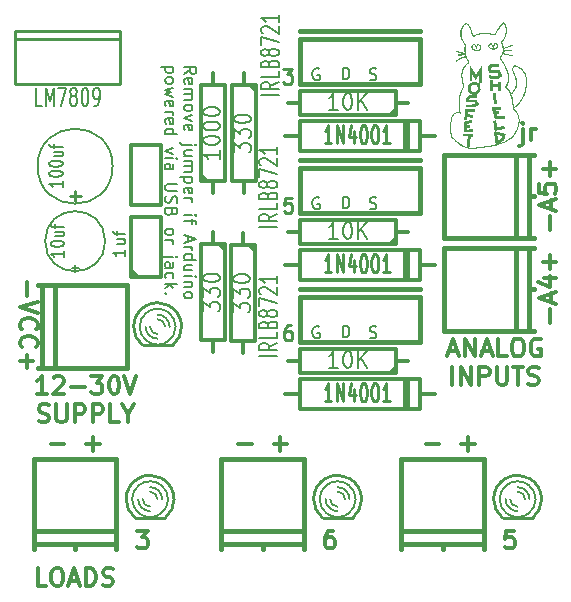
<source format=gto>
G04 (created by PCBNEW (2013-07-07 BZR 4022)-stable) date 10/12/2014 6:36:12 PM*
%MOIN*%
G04 Gerber Fmt 3.4, Leading zero omitted, Abs format*
%FSLAX34Y34*%
G01*
G70*
G90*
G04 APERTURE LIST*
%ADD10C,0.00590551*%
%ADD11C,0.007*%
%ADD12C,0.011811*%
%ADD13C,0.01*%
%ADD14C,0.012*%
%ADD15C,0.015*%
%ADD16C,0.006*%
%ADD17C,0.005*%
%ADD18C,0.000393701*%
%ADD19C,0.008*%
%ADD20C,0.01125*%
%ADD21C,0.0075*%
G04 APERTURE END LIST*
G54D10*
G54D11*
X50638Y-33423D02*
X50828Y-33290D01*
X50638Y-33195D02*
X51038Y-33195D01*
X51038Y-33347D01*
X51019Y-33385D01*
X51000Y-33404D01*
X50961Y-33423D01*
X50904Y-33423D01*
X50866Y-33404D01*
X50847Y-33385D01*
X50828Y-33347D01*
X50828Y-33195D01*
X50657Y-33747D02*
X50638Y-33709D01*
X50638Y-33633D01*
X50657Y-33595D01*
X50695Y-33576D01*
X50847Y-33576D01*
X50885Y-33595D01*
X50904Y-33633D01*
X50904Y-33709D01*
X50885Y-33747D01*
X50847Y-33766D01*
X50809Y-33766D01*
X50771Y-33576D01*
X50638Y-33938D02*
X50904Y-33938D01*
X50866Y-33938D02*
X50885Y-33957D01*
X50904Y-33995D01*
X50904Y-34052D01*
X50885Y-34090D01*
X50847Y-34109D01*
X50638Y-34109D01*
X50847Y-34109D02*
X50885Y-34128D01*
X50904Y-34166D01*
X50904Y-34223D01*
X50885Y-34261D01*
X50847Y-34280D01*
X50638Y-34280D01*
X50638Y-34528D02*
X50657Y-34490D01*
X50676Y-34471D01*
X50714Y-34452D01*
X50828Y-34452D01*
X50866Y-34471D01*
X50885Y-34490D01*
X50904Y-34528D01*
X50904Y-34585D01*
X50885Y-34623D01*
X50866Y-34642D01*
X50828Y-34661D01*
X50714Y-34661D01*
X50676Y-34642D01*
X50657Y-34623D01*
X50638Y-34585D01*
X50638Y-34528D01*
X50904Y-34795D02*
X50638Y-34890D01*
X50904Y-34985D01*
X50657Y-35290D02*
X50638Y-35252D01*
X50638Y-35176D01*
X50657Y-35138D01*
X50695Y-35119D01*
X50847Y-35119D01*
X50885Y-35138D01*
X50904Y-35176D01*
X50904Y-35252D01*
X50885Y-35290D01*
X50847Y-35309D01*
X50809Y-35309D01*
X50771Y-35119D01*
X50904Y-35785D02*
X50561Y-35785D01*
X50523Y-35766D01*
X50504Y-35728D01*
X50504Y-35709D01*
X51038Y-35785D02*
X51019Y-35766D01*
X51000Y-35785D01*
X51019Y-35804D01*
X51038Y-35785D01*
X51000Y-35785D01*
X50904Y-36147D02*
X50638Y-36147D01*
X50904Y-35976D02*
X50695Y-35976D01*
X50657Y-35995D01*
X50638Y-36033D01*
X50638Y-36090D01*
X50657Y-36128D01*
X50676Y-36147D01*
X50638Y-36338D02*
X50904Y-36338D01*
X50866Y-36338D02*
X50885Y-36357D01*
X50904Y-36395D01*
X50904Y-36452D01*
X50885Y-36490D01*
X50847Y-36509D01*
X50638Y-36509D01*
X50847Y-36509D02*
X50885Y-36528D01*
X50904Y-36566D01*
X50904Y-36623D01*
X50885Y-36661D01*
X50847Y-36680D01*
X50638Y-36680D01*
X50904Y-36871D02*
X50504Y-36871D01*
X50885Y-36871D02*
X50904Y-36909D01*
X50904Y-36985D01*
X50885Y-37023D01*
X50866Y-37042D01*
X50828Y-37061D01*
X50714Y-37061D01*
X50676Y-37042D01*
X50657Y-37023D01*
X50638Y-36985D01*
X50638Y-36909D01*
X50657Y-36871D01*
X50657Y-37385D02*
X50638Y-37347D01*
X50638Y-37271D01*
X50657Y-37233D01*
X50695Y-37214D01*
X50847Y-37214D01*
X50885Y-37233D01*
X50904Y-37271D01*
X50904Y-37347D01*
X50885Y-37385D01*
X50847Y-37404D01*
X50809Y-37404D01*
X50771Y-37214D01*
X50638Y-37576D02*
X50904Y-37576D01*
X50828Y-37576D02*
X50866Y-37595D01*
X50885Y-37614D01*
X50904Y-37652D01*
X50904Y-37690D01*
X50638Y-38128D02*
X50904Y-38128D01*
X51038Y-38128D02*
X51019Y-38109D01*
X51000Y-38128D01*
X51019Y-38147D01*
X51038Y-38128D01*
X51000Y-38128D01*
X50904Y-38261D02*
X50904Y-38414D01*
X50638Y-38319D02*
X50980Y-38319D01*
X51019Y-38338D01*
X51038Y-38376D01*
X51038Y-38414D01*
X50752Y-38833D02*
X50752Y-39023D01*
X50638Y-38795D02*
X51038Y-38928D01*
X50638Y-39061D01*
X50638Y-39195D02*
X50904Y-39195D01*
X50828Y-39195D02*
X50866Y-39214D01*
X50885Y-39233D01*
X50904Y-39271D01*
X50904Y-39309D01*
X50638Y-39614D02*
X51038Y-39614D01*
X50657Y-39614D02*
X50638Y-39576D01*
X50638Y-39499D01*
X50657Y-39461D01*
X50676Y-39442D01*
X50714Y-39423D01*
X50828Y-39423D01*
X50866Y-39442D01*
X50885Y-39461D01*
X50904Y-39499D01*
X50904Y-39576D01*
X50885Y-39614D01*
X50904Y-39976D02*
X50638Y-39976D01*
X50904Y-39804D02*
X50695Y-39804D01*
X50657Y-39823D01*
X50638Y-39861D01*
X50638Y-39919D01*
X50657Y-39957D01*
X50676Y-39976D01*
X50638Y-40166D02*
X50904Y-40166D01*
X51038Y-40166D02*
X51019Y-40147D01*
X51000Y-40166D01*
X51019Y-40185D01*
X51038Y-40166D01*
X51000Y-40166D01*
X50904Y-40357D02*
X50638Y-40357D01*
X50866Y-40357D02*
X50885Y-40376D01*
X50904Y-40414D01*
X50904Y-40471D01*
X50885Y-40509D01*
X50847Y-40528D01*
X50638Y-40528D01*
X50638Y-40776D02*
X50657Y-40738D01*
X50676Y-40719D01*
X50714Y-40699D01*
X50828Y-40699D01*
X50866Y-40719D01*
X50885Y-40738D01*
X50904Y-40776D01*
X50904Y-40833D01*
X50885Y-40871D01*
X50866Y-40890D01*
X50828Y-40909D01*
X50714Y-40909D01*
X50676Y-40890D01*
X50657Y-40871D01*
X50638Y-40833D01*
X50638Y-40776D01*
X50274Y-33195D02*
X49874Y-33195D01*
X50255Y-33195D02*
X50274Y-33233D01*
X50274Y-33309D01*
X50255Y-33347D01*
X50236Y-33366D01*
X50198Y-33385D01*
X50084Y-33385D01*
X50046Y-33366D01*
X50027Y-33347D01*
X50008Y-33309D01*
X50008Y-33233D01*
X50027Y-33195D01*
X50008Y-33614D02*
X50027Y-33576D01*
X50046Y-33557D01*
X50084Y-33538D01*
X50198Y-33538D01*
X50236Y-33557D01*
X50255Y-33576D01*
X50274Y-33614D01*
X50274Y-33671D01*
X50255Y-33709D01*
X50236Y-33728D01*
X50198Y-33747D01*
X50084Y-33747D01*
X50046Y-33728D01*
X50027Y-33709D01*
X50008Y-33671D01*
X50008Y-33614D01*
X50274Y-33880D02*
X50008Y-33957D01*
X50198Y-34033D01*
X50008Y-34109D01*
X50274Y-34185D01*
X50027Y-34490D02*
X50008Y-34452D01*
X50008Y-34376D01*
X50027Y-34338D01*
X50065Y-34319D01*
X50217Y-34319D01*
X50255Y-34338D01*
X50274Y-34376D01*
X50274Y-34452D01*
X50255Y-34490D01*
X50217Y-34509D01*
X50179Y-34509D01*
X50141Y-34319D01*
X50008Y-34680D02*
X50274Y-34680D01*
X50198Y-34680D02*
X50236Y-34700D01*
X50255Y-34719D01*
X50274Y-34757D01*
X50274Y-34795D01*
X50027Y-35080D02*
X50008Y-35042D01*
X50008Y-34966D01*
X50027Y-34928D01*
X50065Y-34909D01*
X50217Y-34909D01*
X50255Y-34928D01*
X50274Y-34966D01*
X50274Y-35042D01*
X50255Y-35080D01*
X50217Y-35099D01*
X50179Y-35099D01*
X50141Y-34909D01*
X50008Y-35442D02*
X50408Y-35442D01*
X50027Y-35442D02*
X50008Y-35404D01*
X50008Y-35328D01*
X50027Y-35290D01*
X50046Y-35271D01*
X50084Y-35252D01*
X50198Y-35252D01*
X50236Y-35271D01*
X50255Y-35290D01*
X50274Y-35328D01*
X50274Y-35404D01*
X50255Y-35442D01*
X50274Y-35899D02*
X50008Y-35995D01*
X50274Y-36090D01*
X50008Y-36242D02*
X50274Y-36242D01*
X50408Y-36242D02*
X50389Y-36223D01*
X50370Y-36242D01*
X50389Y-36261D01*
X50408Y-36242D01*
X50370Y-36242D01*
X50008Y-36604D02*
X50217Y-36604D01*
X50255Y-36585D01*
X50274Y-36547D01*
X50274Y-36471D01*
X50255Y-36433D01*
X50027Y-36604D02*
X50008Y-36566D01*
X50008Y-36471D01*
X50027Y-36433D01*
X50065Y-36414D01*
X50103Y-36414D01*
X50141Y-36433D01*
X50160Y-36471D01*
X50160Y-36566D01*
X50179Y-36604D01*
X50408Y-37099D02*
X50084Y-37099D01*
X50046Y-37119D01*
X50027Y-37138D01*
X50008Y-37176D01*
X50008Y-37252D01*
X50027Y-37290D01*
X50046Y-37309D01*
X50084Y-37328D01*
X50408Y-37328D01*
X50027Y-37499D02*
X50008Y-37557D01*
X50008Y-37652D01*
X50027Y-37690D01*
X50046Y-37709D01*
X50084Y-37728D01*
X50122Y-37728D01*
X50160Y-37709D01*
X50179Y-37690D01*
X50198Y-37652D01*
X50217Y-37576D01*
X50236Y-37538D01*
X50255Y-37519D01*
X50293Y-37499D01*
X50331Y-37499D01*
X50370Y-37519D01*
X50389Y-37538D01*
X50408Y-37576D01*
X50408Y-37671D01*
X50389Y-37728D01*
X50217Y-38033D02*
X50198Y-38090D01*
X50179Y-38109D01*
X50141Y-38128D01*
X50084Y-38128D01*
X50046Y-38109D01*
X50027Y-38090D01*
X50008Y-38052D01*
X50008Y-37899D01*
X50408Y-37899D01*
X50408Y-38033D01*
X50389Y-38071D01*
X50370Y-38090D01*
X50331Y-38109D01*
X50293Y-38109D01*
X50255Y-38090D01*
X50236Y-38071D01*
X50217Y-38033D01*
X50217Y-37899D01*
X50008Y-38661D02*
X50027Y-38623D01*
X50046Y-38604D01*
X50084Y-38585D01*
X50198Y-38585D01*
X50236Y-38604D01*
X50255Y-38623D01*
X50274Y-38661D01*
X50274Y-38719D01*
X50255Y-38757D01*
X50236Y-38776D01*
X50198Y-38795D01*
X50084Y-38795D01*
X50046Y-38776D01*
X50027Y-38757D01*
X50008Y-38719D01*
X50008Y-38661D01*
X50008Y-38966D02*
X50274Y-38966D01*
X50198Y-38966D02*
X50236Y-38985D01*
X50255Y-39004D01*
X50274Y-39042D01*
X50274Y-39080D01*
X50274Y-39519D02*
X49931Y-39519D01*
X49893Y-39499D01*
X49874Y-39461D01*
X49874Y-39442D01*
X50408Y-39519D02*
X50389Y-39499D01*
X50370Y-39519D01*
X50389Y-39538D01*
X50408Y-39519D01*
X50370Y-39519D01*
X50008Y-39880D02*
X50217Y-39880D01*
X50255Y-39861D01*
X50274Y-39823D01*
X50274Y-39747D01*
X50255Y-39709D01*
X50027Y-39880D02*
X50008Y-39842D01*
X50008Y-39747D01*
X50027Y-39709D01*
X50065Y-39690D01*
X50103Y-39690D01*
X50141Y-39709D01*
X50160Y-39747D01*
X50160Y-39842D01*
X50179Y-39880D01*
X50027Y-40242D02*
X50008Y-40204D01*
X50008Y-40128D01*
X50027Y-40090D01*
X50046Y-40071D01*
X50084Y-40052D01*
X50198Y-40052D01*
X50236Y-40071D01*
X50255Y-40090D01*
X50274Y-40128D01*
X50274Y-40204D01*
X50255Y-40242D01*
X50008Y-40414D02*
X50408Y-40414D01*
X50160Y-40452D02*
X50008Y-40566D01*
X50274Y-40566D02*
X50122Y-40414D01*
X50046Y-40738D02*
X50027Y-40757D01*
X50008Y-40738D01*
X50027Y-40719D01*
X50046Y-40738D01*
X50008Y-40738D01*
G54D12*
X61917Y-35245D02*
X61917Y-35751D01*
X61889Y-35807D01*
X61832Y-35835D01*
X61804Y-35835D01*
X61917Y-35048D02*
X61889Y-35076D01*
X61917Y-35104D01*
X61945Y-35076D01*
X61917Y-35048D01*
X61917Y-35104D01*
X62198Y-35639D02*
X62198Y-35245D01*
X62198Y-35357D02*
X62226Y-35301D01*
X62254Y-35273D01*
X62310Y-35245D01*
X62367Y-35245D01*
X59453Y-42670D02*
X59734Y-42670D01*
X59397Y-42839D02*
X59593Y-42248D01*
X59790Y-42839D01*
X59987Y-42839D02*
X59987Y-42248D01*
X60325Y-42839D01*
X60325Y-42248D01*
X60578Y-42670D02*
X60859Y-42670D01*
X60521Y-42839D02*
X60718Y-42248D01*
X60915Y-42839D01*
X61393Y-42839D02*
X61112Y-42839D01*
X61112Y-42248D01*
X61703Y-42248D02*
X61815Y-42248D01*
X61871Y-42276D01*
X61928Y-42332D01*
X61956Y-42445D01*
X61956Y-42642D01*
X61928Y-42754D01*
X61871Y-42810D01*
X61815Y-42839D01*
X61703Y-42839D01*
X61646Y-42810D01*
X61590Y-42754D01*
X61562Y-42642D01*
X61562Y-42445D01*
X61590Y-42332D01*
X61646Y-42276D01*
X61703Y-42248D01*
X62518Y-42276D02*
X62462Y-42248D01*
X62377Y-42248D01*
X62293Y-42276D01*
X62237Y-42332D01*
X62209Y-42389D01*
X62181Y-42501D01*
X62181Y-42585D01*
X62209Y-42698D01*
X62237Y-42754D01*
X62293Y-42810D01*
X62377Y-42839D01*
X62434Y-42839D01*
X62518Y-42810D01*
X62546Y-42782D01*
X62546Y-42585D01*
X62434Y-42585D01*
X59579Y-43783D02*
X59579Y-43193D01*
X59861Y-43783D02*
X59861Y-43193D01*
X60198Y-43783D01*
X60198Y-43193D01*
X60479Y-43783D02*
X60479Y-43193D01*
X60704Y-43193D01*
X60760Y-43221D01*
X60789Y-43249D01*
X60817Y-43305D01*
X60817Y-43390D01*
X60789Y-43446D01*
X60760Y-43474D01*
X60704Y-43502D01*
X60479Y-43502D01*
X61070Y-43193D02*
X61070Y-43671D01*
X61098Y-43727D01*
X61126Y-43755D01*
X61182Y-43783D01*
X61295Y-43783D01*
X61351Y-43755D01*
X61379Y-43727D01*
X61407Y-43671D01*
X61407Y-43193D01*
X61604Y-43193D02*
X61942Y-43193D01*
X61773Y-43783D02*
X61773Y-43193D01*
X62110Y-43755D02*
X62195Y-43783D01*
X62335Y-43783D01*
X62392Y-43755D01*
X62420Y-43727D01*
X62448Y-43671D01*
X62448Y-43615D01*
X62420Y-43558D01*
X62392Y-43530D01*
X62335Y-43502D01*
X62223Y-43474D01*
X62167Y-43446D01*
X62138Y-43418D01*
X62110Y-43362D01*
X62110Y-43305D01*
X62138Y-43249D01*
X62167Y-43221D01*
X62223Y-43193D01*
X62363Y-43193D01*
X62448Y-43221D01*
X62814Y-38624D02*
X62814Y-38174D01*
X62870Y-37921D02*
X62870Y-37640D01*
X63039Y-37978D02*
X62448Y-37781D01*
X63039Y-37584D01*
X62448Y-37106D02*
X62448Y-37387D01*
X62729Y-37415D01*
X62701Y-37387D01*
X62673Y-37331D01*
X62673Y-37190D01*
X62701Y-37134D01*
X62729Y-37106D01*
X62785Y-37078D01*
X62926Y-37078D01*
X62982Y-37106D01*
X63010Y-37134D01*
X63039Y-37190D01*
X63039Y-37331D01*
X63010Y-37387D01*
X62982Y-37415D01*
X62814Y-36825D02*
X62814Y-36375D01*
X63039Y-36600D02*
X62589Y-36600D01*
X62814Y-41724D02*
X62814Y-41274D01*
X62870Y-41021D02*
X62870Y-40740D01*
X63039Y-41078D02*
X62448Y-40881D01*
X63039Y-40684D01*
X62645Y-40234D02*
X63039Y-40234D01*
X62420Y-40375D02*
X62842Y-40515D01*
X62842Y-40150D01*
X62814Y-39925D02*
X62814Y-39475D01*
X63039Y-39700D02*
X62589Y-39700D01*
X49053Y-48648D02*
X49418Y-48648D01*
X49221Y-48873D01*
X49306Y-48873D01*
X49362Y-48901D01*
X49390Y-48929D01*
X49418Y-48985D01*
X49418Y-49126D01*
X49390Y-49182D01*
X49362Y-49210D01*
X49306Y-49239D01*
X49137Y-49239D01*
X49081Y-49210D01*
X49053Y-49182D01*
X46043Y-50489D02*
X45762Y-50489D01*
X45762Y-49898D01*
X46353Y-49898D02*
X46465Y-49898D01*
X46521Y-49926D01*
X46578Y-49982D01*
X46606Y-50095D01*
X46606Y-50292D01*
X46578Y-50404D01*
X46521Y-50460D01*
X46465Y-50489D01*
X46353Y-50489D01*
X46296Y-50460D01*
X46240Y-50404D01*
X46212Y-50292D01*
X46212Y-50095D01*
X46240Y-49982D01*
X46296Y-49926D01*
X46353Y-49898D01*
X46831Y-50320D02*
X47112Y-50320D01*
X46775Y-50489D02*
X46971Y-49898D01*
X47168Y-50489D01*
X47365Y-50489D02*
X47365Y-49898D01*
X47506Y-49898D01*
X47590Y-49926D01*
X47646Y-49982D01*
X47674Y-50039D01*
X47703Y-50151D01*
X47703Y-50235D01*
X47674Y-50348D01*
X47646Y-50404D01*
X47590Y-50460D01*
X47506Y-50489D01*
X47365Y-50489D01*
X47928Y-50460D02*
X48012Y-50489D01*
X48152Y-50489D01*
X48209Y-50460D01*
X48237Y-50432D01*
X48265Y-50376D01*
X48265Y-50320D01*
X48237Y-50264D01*
X48209Y-50235D01*
X48152Y-50207D01*
X48040Y-50179D01*
X47984Y-50151D01*
X47956Y-50123D01*
X47928Y-50067D01*
X47928Y-50010D01*
X47956Y-49954D01*
X47984Y-49926D01*
X48040Y-49898D01*
X48181Y-49898D01*
X48265Y-49926D01*
G54D13*
X53933Y-33252D02*
X54242Y-33252D01*
X54076Y-33442D01*
X54147Y-33442D01*
X54195Y-33466D01*
X54219Y-33490D01*
X54242Y-33538D01*
X54242Y-33657D01*
X54219Y-33704D01*
X54195Y-33728D01*
X54147Y-33752D01*
X54004Y-33752D01*
X53957Y-33728D01*
X53933Y-33704D01*
X54219Y-37552D02*
X53980Y-37552D01*
X53957Y-37790D01*
X53980Y-37766D01*
X54028Y-37742D01*
X54147Y-37742D01*
X54195Y-37766D01*
X54219Y-37790D01*
X54242Y-37838D01*
X54242Y-37957D01*
X54219Y-38004D01*
X54195Y-38028D01*
X54147Y-38052D01*
X54028Y-38052D01*
X53980Y-38028D01*
X53957Y-38004D01*
X54195Y-41802D02*
X54100Y-41802D01*
X54052Y-41826D01*
X54028Y-41850D01*
X53980Y-41921D01*
X53957Y-42016D01*
X53957Y-42207D01*
X53980Y-42254D01*
X54004Y-42278D01*
X54052Y-42302D01*
X54147Y-42302D01*
X54195Y-42278D01*
X54219Y-42254D01*
X54242Y-42207D01*
X54242Y-42088D01*
X54219Y-42040D01*
X54195Y-42016D01*
X54147Y-41992D01*
X54052Y-41992D01*
X54004Y-42016D01*
X53980Y-42040D01*
X53957Y-42088D01*
G54D12*
X46056Y-44089D02*
X45718Y-44089D01*
X45887Y-44089D02*
X45887Y-43498D01*
X45831Y-43582D01*
X45775Y-43639D01*
X45718Y-43667D01*
X46281Y-43554D02*
X46309Y-43526D01*
X46365Y-43498D01*
X46506Y-43498D01*
X46562Y-43526D01*
X46590Y-43554D01*
X46618Y-43610D01*
X46618Y-43667D01*
X46590Y-43751D01*
X46253Y-44089D01*
X46618Y-44089D01*
X46871Y-43864D02*
X47321Y-43864D01*
X47546Y-43498D02*
X47912Y-43498D01*
X47715Y-43723D01*
X47799Y-43723D01*
X47856Y-43751D01*
X47884Y-43779D01*
X47912Y-43835D01*
X47912Y-43976D01*
X47884Y-44032D01*
X47856Y-44060D01*
X47799Y-44089D01*
X47631Y-44089D01*
X47574Y-44060D01*
X47546Y-44032D01*
X48278Y-43498D02*
X48334Y-43498D01*
X48390Y-43526D01*
X48418Y-43554D01*
X48446Y-43610D01*
X48474Y-43723D01*
X48474Y-43864D01*
X48446Y-43976D01*
X48418Y-44032D01*
X48390Y-44060D01*
X48334Y-44089D01*
X48278Y-44089D01*
X48221Y-44060D01*
X48193Y-44032D01*
X48165Y-43976D01*
X48137Y-43864D01*
X48137Y-43723D01*
X48165Y-43610D01*
X48193Y-43554D01*
X48221Y-43526D01*
X48278Y-43498D01*
X48643Y-43498D02*
X48840Y-44089D01*
X49037Y-43498D01*
X45789Y-45005D02*
X45873Y-45033D01*
X46014Y-45033D01*
X46070Y-45005D01*
X46098Y-44977D01*
X46126Y-44921D01*
X46126Y-44865D01*
X46098Y-44808D01*
X46070Y-44780D01*
X46014Y-44752D01*
X45901Y-44724D01*
X45845Y-44696D01*
X45817Y-44668D01*
X45789Y-44612D01*
X45789Y-44555D01*
X45817Y-44499D01*
X45845Y-44471D01*
X45901Y-44443D01*
X46042Y-44443D01*
X46126Y-44471D01*
X46379Y-44443D02*
X46379Y-44921D01*
X46407Y-44977D01*
X46436Y-45005D01*
X46492Y-45033D01*
X46604Y-45033D01*
X46661Y-45005D01*
X46689Y-44977D01*
X46717Y-44921D01*
X46717Y-44443D01*
X46998Y-45033D02*
X46998Y-44443D01*
X47223Y-44443D01*
X47279Y-44471D01*
X47307Y-44499D01*
X47335Y-44555D01*
X47335Y-44640D01*
X47307Y-44696D01*
X47279Y-44724D01*
X47223Y-44752D01*
X46998Y-44752D01*
X47589Y-45033D02*
X47589Y-44443D01*
X47814Y-44443D01*
X47870Y-44471D01*
X47898Y-44499D01*
X47926Y-44555D01*
X47926Y-44640D01*
X47898Y-44696D01*
X47870Y-44724D01*
X47814Y-44752D01*
X47589Y-44752D01*
X48460Y-45033D02*
X48179Y-45033D01*
X48179Y-44443D01*
X48770Y-44752D02*
X48770Y-45033D01*
X48573Y-44443D02*
X48770Y-44752D01*
X48966Y-44443D01*
X55612Y-48648D02*
X55500Y-48648D01*
X55443Y-48676D01*
X55415Y-48704D01*
X55359Y-48789D01*
X55331Y-48901D01*
X55331Y-49126D01*
X55359Y-49182D01*
X55387Y-49210D01*
X55443Y-49239D01*
X55556Y-49239D01*
X55612Y-49210D01*
X55640Y-49182D01*
X55668Y-49126D01*
X55668Y-48985D01*
X55640Y-48929D01*
X55612Y-48901D01*
X55556Y-48873D01*
X55443Y-48873D01*
X55387Y-48901D01*
X55359Y-48929D01*
X55331Y-48985D01*
X61640Y-48648D02*
X61359Y-48648D01*
X61331Y-48929D01*
X61359Y-48901D01*
X61415Y-48873D01*
X61556Y-48873D01*
X61612Y-48901D01*
X61640Y-48929D01*
X61668Y-48985D01*
X61668Y-49126D01*
X61640Y-49182D01*
X61612Y-49210D01*
X61556Y-49239D01*
X61415Y-49239D01*
X61359Y-49210D01*
X61331Y-49182D01*
X58684Y-45764D02*
X59134Y-45764D01*
X59865Y-45764D02*
X60315Y-45764D01*
X60090Y-45989D02*
X60090Y-45539D01*
X52434Y-45764D02*
X52884Y-45764D01*
X53615Y-45764D02*
X54065Y-45764D01*
X53840Y-45989D02*
X53840Y-45539D01*
X46184Y-45764D02*
X46634Y-45764D01*
X47365Y-45764D02*
X47815Y-45764D01*
X47590Y-45989D02*
X47590Y-45539D01*
X45385Y-40365D02*
X45385Y-40815D01*
X45751Y-41012D02*
X45160Y-41209D01*
X45751Y-41406D01*
X45217Y-41940D02*
X45189Y-41912D01*
X45160Y-41828D01*
X45160Y-41771D01*
X45189Y-41687D01*
X45245Y-41631D01*
X45301Y-41603D01*
X45414Y-41575D01*
X45498Y-41575D01*
X45610Y-41603D01*
X45667Y-41631D01*
X45723Y-41687D01*
X45751Y-41771D01*
X45751Y-41828D01*
X45723Y-41912D01*
X45695Y-41940D01*
X45217Y-42531D02*
X45189Y-42503D01*
X45160Y-42418D01*
X45160Y-42362D01*
X45189Y-42278D01*
X45245Y-42221D01*
X45301Y-42193D01*
X45414Y-42165D01*
X45498Y-42165D01*
X45610Y-42193D01*
X45667Y-42221D01*
X45723Y-42278D01*
X45751Y-42362D01*
X45751Y-42418D01*
X45723Y-42503D01*
X45695Y-42531D01*
X45385Y-42784D02*
X45385Y-43234D01*
X45160Y-43009D02*
X45610Y-43009D01*
G54D14*
X51600Y-38700D02*
X51600Y-39100D01*
X51600Y-39100D02*
X52000Y-39100D01*
X52000Y-39100D02*
X52000Y-42300D01*
X52000Y-42300D02*
X51200Y-42300D01*
X51200Y-42300D02*
X51200Y-39100D01*
X51200Y-39100D02*
X51600Y-39100D01*
X51800Y-39100D02*
X52000Y-39300D01*
X51600Y-42700D02*
X51600Y-42300D01*
X58100Y-43000D02*
X57700Y-43000D01*
X57700Y-43000D02*
X57700Y-43400D01*
X57700Y-43400D02*
X54500Y-43400D01*
X54500Y-43400D02*
X54500Y-42600D01*
X54500Y-42600D02*
X57700Y-42600D01*
X57700Y-42600D02*
X57700Y-43000D01*
X57700Y-43200D02*
X57500Y-43400D01*
X54100Y-43000D02*
X54500Y-43000D01*
X52625Y-33400D02*
X52625Y-33800D01*
X52625Y-33800D02*
X53025Y-33800D01*
X53025Y-33800D02*
X53025Y-37000D01*
X53025Y-37000D02*
X52225Y-37000D01*
X52225Y-37000D02*
X52225Y-33800D01*
X52225Y-33800D02*
X52625Y-33800D01*
X52825Y-33800D02*
X53025Y-34000D01*
X52625Y-37400D02*
X52625Y-37000D01*
X58100Y-38700D02*
X57700Y-38700D01*
X57700Y-38700D02*
X57700Y-39100D01*
X57700Y-39100D02*
X54500Y-39100D01*
X54500Y-39100D02*
X54500Y-38300D01*
X54500Y-38300D02*
X57700Y-38300D01*
X57700Y-38300D02*
X57700Y-38700D01*
X57700Y-38900D02*
X57500Y-39100D01*
X54100Y-38700D02*
X54500Y-38700D01*
X58100Y-34400D02*
X57700Y-34400D01*
X57700Y-34400D02*
X57700Y-34800D01*
X57700Y-34800D02*
X54500Y-34800D01*
X54500Y-34800D02*
X54500Y-34000D01*
X54500Y-34000D02*
X57700Y-34000D01*
X57700Y-34000D02*
X57700Y-34400D01*
X57700Y-34600D02*
X57500Y-34800D01*
X54100Y-34400D02*
X54500Y-34400D01*
X52600Y-38725D02*
X52600Y-39125D01*
X52600Y-39125D02*
X53000Y-39125D01*
X53000Y-39125D02*
X53000Y-42325D01*
X53000Y-42325D02*
X52200Y-42325D01*
X52200Y-42325D02*
X52200Y-39125D01*
X52200Y-39125D02*
X52600Y-39125D01*
X52800Y-39125D02*
X53000Y-39325D01*
X52600Y-42725D02*
X52600Y-42325D01*
G54D15*
X59250Y-49088D02*
X59250Y-49246D01*
X57872Y-48655D02*
X60627Y-48655D01*
X57872Y-49088D02*
X60627Y-49088D01*
X57872Y-46253D02*
X57872Y-49246D01*
X60627Y-49246D02*
X60627Y-46253D01*
X60627Y-46253D02*
X57872Y-46253D01*
X53250Y-49088D02*
X53250Y-49246D01*
X51872Y-48655D02*
X54627Y-48655D01*
X51872Y-49088D02*
X54627Y-49088D01*
X51872Y-46253D02*
X51872Y-49246D01*
X54627Y-49246D02*
X54627Y-46253D01*
X54627Y-46253D02*
X51872Y-46253D01*
X47000Y-49088D02*
X47000Y-49246D01*
X45622Y-48655D02*
X48377Y-48655D01*
X45622Y-49088D02*
X48377Y-49088D01*
X45622Y-46253D02*
X45622Y-49246D01*
X48377Y-49246D02*
X48377Y-46253D01*
X48377Y-46253D02*
X45622Y-46253D01*
G54D13*
X49000Y-48220D02*
X50000Y-48220D01*
G54D16*
X49884Y-47139D02*
G75*
G03X49500Y-47000I-384J-460D01*
G74*
G01*
X49500Y-47000D02*
G75*
G03X49102Y-47151I0J-599D01*
G74*
G01*
X49500Y-48199D02*
G75*
G03X49889Y-48055I0J599D01*
G74*
G01*
X49115Y-48060D02*
G75*
G03X49500Y-48200I384J460D01*
G74*
G01*
X49849Y-48087D02*
G75*
G03X50100Y-47600I-349J487D01*
G74*
G01*
X50100Y-47600D02*
G75*
G03X49860Y-47120I-600J0D01*
G74*
G01*
X48900Y-47600D02*
G75*
G03X49131Y-48072I599J0D01*
G74*
G01*
X49131Y-47126D02*
G75*
G03X48900Y-47600I368J-473D01*
G74*
G01*
X49750Y-47600D02*
G75*
G03X49500Y-47350I-250J0D01*
G74*
G01*
X49900Y-47600D02*
G75*
G03X49500Y-47200I-400J0D01*
G74*
G01*
X49250Y-47600D02*
G75*
G03X49500Y-47850I250J0D01*
G74*
G01*
X49100Y-47600D02*
G75*
G03X49500Y-48000I400J0D01*
G74*
G01*
G54D13*
X50013Y-48213D02*
G75*
G03X50300Y-47600I-513J613D01*
G74*
G01*
X50299Y-47600D02*
G75*
G03X49876Y-46895I-799J0D01*
G74*
G01*
X48701Y-47601D02*
G75*
G03X48984Y-48210I798J1D01*
G74*
G01*
X49102Y-46905D02*
G75*
G03X48700Y-47600I397J-694D01*
G74*
G01*
X49879Y-46895D02*
G75*
G03X49500Y-46800I-379J-704D01*
G74*
G01*
X49500Y-46800D02*
G75*
G03X49081Y-46918I0J-799D01*
G74*
G01*
X55250Y-48220D02*
X56250Y-48220D01*
G54D16*
X56134Y-47139D02*
G75*
G03X55750Y-47000I-384J-460D01*
G74*
G01*
X55750Y-47000D02*
G75*
G03X55352Y-47151I0J-599D01*
G74*
G01*
X55750Y-48199D02*
G75*
G03X56139Y-48055I0J599D01*
G74*
G01*
X55365Y-48060D02*
G75*
G03X55750Y-48200I384J460D01*
G74*
G01*
X56099Y-48087D02*
G75*
G03X56350Y-47600I-349J487D01*
G74*
G01*
X56350Y-47600D02*
G75*
G03X56110Y-47120I-600J0D01*
G74*
G01*
X55150Y-47600D02*
G75*
G03X55381Y-48072I599J0D01*
G74*
G01*
X55381Y-47126D02*
G75*
G03X55150Y-47600I368J-473D01*
G74*
G01*
X56000Y-47600D02*
G75*
G03X55750Y-47350I-250J0D01*
G74*
G01*
X56150Y-47600D02*
G75*
G03X55750Y-47200I-400J0D01*
G74*
G01*
X55500Y-47600D02*
G75*
G03X55750Y-47850I250J0D01*
G74*
G01*
X55350Y-47600D02*
G75*
G03X55750Y-48000I400J0D01*
G74*
G01*
G54D13*
X56263Y-48213D02*
G75*
G03X56550Y-47600I-513J613D01*
G74*
G01*
X56549Y-47600D02*
G75*
G03X56126Y-46895I-799J0D01*
G74*
G01*
X54951Y-47601D02*
G75*
G03X55234Y-48210I798J1D01*
G74*
G01*
X55352Y-46905D02*
G75*
G03X54950Y-47600I397J-694D01*
G74*
G01*
X56129Y-46895D02*
G75*
G03X55750Y-46800I-379J-704D01*
G74*
G01*
X55750Y-46800D02*
G75*
G03X55331Y-46918I0J-799D01*
G74*
G01*
X61250Y-48220D02*
X62250Y-48220D01*
G54D16*
X62134Y-47139D02*
G75*
G03X61750Y-47000I-384J-460D01*
G74*
G01*
X61750Y-47000D02*
G75*
G03X61352Y-47151I0J-599D01*
G74*
G01*
X61750Y-48199D02*
G75*
G03X62139Y-48055I0J599D01*
G74*
G01*
X61365Y-48060D02*
G75*
G03X61750Y-48200I384J460D01*
G74*
G01*
X62099Y-48087D02*
G75*
G03X62350Y-47600I-349J487D01*
G74*
G01*
X62350Y-47600D02*
G75*
G03X62110Y-47120I-600J0D01*
G74*
G01*
X61150Y-47600D02*
G75*
G03X61381Y-48072I599J0D01*
G74*
G01*
X61381Y-47126D02*
G75*
G03X61150Y-47600I368J-473D01*
G74*
G01*
X62000Y-47600D02*
G75*
G03X61750Y-47350I-250J0D01*
G74*
G01*
X62150Y-47600D02*
G75*
G03X61750Y-47200I-400J0D01*
G74*
G01*
X61500Y-47600D02*
G75*
G03X61750Y-47850I250J0D01*
G74*
G01*
X61350Y-47600D02*
G75*
G03X61750Y-48000I400J0D01*
G74*
G01*
G54D13*
X62263Y-48213D02*
G75*
G03X62550Y-47600I-513J613D01*
G74*
G01*
X62549Y-47600D02*
G75*
G03X62126Y-46895I-799J0D01*
G74*
G01*
X60951Y-47601D02*
G75*
G03X61234Y-48210I798J1D01*
G74*
G01*
X61352Y-46905D02*
G75*
G03X60950Y-47600I397J-694D01*
G74*
G01*
X62129Y-46895D02*
G75*
G03X61750Y-46800I-379J-704D01*
G74*
G01*
X61750Y-46800D02*
G75*
G03X61331Y-46918I0J-799D01*
G74*
G01*
G54D14*
X59000Y-35500D02*
X58500Y-35500D01*
X58500Y-35500D02*
X58500Y-35000D01*
X58500Y-35000D02*
X54500Y-35000D01*
X54500Y-35000D02*
X54500Y-35500D01*
X54500Y-35500D02*
X54000Y-35500D01*
X54500Y-35500D02*
X54500Y-36000D01*
X54500Y-36000D02*
X58500Y-36000D01*
X58500Y-36000D02*
X58500Y-35500D01*
X58000Y-35000D02*
X58000Y-36000D01*
X58100Y-35000D02*
X58100Y-36000D01*
X59000Y-44100D02*
X58500Y-44100D01*
X58500Y-44100D02*
X58500Y-43600D01*
X58500Y-43600D02*
X54500Y-43600D01*
X54500Y-43600D02*
X54500Y-44100D01*
X54500Y-44100D02*
X54000Y-44100D01*
X54500Y-44100D02*
X54500Y-44600D01*
X54500Y-44600D02*
X58500Y-44600D01*
X58500Y-44600D02*
X58500Y-44100D01*
X58000Y-43600D02*
X58000Y-44600D01*
X58100Y-43600D02*
X58100Y-44600D01*
X59000Y-39800D02*
X58500Y-39800D01*
X58500Y-39800D02*
X58500Y-39300D01*
X58500Y-39300D02*
X54500Y-39300D01*
X54500Y-39300D02*
X54500Y-39800D01*
X54500Y-39800D02*
X54000Y-39800D01*
X54500Y-39800D02*
X54500Y-40300D01*
X54500Y-40300D02*
X58500Y-40300D01*
X58500Y-40300D02*
X58500Y-39800D01*
X58000Y-39300D02*
X58000Y-40300D01*
X58100Y-39300D02*
X58100Y-40300D01*
G54D15*
X45911Y-41850D02*
X45753Y-41850D01*
X46344Y-40472D02*
X46344Y-43227D01*
X45911Y-40472D02*
X45911Y-43227D01*
X48746Y-40472D02*
X45753Y-40472D01*
X45753Y-43227D02*
X48746Y-43227D01*
X48746Y-43227D02*
X48746Y-40472D01*
X54500Y-32000D02*
X58500Y-32000D01*
X54500Y-33750D02*
X54500Y-32250D01*
X54500Y-32250D02*
X58500Y-32250D01*
X58500Y-32250D02*
X58500Y-33750D01*
X58500Y-33750D02*
X54500Y-33750D01*
X54500Y-40600D02*
X58500Y-40600D01*
X54500Y-42350D02*
X54500Y-40850D01*
X54500Y-40850D02*
X58500Y-40850D01*
X58500Y-40850D02*
X58500Y-42350D01*
X58500Y-42350D02*
X54500Y-42350D01*
X54500Y-36300D02*
X58500Y-36300D01*
X54500Y-38050D02*
X54500Y-36550D01*
X54500Y-36550D02*
X58500Y-36550D01*
X58500Y-36550D02*
X58500Y-38050D01*
X58500Y-38050D02*
X54500Y-38050D01*
G54D17*
X48250Y-36500D02*
G75*
G03X48250Y-36500I-1250J0D01*
G74*
G01*
X48001Y-39000D02*
G75*
G03X48001Y-39000I-1001J0D01*
G74*
G01*
G54D14*
X48850Y-40180D02*
X48850Y-38200D01*
X48850Y-38200D02*
X49850Y-38200D01*
X49850Y-38200D02*
X49850Y-40200D01*
X49850Y-40200D02*
X48850Y-40200D01*
X49100Y-40200D02*
X48850Y-39950D01*
G54D13*
X45000Y-32250D02*
X45000Y-32000D01*
X45000Y-32000D02*
X48500Y-32000D01*
X48500Y-32000D02*
X48500Y-32250D01*
X45000Y-33750D02*
X45000Y-32250D01*
X45000Y-32250D02*
X48500Y-32250D01*
X48500Y-32250D02*
X48500Y-33750D01*
X48500Y-33750D02*
X45000Y-33750D01*
X49250Y-42470D02*
X50250Y-42470D01*
G54D16*
X50134Y-41389D02*
G75*
G03X49750Y-41250I-384J-460D01*
G74*
G01*
X49750Y-41250D02*
G75*
G03X49352Y-41401I0J-599D01*
G74*
G01*
X49750Y-42449D02*
G75*
G03X50139Y-42305I0J599D01*
G74*
G01*
X49365Y-42310D02*
G75*
G03X49750Y-42450I384J460D01*
G74*
G01*
X50099Y-42337D02*
G75*
G03X50350Y-41850I-349J487D01*
G74*
G01*
X50350Y-41850D02*
G75*
G03X50110Y-41370I-600J0D01*
G74*
G01*
X49150Y-41850D02*
G75*
G03X49381Y-42322I599J0D01*
G74*
G01*
X49381Y-41376D02*
G75*
G03X49150Y-41850I368J-473D01*
G74*
G01*
X50000Y-41850D02*
G75*
G03X49750Y-41600I-250J0D01*
G74*
G01*
X50150Y-41850D02*
G75*
G03X49750Y-41450I-400J0D01*
G74*
G01*
X49500Y-41850D02*
G75*
G03X49750Y-42100I250J0D01*
G74*
G01*
X49350Y-41850D02*
G75*
G03X49750Y-42250I400J0D01*
G74*
G01*
G54D13*
X50263Y-42463D02*
G75*
G03X50550Y-41850I-513J613D01*
G74*
G01*
X50549Y-41850D02*
G75*
G03X50126Y-41145I-799J0D01*
G74*
G01*
X48951Y-41851D02*
G75*
G03X49234Y-42460I798J1D01*
G74*
G01*
X49352Y-41155D02*
G75*
G03X48950Y-41850I397J-694D01*
G74*
G01*
X50129Y-41145D02*
G75*
G03X49750Y-41050I-379J-704D01*
G74*
G01*
X49750Y-41050D02*
G75*
G03X49331Y-41168I0J-799D01*
G74*
G01*
G54D15*
X62138Y-40600D02*
X62296Y-40600D01*
X61705Y-41977D02*
X61705Y-39222D01*
X62138Y-41977D02*
X62138Y-39222D01*
X59303Y-41977D02*
X62296Y-41977D01*
X62296Y-39222D02*
X59303Y-39222D01*
X59303Y-39222D02*
X59303Y-41977D01*
X62138Y-37500D02*
X62296Y-37500D01*
X61705Y-38877D02*
X61705Y-36122D01*
X62138Y-38877D02*
X62138Y-36122D01*
X59303Y-38877D02*
X62296Y-38877D01*
X62296Y-36122D02*
X59303Y-36122D01*
X59303Y-36122D02*
X59303Y-38877D01*
G54D14*
X49850Y-37800D02*
X48850Y-37800D01*
X48850Y-37800D02*
X48850Y-35800D01*
X48850Y-35800D02*
X49850Y-35800D01*
X49850Y-35800D02*
X49850Y-37800D01*
G54D18*
G36*
X61280Y-31700D02*
X61289Y-31700D01*
X61289Y-31708D01*
X61280Y-31708D01*
X61280Y-31700D01*
X61280Y-31700D01*
G37*
G36*
X61289Y-31700D02*
X61298Y-31700D01*
X61298Y-31708D01*
X61289Y-31708D01*
X61289Y-31700D01*
X61289Y-31700D01*
G37*
G36*
X61298Y-31700D02*
X61307Y-31700D01*
X61307Y-31708D01*
X61298Y-31708D01*
X61298Y-31700D01*
X61298Y-31700D01*
G37*
G36*
X61271Y-31708D02*
X61280Y-31708D01*
X61280Y-31717D01*
X61271Y-31717D01*
X61271Y-31708D01*
X61271Y-31708D01*
G37*
G36*
X61280Y-31708D02*
X61289Y-31708D01*
X61289Y-31717D01*
X61280Y-31717D01*
X61280Y-31708D01*
X61280Y-31708D01*
G37*
G36*
X61289Y-31708D02*
X61298Y-31708D01*
X61298Y-31717D01*
X61289Y-31717D01*
X61289Y-31708D01*
X61289Y-31708D01*
G37*
G36*
X61298Y-31708D02*
X61307Y-31708D01*
X61307Y-31717D01*
X61298Y-31717D01*
X61298Y-31708D01*
X61298Y-31708D01*
G37*
G36*
X60004Y-31717D02*
X60013Y-31717D01*
X60013Y-31726D01*
X60004Y-31726D01*
X60004Y-31717D01*
X60004Y-31717D01*
G37*
G36*
X60013Y-31717D02*
X60022Y-31717D01*
X60022Y-31726D01*
X60013Y-31726D01*
X60013Y-31717D01*
X60013Y-31717D01*
G37*
G36*
X60022Y-31717D02*
X60031Y-31717D01*
X60031Y-31726D01*
X60022Y-31726D01*
X60022Y-31717D01*
X60022Y-31717D01*
G37*
G36*
X60031Y-31717D02*
X60040Y-31717D01*
X60040Y-31726D01*
X60031Y-31726D01*
X60031Y-31717D01*
X60031Y-31717D01*
G37*
G36*
X61262Y-31717D02*
X61271Y-31717D01*
X61271Y-31726D01*
X61262Y-31726D01*
X61262Y-31717D01*
X61262Y-31717D01*
G37*
G36*
X61271Y-31717D02*
X61280Y-31717D01*
X61280Y-31726D01*
X61271Y-31726D01*
X61271Y-31717D01*
X61271Y-31717D01*
G37*
G36*
X61280Y-31717D02*
X61289Y-31717D01*
X61289Y-31726D01*
X61280Y-31726D01*
X61280Y-31717D01*
X61280Y-31717D01*
G37*
G36*
X61289Y-31717D02*
X61298Y-31717D01*
X61298Y-31726D01*
X61289Y-31726D01*
X61289Y-31717D01*
X61289Y-31717D01*
G37*
G36*
X61298Y-31717D02*
X61307Y-31717D01*
X61307Y-31726D01*
X61298Y-31726D01*
X61298Y-31717D01*
X61298Y-31717D01*
G37*
G36*
X61307Y-31717D02*
X61315Y-31717D01*
X61315Y-31726D01*
X61307Y-31726D01*
X61307Y-31717D01*
X61307Y-31717D01*
G37*
G36*
X59996Y-31726D02*
X60004Y-31726D01*
X60004Y-31735D01*
X59996Y-31735D01*
X59996Y-31726D01*
X59996Y-31726D01*
G37*
G36*
X60004Y-31726D02*
X60013Y-31726D01*
X60013Y-31735D01*
X60004Y-31735D01*
X60004Y-31726D01*
X60004Y-31726D01*
G37*
G36*
X60013Y-31726D02*
X60022Y-31726D01*
X60022Y-31735D01*
X60013Y-31735D01*
X60013Y-31726D01*
X60013Y-31726D01*
G37*
G36*
X60022Y-31726D02*
X60031Y-31726D01*
X60031Y-31735D01*
X60022Y-31735D01*
X60022Y-31726D01*
X60022Y-31726D01*
G37*
G36*
X60031Y-31726D02*
X60040Y-31726D01*
X60040Y-31735D01*
X60031Y-31735D01*
X60031Y-31726D01*
X60031Y-31726D01*
G37*
G36*
X60040Y-31726D02*
X60049Y-31726D01*
X60049Y-31735D01*
X60040Y-31735D01*
X60040Y-31726D01*
X60040Y-31726D01*
G37*
G36*
X60049Y-31726D02*
X60058Y-31726D01*
X60058Y-31735D01*
X60049Y-31735D01*
X60049Y-31726D01*
X60049Y-31726D01*
G37*
G36*
X61253Y-31726D02*
X61262Y-31726D01*
X61262Y-31735D01*
X61253Y-31735D01*
X61253Y-31726D01*
X61253Y-31726D01*
G37*
G36*
X61262Y-31726D02*
X61271Y-31726D01*
X61271Y-31735D01*
X61262Y-31735D01*
X61262Y-31726D01*
X61262Y-31726D01*
G37*
G36*
X61271Y-31726D02*
X61280Y-31726D01*
X61280Y-31735D01*
X61271Y-31735D01*
X61271Y-31726D01*
X61271Y-31726D01*
G37*
G36*
X61280Y-31726D02*
X61289Y-31726D01*
X61289Y-31735D01*
X61280Y-31735D01*
X61280Y-31726D01*
X61280Y-31726D01*
G37*
G36*
X61289Y-31726D02*
X61298Y-31726D01*
X61298Y-31735D01*
X61289Y-31735D01*
X61289Y-31726D01*
X61289Y-31726D01*
G37*
G36*
X61298Y-31726D02*
X61307Y-31726D01*
X61307Y-31735D01*
X61298Y-31735D01*
X61298Y-31726D01*
X61298Y-31726D01*
G37*
G36*
X61307Y-31726D02*
X61315Y-31726D01*
X61315Y-31735D01*
X61307Y-31735D01*
X61307Y-31726D01*
X61307Y-31726D01*
G37*
G36*
X61315Y-31726D02*
X61324Y-31726D01*
X61324Y-31735D01*
X61315Y-31735D01*
X61315Y-31726D01*
X61315Y-31726D01*
G37*
G36*
X59987Y-31735D02*
X59996Y-31735D01*
X59996Y-31744D01*
X59987Y-31744D01*
X59987Y-31735D01*
X59987Y-31735D01*
G37*
G36*
X59996Y-31735D02*
X60004Y-31735D01*
X60004Y-31744D01*
X59996Y-31744D01*
X59996Y-31735D01*
X59996Y-31735D01*
G37*
G36*
X60004Y-31735D02*
X60013Y-31735D01*
X60013Y-31744D01*
X60004Y-31744D01*
X60004Y-31735D01*
X60004Y-31735D01*
G37*
G36*
X60013Y-31735D02*
X60022Y-31735D01*
X60022Y-31744D01*
X60013Y-31744D01*
X60013Y-31735D01*
X60013Y-31735D01*
G37*
G36*
X60022Y-31735D02*
X60031Y-31735D01*
X60031Y-31744D01*
X60022Y-31744D01*
X60022Y-31735D01*
X60022Y-31735D01*
G37*
G36*
X60031Y-31735D02*
X60040Y-31735D01*
X60040Y-31744D01*
X60031Y-31744D01*
X60031Y-31735D01*
X60031Y-31735D01*
G37*
G36*
X60040Y-31735D02*
X60049Y-31735D01*
X60049Y-31744D01*
X60040Y-31744D01*
X60040Y-31735D01*
X60040Y-31735D01*
G37*
G36*
X60049Y-31735D02*
X60058Y-31735D01*
X60058Y-31744D01*
X60049Y-31744D01*
X60049Y-31735D01*
X60049Y-31735D01*
G37*
G36*
X60058Y-31735D02*
X60066Y-31735D01*
X60066Y-31744D01*
X60058Y-31744D01*
X60058Y-31735D01*
X60058Y-31735D01*
G37*
G36*
X60066Y-31735D02*
X60075Y-31735D01*
X60075Y-31744D01*
X60066Y-31744D01*
X60066Y-31735D01*
X60066Y-31735D01*
G37*
G36*
X61245Y-31735D02*
X61253Y-31735D01*
X61253Y-31744D01*
X61245Y-31744D01*
X61245Y-31735D01*
X61245Y-31735D01*
G37*
G36*
X61253Y-31735D02*
X61262Y-31735D01*
X61262Y-31744D01*
X61253Y-31744D01*
X61253Y-31735D01*
X61253Y-31735D01*
G37*
G36*
X61262Y-31735D02*
X61271Y-31735D01*
X61271Y-31744D01*
X61262Y-31744D01*
X61262Y-31735D01*
X61262Y-31735D01*
G37*
G36*
X61271Y-31735D02*
X61280Y-31735D01*
X61280Y-31744D01*
X61271Y-31744D01*
X61271Y-31735D01*
X61271Y-31735D01*
G37*
G36*
X61280Y-31735D02*
X61289Y-31735D01*
X61289Y-31744D01*
X61280Y-31744D01*
X61280Y-31735D01*
X61280Y-31735D01*
G37*
G36*
X61289Y-31735D02*
X61298Y-31735D01*
X61298Y-31744D01*
X61289Y-31744D01*
X61289Y-31735D01*
X61289Y-31735D01*
G37*
G36*
X61298Y-31735D02*
X61307Y-31735D01*
X61307Y-31744D01*
X61298Y-31744D01*
X61298Y-31735D01*
X61298Y-31735D01*
G37*
G36*
X61307Y-31735D02*
X61315Y-31735D01*
X61315Y-31744D01*
X61307Y-31744D01*
X61307Y-31735D01*
X61307Y-31735D01*
G37*
G36*
X61315Y-31735D02*
X61324Y-31735D01*
X61324Y-31744D01*
X61315Y-31744D01*
X61315Y-31735D01*
X61315Y-31735D01*
G37*
G36*
X59978Y-31744D02*
X59987Y-31744D01*
X59987Y-31753D01*
X59978Y-31753D01*
X59978Y-31744D01*
X59978Y-31744D01*
G37*
G36*
X59987Y-31744D02*
X59996Y-31744D01*
X59996Y-31753D01*
X59987Y-31753D01*
X59987Y-31744D01*
X59987Y-31744D01*
G37*
G36*
X59996Y-31744D02*
X60004Y-31744D01*
X60004Y-31753D01*
X59996Y-31753D01*
X59996Y-31744D01*
X59996Y-31744D01*
G37*
G36*
X60004Y-31744D02*
X60013Y-31744D01*
X60013Y-31753D01*
X60004Y-31753D01*
X60004Y-31744D01*
X60004Y-31744D01*
G37*
G36*
X60013Y-31744D02*
X60022Y-31744D01*
X60022Y-31753D01*
X60013Y-31753D01*
X60013Y-31744D01*
X60013Y-31744D01*
G37*
G36*
X60022Y-31744D02*
X60031Y-31744D01*
X60031Y-31753D01*
X60022Y-31753D01*
X60022Y-31744D01*
X60022Y-31744D01*
G37*
G36*
X60031Y-31744D02*
X60040Y-31744D01*
X60040Y-31753D01*
X60031Y-31753D01*
X60031Y-31744D01*
X60031Y-31744D01*
G37*
G36*
X60040Y-31744D02*
X60049Y-31744D01*
X60049Y-31753D01*
X60040Y-31753D01*
X60040Y-31744D01*
X60040Y-31744D01*
G37*
G36*
X60049Y-31744D02*
X60058Y-31744D01*
X60058Y-31753D01*
X60049Y-31753D01*
X60049Y-31744D01*
X60049Y-31744D01*
G37*
G36*
X60058Y-31744D02*
X60066Y-31744D01*
X60066Y-31753D01*
X60058Y-31753D01*
X60058Y-31744D01*
X60058Y-31744D01*
G37*
G36*
X60066Y-31744D02*
X60075Y-31744D01*
X60075Y-31753D01*
X60066Y-31753D01*
X60066Y-31744D01*
X60066Y-31744D01*
G37*
G36*
X60075Y-31744D02*
X60084Y-31744D01*
X60084Y-31753D01*
X60075Y-31753D01*
X60075Y-31744D01*
X60075Y-31744D01*
G37*
G36*
X61236Y-31744D02*
X61245Y-31744D01*
X61245Y-31753D01*
X61236Y-31753D01*
X61236Y-31744D01*
X61236Y-31744D01*
G37*
G36*
X61245Y-31744D02*
X61253Y-31744D01*
X61253Y-31753D01*
X61245Y-31753D01*
X61245Y-31744D01*
X61245Y-31744D01*
G37*
G36*
X61253Y-31744D02*
X61262Y-31744D01*
X61262Y-31753D01*
X61253Y-31753D01*
X61253Y-31744D01*
X61253Y-31744D01*
G37*
G36*
X61262Y-31744D02*
X61271Y-31744D01*
X61271Y-31753D01*
X61262Y-31753D01*
X61262Y-31744D01*
X61262Y-31744D01*
G37*
G36*
X61271Y-31744D02*
X61280Y-31744D01*
X61280Y-31753D01*
X61271Y-31753D01*
X61271Y-31744D01*
X61271Y-31744D01*
G37*
G36*
X61280Y-31744D02*
X61289Y-31744D01*
X61289Y-31753D01*
X61280Y-31753D01*
X61280Y-31744D01*
X61280Y-31744D01*
G37*
G36*
X61289Y-31744D02*
X61298Y-31744D01*
X61298Y-31753D01*
X61289Y-31753D01*
X61289Y-31744D01*
X61289Y-31744D01*
G37*
G36*
X61298Y-31744D02*
X61307Y-31744D01*
X61307Y-31753D01*
X61298Y-31753D01*
X61298Y-31744D01*
X61298Y-31744D01*
G37*
G36*
X61307Y-31744D02*
X61315Y-31744D01*
X61315Y-31753D01*
X61307Y-31753D01*
X61307Y-31744D01*
X61307Y-31744D01*
G37*
G36*
X61315Y-31744D02*
X61324Y-31744D01*
X61324Y-31753D01*
X61315Y-31753D01*
X61315Y-31744D01*
X61315Y-31744D01*
G37*
G36*
X61324Y-31744D02*
X61333Y-31744D01*
X61333Y-31753D01*
X61324Y-31753D01*
X61324Y-31744D01*
X61324Y-31744D01*
G37*
G36*
X59969Y-31753D02*
X59978Y-31753D01*
X59978Y-31762D01*
X59969Y-31762D01*
X59969Y-31753D01*
X59969Y-31753D01*
G37*
G36*
X59978Y-31753D02*
X59987Y-31753D01*
X59987Y-31762D01*
X59978Y-31762D01*
X59978Y-31753D01*
X59978Y-31753D01*
G37*
G36*
X59987Y-31753D02*
X59996Y-31753D01*
X59996Y-31762D01*
X59987Y-31762D01*
X59987Y-31753D01*
X59987Y-31753D01*
G37*
G36*
X59996Y-31753D02*
X60004Y-31753D01*
X60004Y-31762D01*
X59996Y-31762D01*
X59996Y-31753D01*
X59996Y-31753D01*
G37*
G36*
X60004Y-31753D02*
X60013Y-31753D01*
X60013Y-31762D01*
X60004Y-31762D01*
X60004Y-31753D01*
X60004Y-31753D01*
G37*
G36*
X60013Y-31753D02*
X60022Y-31753D01*
X60022Y-31762D01*
X60013Y-31762D01*
X60013Y-31753D01*
X60013Y-31753D01*
G37*
G36*
X60022Y-31753D02*
X60031Y-31753D01*
X60031Y-31762D01*
X60022Y-31762D01*
X60022Y-31753D01*
X60022Y-31753D01*
G37*
G36*
X60031Y-31753D02*
X60040Y-31753D01*
X60040Y-31762D01*
X60031Y-31762D01*
X60031Y-31753D01*
X60031Y-31753D01*
G37*
G36*
X60040Y-31753D02*
X60049Y-31753D01*
X60049Y-31762D01*
X60040Y-31762D01*
X60040Y-31753D01*
X60040Y-31753D01*
G37*
G36*
X60049Y-31753D02*
X60058Y-31753D01*
X60058Y-31762D01*
X60049Y-31762D01*
X60049Y-31753D01*
X60049Y-31753D01*
G37*
G36*
X60058Y-31753D02*
X60066Y-31753D01*
X60066Y-31762D01*
X60058Y-31762D01*
X60058Y-31753D01*
X60058Y-31753D01*
G37*
G36*
X60066Y-31753D02*
X60075Y-31753D01*
X60075Y-31762D01*
X60066Y-31762D01*
X60066Y-31753D01*
X60066Y-31753D01*
G37*
G36*
X60075Y-31753D02*
X60084Y-31753D01*
X60084Y-31762D01*
X60075Y-31762D01*
X60075Y-31753D01*
X60075Y-31753D01*
G37*
G36*
X60084Y-31753D02*
X60093Y-31753D01*
X60093Y-31762D01*
X60084Y-31762D01*
X60084Y-31753D01*
X60084Y-31753D01*
G37*
G36*
X61227Y-31753D02*
X61236Y-31753D01*
X61236Y-31762D01*
X61227Y-31762D01*
X61227Y-31753D01*
X61227Y-31753D01*
G37*
G36*
X61236Y-31753D02*
X61245Y-31753D01*
X61245Y-31762D01*
X61236Y-31762D01*
X61236Y-31753D01*
X61236Y-31753D01*
G37*
G36*
X61245Y-31753D02*
X61253Y-31753D01*
X61253Y-31762D01*
X61245Y-31762D01*
X61245Y-31753D01*
X61245Y-31753D01*
G37*
G36*
X61253Y-31753D02*
X61262Y-31753D01*
X61262Y-31762D01*
X61253Y-31762D01*
X61253Y-31753D01*
X61253Y-31753D01*
G37*
G36*
X61262Y-31753D02*
X61271Y-31753D01*
X61271Y-31762D01*
X61262Y-31762D01*
X61262Y-31753D01*
X61262Y-31753D01*
G37*
G36*
X61271Y-31753D02*
X61280Y-31753D01*
X61280Y-31762D01*
X61271Y-31762D01*
X61271Y-31753D01*
X61271Y-31753D01*
G37*
G36*
X61280Y-31753D02*
X61289Y-31753D01*
X61289Y-31762D01*
X61280Y-31762D01*
X61280Y-31753D01*
X61280Y-31753D01*
G37*
G36*
X61289Y-31753D02*
X61298Y-31753D01*
X61298Y-31762D01*
X61289Y-31762D01*
X61289Y-31753D01*
X61289Y-31753D01*
G37*
G36*
X61298Y-31753D02*
X61307Y-31753D01*
X61307Y-31762D01*
X61298Y-31762D01*
X61298Y-31753D01*
X61298Y-31753D01*
G37*
G36*
X61307Y-31753D02*
X61315Y-31753D01*
X61315Y-31762D01*
X61307Y-31762D01*
X61307Y-31753D01*
X61307Y-31753D01*
G37*
G36*
X61315Y-31753D02*
X61324Y-31753D01*
X61324Y-31762D01*
X61315Y-31762D01*
X61315Y-31753D01*
X61315Y-31753D01*
G37*
G36*
X61324Y-31753D02*
X61333Y-31753D01*
X61333Y-31762D01*
X61324Y-31762D01*
X61324Y-31753D01*
X61324Y-31753D01*
G37*
G36*
X61333Y-31753D02*
X61342Y-31753D01*
X61342Y-31762D01*
X61333Y-31762D01*
X61333Y-31753D01*
X61333Y-31753D01*
G37*
G36*
X59960Y-31762D02*
X59969Y-31762D01*
X59969Y-31770D01*
X59960Y-31770D01*
X59960Y-31762D01*
X59960Y-31762D01*
G37*
G36*
X59969Y-31762D02*
X59978Y-31762D01*
X59978Y-31770D01*
X59969Y-31770D01*
X59969Y-31762D01*
X59969Y-31762D01*
G37*
G36*
X59978Y-31762D02*
X59987Y-31762D01*
X59987Y-31770D01*
X59978Y-31770D01*
X59978Y-31762D01*
X59978Y-31762D01*
G37*
G36*
X59987Y-31762D02*
X59996Y-31762D01*
X59996Y-31770D01*
X59987Y-31770D01*
X59987Y-31762D01*
X59987Y-31762D01*
G37*
G36*
X59996Y-31762D02*
X60004Y-31762D01*
X60004Y-31770D01*
X59996Y-31770D01*
X59996Y-31762D01*
X59996Y-31762D01*
G37*
G36*
X60004Y-31762D02*
X60013Y-31762D01*
X60013Y-31770D01*
X60004Y-31770D01*
X60004Y-31762D01*
X60004Y-31762D01*
G37*
G36*
X60013Y-31762D02*
X60022Y-31762D01*
X60022Y-31770D01*
X60013Y-31770D01*
X60013Y-31762D01*
X60013Y-31762D01*
G37*
G36*
X60040Y-31762D02*
X60049Y-31762D01*
X60049Y-31770D01*
X60040Y-31770D01*
X60040Y-31762D01*
X60040Y-31762D01*
G37*
G36*
X60049Y-31762D02*
X60058Y-31762D01*
X60058Y-31770D01*
X60049Y-31770D01*
X60049Y-31762D01*
X60049Y-31762D01*
G37*
G36*
X60058Y-31762D02*
X60066Y-31762D01*
X60066Y-31770D01*
X60058Y-31770D01*
X60058Y-31762D01*
X60058Y-31762D01*
G37*
G36*
X60066Y-31762D02*
X60075Y-31762D01*
X60075Y-31770D01*
X60066Y-31770D01*
X60066Y-31762D01*
X60066Y-31762D01*
G37*
G36*
X60075Y-31762D02*
X60084Y-31762D01*
X60084Y-31770D01*
X60075Y-31770D01*
X60075Y-31762D01*
X60075Y-31762D01*
G37*
G36*
X60084Y-31762D02*
X60093Y-31762D01*
X60093Y-31770D01*
X60084Y-31770D01*
X60084Y-31762D01*
X60084Y-31762D01*
G37*
G36*
X60093Y-31762D02*
X60102Y-31762D01*
X60102Y-31770D01*
X60093Y-31770D01*
X60093Y-31762D01*
X60093Y-31762D01*
G37*
G36*
X61218Y-31762D02*
X61227Y-31762D01*
X61227Y-31770D01*
X61218Y-31770D01*
X61218Y-31762D01*
X61218Y-31762D01*
G37*
G36*
X61227Y-31762D02*
X61236Y-31762D01*
X61236Y-31770D01*
X61227Y-31770D01*
X61227Y-31762D01*
X61227Y-31762D01*
G37*
G36*
X61236Y-31762D02*
X61245Y-31762D01*
X61245Y-31770D01*
X61236Y-31770D01*
X61236Y-31762D01*
X61236Y-31762D01*
G37*
G36*
X61245Y-31762D02*
X61253Y-31762D01*
X61253Y-31770D01*
X61245Y-31770D01*
X61245Y-31762D01*
X61245Y-31762D01*
G37*
G36*
X61253Y-31762D02*
X61262Y-31762D01*
X61262Y-31770D01*
X61253Y-31770D01*
X61253Y-31762D01*
X61253Y-31762D01*
G37*
G36*
X61262Y-31762D02*
X61271Y-31762D01*
X61271Y-31770D01*
X61262Y-31770D01*
X61262Y-31762D01*
X61262Y-31762D01*
G37*
G36*
X61271Y-31762D02*
X61280Y-31762D01*
X61280Y-31770D01*
X61271Y-31770D01*
X61271Y-31762D01*
X61271Y-31762D01*
G37*
G36*
X61298Y-31762D02*
X61307Y-31762D01*
X61307Y-31770D01*
X61298Y-31770D01*
X61298Y-31762D01*
X61298Y-31762D01*
G37*
G36*
X61307Y-31762D02*
X61315Y-31762D01*
X61315Y-31770D01*
X61307Y-31770D01*
X61307Y-31762D01*
X61307Y-31762D01*
G37*
G36*
X61315Y-31762D02*
X61324Y-31762D01*
X61324Y-31770D01*
X61315Y-31770D01*
X61315Y-31762D01*
X61315Y-31762D01*
G37*
G36*
X61324Y-31762D02*
X61333Y-31762D01*
X61333Y-31770D01*
X61324Y-31770D01*
X61324Y-31762D01*
X61324Y-31762D01*
G37*
G36*
X61333Y-31762D02*
X61342Y-31762D01*
X61342Y-31770D01*
X61333Y-31770D01*
X61333Y-31762D01*
X61333Y-31762D01*
G37*
G36*
X59960Y-31770D02*
X59969Y-31770D01*
X59969Y-31779D01*
X59960Y-31779D01*
X59960Y-31770D01*
X59960Y-31770D01*
G37*
G36*
X59969Y-31770D02*
X59978Y-31770D01*
X59978Y-31779D01*
X59969Y-31779D01*
X59969Y-31770D01*
X59969Y-31770D01*
G37*
G36*
X59978Y-31770D02*
X59987Y-31770D01*
X59987Y-31779D01*
X59978Y-31779D01*
X59978Y-31770D01*
X59978Y-31770D01*
G37*
G36*
X59987Y-31770D02*
X59996Y-31770D01*
X59996Y-31779D01*
X59987Y-31779D01*
X59987Y-31770D01*
X59987Y-31770D01*
G37*
G36*
X59996Y-31770D02*
X60004Y-31770D01*
X60004Y-31779D01*
X59996Y-31779D01*
X59996Y-31770D01*
X59996Y-31770D01*
G37*
G36*
X60004Y-31770D02*
X60013Y-31770D01*
X60013Y-31779D01*
X60004Y-31779D01*
X60004Y-31770D01*
X60004Y-31770D01*
G37*
G36*
X60058Y-31770D02*
X60066Y-31770D01*
X60066Y-31779D01*
X60058Y-31779D01*
X60058Y-31770D01*
X60058Y-31770D01*
G37*
G36*
X60066Y-31770D02*
X60075Y-31770D01*
X60075Y-31779D01*
X60066Y-31779D01*
X60066Y-31770D01*
X60066Y-31770D01*
G37*
G36*
X60075Y-31770D02*
X60084Y-31770D01*
X60084Y-31779D01*
X60075Y-31779D01*
X60075Y-31770D01*
X60075Y-31770D01*
G37*
G36*
X60084Y-31770D02*
X60093Y-31770D01*
X60093Y-31779D01*
X60084Y-31779D01*
X60084Y-31770D01*
X60084Y-31770D01*
G37*
G36*
X60093Y-31770D02*
X60102Y-31770D01*
X60102Y-31779D01*
X60093Y-31779D01*
X60093Y-31770D01*
X60093Y-31770D01*
G37*
G36*
X60102Y-31770D02*
X60111Y-31770D01*
X60111Y-31779D01*
X60102Y-31779D01*
X60102Y-31770D01*
X60102Y-31770D01*
G37*
G36*
X60111Y-31770D02*
X60120Y-31770D01*
X60120Y-31779D01*
X60111Y-31779D01*
X60111Y-31770D01*
X60111Y-31770D01*
G37*
G36*
X61209Y-31770D02*
X61218Y-31770D01*
X61218Y-31779D01*
X61209Y-31779D01*
X61209Y-31770D01*
X61209Y-31770D01*
G37*
G36*
X61218Y-31770D02*
X61227Y-31770D01*
X61227Y-31779D01*
X61218Y-31779D01*
X61218Y-31770D01*
X61218Y-31770D01*
G37*
G36*
X61227Y-31770D02*
X61236Y-31770D01*
X61236Y-31779D01*
X61227Y-31779D01*
X61227Y-31770D01*
X61227Y-31770D01*
G37*
G36*
X61236Y-31770D02*
X61245Y-31770D01*
X61245Y-31779D01*
X61236Y-31779D01*
X61236Y-31770D01*
X61236Y-31770D01*
G37*
G36*
X61245Y-31770D02*
X61253Y-31770D01*
X61253Y-31779D01*
X61245Y-31779D01*
X61245Y-31770D01*
X61245Y-31770D01*
G37*
G36*
X61253Y-31770D02*
X61262Y-31770D01*
X61262Y-31779D01*
X61253Y-31779D01*
X61253Y-31770D01*
X61253Y-31770D01*
G37*
G36*
X61262Y-31770D02*
X61271Y-31770D01*
X61271Y-31779D01*
X61262Y-31779D01*
X61262Y-31770D01*
X61262Y-31770D01*
G37*
G36*
X61307Y-31770D02*
X61315Y-31770D01*
X61315Y-31779D01*
X61307Y-31779D01*
X61307Y-31770D01*
X61307Y-31770D01*
G37*
G36*
X61315Y-31770D02*
X61324Y-31770D01*
X61324Y-31779D01*
X61315Y-31779D01*
X61315Y-31770D01*
X61315Y-31770D01*
G37*
G36*
X61324Y-31770D02*
X61333Y-31770D01*
X61333Y-31779D01*
X61324Y-31779D01*
X61324Y-31770D01*
X61324Y-31770D01*
G37*
G36*
X61333Y-31770D02*
X61342Y-31770D01*
X61342Y-31779D01*
X61333Y-31779D01*
X61333Y-31770D01*
X61333Y-31770D01*
G37*
G36*
X61342Y-31770D02*
X61351Y-31770D01*
X61351Y-31779D01*
X61342Y-31779D01*
X61342Y-31770D01*
X61342Y-31770D01*
G37*
G36*
X59951Y-31779D02*
X59960Y-31779D01*
X59960Y-31788D01*
X59951Y-31788D01*
X59951Y-31779D01*
X59951Y-31779D01*
G37*
G36*
X59960Y-31779D02*
X59969Y-31779D01*
X59969Y-31788D01*
X59960Y-31788D01*
X59960Y-31779D01*
X59960Y-31779D01*
G37*
G36*
X59969Y-31779D02*
X59978Y-31779D01*
X59978Y-31788D01*
X59969Y-31788D01*
X59969Y-31779D01*
X59969Y-31779D01*
G37*
G36*
X59978Y-31779D02*
X59987Y-31779D01*
X59987Y-31788D01*
X59978Y-31788D01*
X59978Y-31779D01*
X59978Y-31779D01*
G37*
G36*
X59987Y-31779D02*
X59996Y-31779D01*
X59996Y-31788D01*
X59987Y-31788D01*
X59987Y-31779D01*
X59987Y-31779D01*
G37*
G36*
X59996Y-31779D02*
X60004Y-31779D01*
X60004Y-31788D01*
X59996Y-31788D01*
X59996Y-31779D01*
X59996Y-31779D01*
G37*
G36*
X60066Y-31779D02*
X60075Y-31779D01*
X60075Y-31788D01*
X60066Y-31788D01*
X60066Y-31779D01*
X60066Y-31779D01*
G37*
G36*
X60075Y-31779D02*
X60084Y-31779D01*
X60084Y-31788D01*
X60075Y-31788D01*
X60075Y-31779D01*
X60075Y-31779D01*
G37*
G36*
X60084Y-31779D02*
X60093Y-31779D01*
X60093Y-31788D01*
X60084Y-31788D01*
X60084Y-31779D01*
X60084Y-31779D01*
G37*
G36*
X60093Y-31779D02*
X60102Y-31779D01*
X60102Y-31788D01*
X60093Y-31788D01*
X60093Y-31779D01*
X60093Y-31779D01*
G37*
G36*
X60102Y-31779D02*
X60111Y-31779D01*
X60111Y-31788D01*
X60102Y-31788D01*
X60102Y-31779D01*
X60102Y-31779D01*
G37*
G36*
X60111Y-31779D02*
X60120Y-31779D01*
X60120Y-31788D01*
X60111Y-31788D01*
X60111Y-31779D01*
X60111Y-31779D01*
G37*
G36*
X60120Y-31779D02*
X60128Y-31779D01*
X60128Y-31788D01*
X60120Y-31788D01*
X60120Y-31779D01*
X60120Y-31779D01*
G37*
G36*
X61200Y-31779D02*
X61209Y-31779D01*
X61209Y-31788D01*
X61200Y-31788D01*
X61200Y-31779D01*
X61200Y-31779D01*
G37*
G36*
X61209Y-31779D02*
X61218Y-31779D01*
X61218Y-31788D01*
X61209Y-31788D01*
X61209Y-31779D01*
X61209Y-31779D01*
G37*
G36*
X61218Y-31779D02*
X61227Y-31779D01*
X61227Y-31788D01*
X61218Y-31788D01*
X61218Y-31779D01*
X61218Y-31779D01*
G37*
G36*
X61227Y-31779D02*
X61236Y-31779D01*
X61236Y-31788D01*
X61227Y-31788D01*
X61227Y-31779D01*
X61227Y-31779D01*
G37*
G36*
X61236Y-31779D02*
X61245Y-31779D01*
X61245Y-31788D01*
X61236Y-31788D01*
X61236Y-31779D01*
X61236Y-31779D01*
G37*
G36*
X61245Y-31779D02*
X61253Y-31779D01*
X61253Y-31788D01*
X61245Y-31788D01*
X61245Y-31779D01*
X61245Y-31779D01*
G37*
G36*
X61253Y-31779D02*
X61262Y-31779D01*
X61262Y-31788D01*
X61253Y-31788D01*
X61253Y-31779D01*
X61253Y-31779D01*
G37*
G36*
X61307Y-31779D02*
X61315Y-31779D01*
X61315Y-31788D01*
X61307Y-31788D01*
X61307Y-31779D01*
X61307Y-31779D01*
G37*
G36*
X61315Y-31779D02*
X61324Y-31779D01*
X61324Y-31788D01*
X61315Y-31788D01*
X61315Y-31779D01*
X61315Y-31779D01*
G37*
G36*
X61324Y-31779D02*
X61333Y-31779D01*
X61333Y-31788D01*
X61324Y-31788D01*
X61324Y-31779D01*
X61324Y-31779D01*
G37*
G36*
X61333Y-31779D02*
X61342Y-31779D01*
X61342Y-31788D01*
X61333Y-31788D01*
X61333Y-31779D01*
X61333Y-31779D01*
G37*
G36*
X61342Y-31779D02*
X61351Y-31779D01*
X61351Y-31788D01*
X61342Y-31788D01*
X61342Y-31779D01*
X61342Y-31779D01*
G37*
G36*
X59942Y-31788D02*
X59951Y-31788D01*
X59951Y-31797D01*
X59942Y-31797D01*
X59942Y-31788D01*
X59942Y-31788D01*
G37*
G36*
X59951Y-31788D02*
X59960Y-31788D01*
X59960Y-31797D01*
X59951Y-31797D01*
X59951Y-31788D01*
X59951Y-31788D01*
G37*
G36*
X59960Y-31788D02*
X59969Y-31788D01*
X59969Y-31797D01*
X59960Y-31797D01*
X59960Y-31788D01*
X59960Y-31788D01*
G37*
G36*
X59969Y-31788D02*
X59978Y-31788D01*
X59978Y-31797D01*
X59969Y-31797D01*
X59969Y-31788D01*
X59969Y-31788D01*
G37*
G36*
X59978Y-31788D02*
X59987Y-31788D01*
X59987Y-31797D01*
X59978Y-31797D01*
X59978Y-31788D01*
X59978Y-31788D01*
G37*
G36*
X59987Y-31788D02*
X59996Y-31788D01*
X59996Y-31797D01*
X59987Y-31797D01*
X59987Y-31788D01*
X59987Y-31788D01*
G37*
G36*
X60075Y-31788D02*
X60084Y-31788D01*
X60084Y-31797D01*
X60075Y-31797D01*
X60075Y-31788D01*
X60075Y-31788D01*
G37*
G36*
X60084Y-31788D02*
X60093Y-31788D01*
X60093Y-31797D01*
X60084Y-31797D01*
X60084Y-31788D01*
X60084Y-31788D01*
G37*
G36*
X60093Y-31788D02*
X60102Y-31788D01*
X60102Y-31797D01*
X60093Y-31797D01*
X60093Y-31788D01*
X60093Y-31788D01*
G37*
G36*
X60102Y-31788D02*
X60111Y-31788D01*
X60111Y-31797D01*
X60102Y-31797D01*
X60102Y-31788D01*
X60102Y-31788D01*
G37*
G36*
X60111Y-31788D02*
X60120Y-31788D01*
X60120Y-31797D01*
X60111Y-31797D01*
X60111Y-31788D01*
X60111Y-31788D01*
G37*
G36*
X60120Y-31788D02*
X60128Y-31788D01*
X60128Y-31797D01*
X60120Y-31797D01*
X60120Y-31788D01*
X60120Y-31788D01*
G37*
G36*
X60128Y-31788D02*
X60137Y-31788D01*
X60137Y-31797D01*
X60128Y-31797D01*
X60128Y-31788D01*
X60128Y-31788D01*
G37*
G36*
X61191Y-31788D02*
X61200Y-31788D01*
X61200Y-31797D01*
X61191Y-31797D01*
X61191Y-31788D01*
X61191Y-31788D01*
G37*
G36*
X61200Y-31788D02*
X61209Y-31788D01*
X61209Y-31797D01*
X61200Y-31797D01*
X61200Y-31788D01*
X61200Y-31788D01*
G37*
G36*
X61209Y-31788D02*
X61218Y-31788D01*
X61218Y-31797D01*
X61209Y-31797D01*
X61209Y-31788D01*
X61209Y-31788D01*
G37*
G36*
X61218Y-31788D02*
X61227Y-31788D01*
X61227Y-31797D01*
X61218Y-31797D01*
X61218Y-31788D01*
X61218Y-31788D01*
G37*
G36*
X61227Y-31788D02*
X61236Y-31788D01*
X61236Y-31797D01*
X61227Y-31797D01*
X61227Y-31788D01*
X61227Y-31788D01*
G37*
G36*
X61236Y-31788D02*
X61245Y-31788D01*
X61245Y-31797D01*
X61236Y-31797D01*
X61236Y-31788D01*
X61236Y-31788D01*
G37*
G36*
X61245Y-31788D02*
X61253Y-31788D01*
X61253Y-31797D01*
X61245Y-31797D01*
X61245Y-31788D01*
X61245Y-31788D01*
G37*
G36*
X61315Y-31788D02*
X61324Y-31788D01*
X61324Y-31797D01*
X61315Y-31797D01*
X61315Y-31788D01*
X61315Y-31788D01*
G37*
G36*
X61324Y-31788D02*
X61333Y-31788D01*
X61333Y-31797D01*
X61324Y-31797D01*
X61324Y-31788D01*
X61324Y-31788D01*
G37*
G36*
X61333Y-31788D02*
X61342Y-31788D01*
X61342Y-31797D01*
X61333Y-31797D01*
X61333Y-31788D01*
X61333Y-31788D01*
G37*
G36*
X61342Y-31788D02*
X61351Y-31788D01*
X61351Y-31797D01*
X61342Y-31797D01*
X61342Y-31788D01*
X61342Y-31788D01*
G37*
G36*
X61351Y-31788D02*
X61360Y-31788D01*
X61360Y-31797D01*
X61351Y-31797D01*
X61351Y-31788D01*
X61351Y-31788D01*
G37*
G36*
X59934Y-31797D02*
X59942Y-31797D01*
X59942Y-31806D01*
X59934Y-31806D01*
X59934Y-31797D01*
X59934Y-31797D01*
G37*
G36*
X59942Y-31797D02*
X59951Y-31797D01*
X59951Y-31806D01*
X59942Y-31806D01*
X59942Y-31797D01*
X59942Y-31797D01*
G37*
G36*
X59951Y-31797D02*
X59960Y-31797D01*
X59960Y-31806D01*
X59951Y-31806D01*
X59951Y-31797D01*
X59951Y-31797D01*
G37*
G36*
X59960Y-31797D02*
X59969Y-31797D01*
X59969Y-31806D01*
X59960Y-31806D01*
X59960Y-31797D01*
X59960Y-31797D01*
G37*
G36*
X59969Y-31797D02*
X59978Y-31797D01*
X59978Y-31806D01*
X59969Y-31806D01*
X59969Y-31797D01*
X59969Y-31797D01*
G37*
G36*
X59978Y-31797D02*
X59987Y-31797D01*
X59987Y-31806D01*
X59978Y-31806D01*
X59978Y-31797D01*
X59978Y-31797D01*
G37*
G36*
X60084Y-31797D02*
X60093Y-31797D01*
X60093Y-31806D01*
X60084Y-31806D01*
X60084Y-31797D01*
X60084Y-31797D01*
G37*
G36*
X60093Y-31797D02*
X60102Y-31797D01*
X60102Y-31806D01*
X60093Y-31806D01*
X60093Y-31797D01*
X60093Y-31797D01*
G37*
G36*
X60102Y-31797D02*
X60111Y-31797D01*
X60111Y-31806D01*
X60102Y-31806D01*
X60102Y-31797D01*
X60102Y-31797D01*
G37*
G36*
X60111Y-31797D02*
X60120Y-31797D01*
X60120Y-31806D01*
X60111Y-31806D01*
X60111Y-31797D01*
X60111Y-31797D01*
G37*
G36*
X60120Y-31797D02*
X60128Y-31797D01*
X60128Y-31806D01*
X60120Y-31806D01*
X60120Y-31797D01*
X60120Y-31797D01*
G37*
G36*
X60128Y-31797D02*
X60137Y-31797D01*
X60137Y-31806D01*
X60128Y-31806D01*
X60128Y-31797D01*
X60128Y-31797D01*
G37*
G36*
X61183Y-31797D02*
X61191Y-31797D01*
X61191Y-31806D01*
X61183Y-31806D01*
X61183Y-31797D01*
X61183Y-31797D01*
G37*
G36*
X61191Y-31797D02*
X61200Y-31797D01*
X61200Y-31806D01*
X61191Y-31806D01*
X61191Y-31797D01*
X61191Y-31797D01*
G37*
G36*
X61200Y-31797D02*
X61209Y-31797D01*
X61209Y-31806D01*
X61200Y-31806D01*
X61200Y-31797D01*
X61200Y-31797D01*
G37*
G36*
X61209Y-31797D02*
X61218Y-31797D01*
X61218Y-31806D01*
X61209Y-31806D01*
X61209Y-31797D01*
X61209Y-31797D01*
G37*
G36*
X61218Y-31797D02*
X61227Y-31797D01*
X61227Y-31806D01*
X61218Y-31806D01*
X61218Y-31797D01*
X61218Y-31797D01*
G37*
G36*
X61227Y-31797D02*
X61236Y-31797D01*
X61236Y-31806D01*
X61227Y-31806D01*
X61227Y-31797D01*
X61227Y-31797D01*
G37*
G36*
X61236Y-31797D02*
X61245Y-31797D01*
X61245Y-31806D01*
X61236Y-31806D01*
X61236Y-31797D01*
X61236Y-31797D01*
G37*
G36*
X61315Y-31797D02*
X61324Y-31797D01*
X61324Y-31806D01*
X61315Y-31806D01*
X61315Y-31797D01*
X61315Y-31797D01*
G37*
G36*
X61324Y-31797D02*
X61333Y-31797D01*
X61333Y-31806D01*
X61324Y-31806D01*
X61324Y-31797D01*
X61324Y-31797D01*
G37*
G36*
X61333Y-31797D02*
X61342Y-31797D01*
X61342Y-31806D01*
X61333Y-31806D01*
X61333Y-31797D01*
X61333Y-31797D01*
G37*
G36*
X61342Y-31797D02*
X61351Y-31797D01*
X61351Y-31806D01*
X61342Y-31806D01*
X61342Y-31797D01*
X61342Y-31797D01*
G37*
G36*
X61351Y-31797D02*
X61360Y-31797D01*
X61360Y-31806D01*
X61351Y-31806D01*
X61351Y-31797D01*
X61351Y-31797D01*
G37*
G36*
X59925Y-31806D02*
X59934Y-31806D01*
X59934Y-31815D01*
X59925Y-31815D01*
X59925Y-31806D01*
X59925Y-31806D01*
G37*
G36*
X59934Y-31806D02*
X59942Y-31806D01*
X59942Y-31815D01*
X59934Y-31815D01*
X59934Y-31806D01*
X59934Y-31806D01*
G37*
G36*
X59942Y-31806D02*
X59951Y-31806D01*
X59951Y-31815D01*
X59942Y-31815D01*
X59942Y-31806D01*
X59942Y-31806D01*
G37*
G36*
X59951Y-31806D02*
X59960Y-31806D01*
X59960Y-31815D01*
X59951Y-31815D01*
X59951Y-31806D01*
X59951Y-31806D01*
G37*
G36*
X59960Y-31806D02*
X59969Y-31806D01*
X59969Y-31815D01*
X59960Y-31815D01*
X59960Y-31806D01*
X59960Y-31806D01*
G37*
G36*
X59969Y-31806D02*
X59978Y-31806D01*
X59978Y-31815D01*
X59969Y-31815D01*
X59969Y-31806D01*
X59969Y-31806D01*
G37*
G36*
X60093Y-31806D02*
X60102Y-31806D01*
X60102Y-31815D01*
X60093Y-31815D01*
X60093Y-31806D01*
X60093Y-31806D01*
G37*
G36*
X60102Y-31806D02*
X60111Y-31806D01*
X60111Y-31815D01*
X60102Y-31815D01*
X60102Y-31806D01*
X60102Y-31806D01*
G37*
G36*
X60111Y-31806D02*
X60120Y-31806D01*
X60120Y-31815D01*
X60111Y-31815D01*
X60111Y-31806D01*
X60111Y-31806D01*
G37*
G36*
X60120Y-31806D02*
X60128Y-31806D01*
X60128Y-31815D01*
X60120Y-31815D01*
X60120Y-31806D01*
X60120Y-31806D01*
G37*
G36*
X60128Y-31806D02*
X60137Y-31806D01*
X60137Y-31815D01*
X60128Y-31815D01*
X60128Y-31806D01*
X60128Y-31806D01*
G37*
G36*
X60137Y-31806D02*
X60146Y-31806D01*
X60146Y-31815D01*
X60137Y-31815D01*
X60137Y-31806D01*
X60137Y-31806D01*
G37*
G36*
X61174Y-31806D02*
X61183Y-31806D01*
X61183Y-31815D01*
X61174Y-31815D01*
X61174Y-31806D01*
X61174Y-31806D01*
G37*
G36*
X61183Y-31806D02*
X61191Y-31806D01*
X61191Y-31815D01*
X61183Y-31815D01*
X61183Y-31806D01*
X61183Y-31806D01*
G37*
G36*
X61191Y-31806D02*
X61200Y-31806D01*
X61200Y-31815D01*
X61191Y-31815D01*
X61191Y-31806D01*
X61191Y-31806D01*
G37*
G36*
X61200Y-31806D02*
X61209Y-31806D01*
X61209Y-31815D01*
X61200Y-31815D01*
X61200Y-31806D01*
X61200Y-31806D01*
G37*
G36*
X61209Y-31806D02*
X61218Y-31806D01*
X61218Y-31815D01*
X61209Y-31815D01*
X61209Y-31806D01*
X61209Y-31806D01*
G37*
G36*
X61218Y-31806D02*
X61227Y-31806D01*
X61227Y-31815D01*
X61218Y-31815D01*
X61218Y-31806D01*
X61218Y-31806D01*
G37*
G36*
X61227Y-31806D02*
X61236Y-31806D01*
X61236Y-31815D01*
X61227Y-31815D01*
X61227Y-31806D01*
X61227Y-31806D01*
G37*
G36*
X61324Y-31806D02*
X61333Y-31806D01*
X61333Y-31815D01*
X61324Y-31815D01*
X61324Y-31806D01*
X61324Y-31806D01*
G37*
G36*
X61333Y-31806D02*
X61342Y-31806D01*
X61342Y-31815D01*
X61333Y-31815D01*
X61333Y-31806D01*
X61333Y-31806D01*
G37*
G36*
X61342Y-31806D02*
X61351Y-31806D01*
X61351Y-31815D01*
X61342Y-31815D01*
X61342Y-31806D01*
X61342Y-31806D01*
G37*
G36*
X61351Y-31806D02*
X61360Y-31806D01*
X61360Y-31815D01*
X61351Y-31815D01*
X61351Y-31806D01*
X61351Y-31806D01*
G37*
G36*
X59925Y-31815D02*
X59934Y-31815D01*
X59934Y-31824D01*
X59925Y-31824D01*
X59925Y-31815D01*
X59925Y-31815D01*
G37*
G36*
X59934Y-31815D02*
X59942Y-31815D01*
X59942Y-31824D01*
X59934Y-31824D01*
X59934Y-31815D01*
X59934Y-31815D01*
G37*
G36*
X59942Y-31815D02*
X59951Y-31815D01*
X59951Y-31824D01*
X59942Y-31824D01*
X59942Y-31815D01*
X59942Y-31815D01*
G37*
G36*
X59951Y-31815D02*
X59960Y-31815D01*
X59960Y-31824D01*
X59951Y-31824D01*
X59951Y-31815D01*
X59951Y-31815D01*
G37*
G36*
X59960Y-31815D02*
X59969Y-31815D01*
X59969Y-31824D01*
X59960Y-31824D01*
X59960Y-31815D01*
X59960Y-31815D01*
G37*
G36*
X60102Y-31815D02*
X60111Y-31815D01*
X60111Y-31824D01*
X60102Y-31824D01*
X60102Y-31815D01*
X60102Y-31815D01*
G37*
G36*
X60111Y-31815D02*
X60120Y-31815D01*
X60120Y-31824D01*
X60111Y-31824D01*
X60111Y-31815D01*
X60111Y-31815D01*
G37*
G36*
X60120Y-31815D02*
X60128Y-31815D01*
X60128Y-31824D01*
X60120Y-31824D01*
X60120Y-31815D01*
X60120Y-31815D01*
G37*
G36*
X60128Y-31815D02*
X60137Y-31815D01*
X60137Y-31824D01*
X60128Y-31824D01*
X60128Y-31815D01*
X60128Y-31815D01*
G37*
G36*
X60137Y-31815D02*
X60146Y-31815D01*
X60146Y-31824D01*
X60137Y-31824D01*
X60137Y-31815D01*
X60137Y-31815D01*
G37*
G36*
X61165Y-31815D02*
X61174Y-31815D01*
X61174Y-31824D01*
X61165Y-31824D01*
X61165Y-31815D01*
X61165Y-31815D01*
G37*
G36*
X61174Y-31815D02*
X61183Y-31815D01*
X61183Y-31824D01*
X61174Y-31824D01*
X61174Y-31815D01*
X61174Y-31815D01*
G37*
G36*
X61183Y-31815D02*
X61191Y-31815D01*
X61191Y-31824D01*
X61183Y-31824D01*
X61183Y-31815D01*
X61183Y-31815D01*
G37*
G36*
X61191Y-31815D02*
X61200Y-31815D01*
X61200Y-31824D01*
X61191Y-31824D01*
X61191Y-31815D01*
X61191Y-31815D01*
G37*
G36*
X61200Y-31815D02*
X61209Y-31815D01*
X61209Y-31824D01*
X61200Y-31824D01*
X61200Y-31815D01*
X61200Y-31815D01*
G37*
G36*
X61209Y-31815D02*
X61218Y-31815D01*
X61218Y-31824D01*
X61209Y-31824D01*
X61209Y-31815D01*
X61209Y-31815D01*
G37*
G36*
X61218Y-31815D02*
X61227Y-31815D01*
X61227Y-31824D01*
X61218Y-31824D01*
X61218Y-31815D01*
X61218Y-31815D01*
G37*
G36*
X61324Y-31815D02*
X61333Y-31815D01*
X61333Y-31824D01*
X61324Y-31824D01*
X61324Y-31815D01*
X61324Y-31815D01*
G37*
G36*
X61333Y-31815D02*
X61342Y-31815D01*
X61342Y-31824D01*
X61333Y-31824D01*
X61333Y-31815D01*
X61333Y-31815D01*
G37*
G36*
X61342Y-31815D02*
X61351Y-31815D01*
X61351Y-31824D01*
X61342Y-31824D01*
X61342Y-31815D01*
X61342Y-31815D01*
G37*
G36*
X61351Y-31815D02*
X61360Y-31815D01*
X61360Y-31824D01*
X61351Y-31824D01*
X61351Y-31815D01*
X61351Y-31815D01*
G37*
G36*
X61360Y-31815D02*
X61369Y-31815D01*
X61369Y-31824D01*
X61360Y-31824D01*
X61360Y-31815D01*
X61360Y-31815D01*
G37*
G36*
X59916Y-31824D02*
X59925Y-31824D01*
X59925Y-31832D01*
X59916Y-31832D01*
X59916Y-31824D01*
X59916Y-31824D01*
G37*
G36*
X59925Y-31824D02*
X59934Y-31824D01*
X59934Y-31832D01*
X59925Y-31832D01*
X59925Y-31824D01*
X59925Y-31824D01*
G37*
G36*
X59934Y-31824D02*
X59942Y-31824D01*
X59942Y-31832D01*
X59934Y-31832D01*
X59934Y-31824D01*
X59934Y-31824D01*
G37*
G36*
X59942Y-31824D02*
X59951Y-31824D01*
X59951Y-31832D01*
X59942Y-31832D01*
X59942Y-31824D01*
X59942Y-31824D01*
G37*
G36*
X59951Y-31824D02*
X59960Y-31824D01*
X59960Y-31832D01*
X59951Y-31832D01*
X59951Y-31824D01*
X59951Y-31824D01*
G37*
G36*
X59960Y-31824D02*
X59969Y-31824D01*
X59969Y-31832D01*
X59960Y-31832D01*
X59960Y-31824D01*
X59960Y-31824D01*
G37*
G36*
X60111Y-31824D02*
X60120Y-31824D01*
X60120Y-31832D01*
X60111Y-31832D01*
X60111Y-31824D01*
X60111Y-31824D01*
G37*
G36*
X60120Y-31824D02*
X60128Y-31824D01*
X60128Y-31832D01*
X60120Y-31832D01*
X60120Y-31824D01*
X60120Y-31824D01*
G37*
G36*
X60128Y-31824D02*
X60137Y-31824D01*
X60137Y-31832D01*
X60128Y-31832D01*
X60128Y-31824D01*
X60128Y-31824D01*
G37*
G36*
X60137Y-31824D02*
X60146Y-31824D01*
X60146Y-31832D01*
X60137Y-31832D01*
X60137Y-31824D01*
X60137Y-31824D01*
G37*
G36*
X60146Y-31824D02*
X60155Y-31824D01*
X60155Y-31832D01*
X60146Y-31832D01*
X60146Y-31824D01*
X60146Y-31824D01*
G37*
G36*
X61156Y-31824D02*
X61165Y-31824D01*
X61165Y-31832D01*
X61156Y-31832D01*
X61156Y-31824D01*
X61156Y-31824D01*
G37*
G36*
X61165Y-31824D02*
X61174Y-31824D01*
X61174Y-31832D01*
X61165Y-31832D01*
X61165Y-31824D01*
X61165Y-31824D01*
G37*
G36*
X61174Y-31824D02*
X61183Y-31824D01*
X61183Y-31832D01*
X61174Y-31832D01*
X61174Y-31824D01*
X61174Y-31824D01*
G37*
G36*
X61183Y-31824D02*
X61191Y-31824D01*
X61191Y-31832D01*
X61183Y-31832D01*
X61183Y-31824D01*
X61183Y-31824D01*
G37*
G36*
X61191Y-31824D02*
X61200Y-31824D01*
X61200Y-31832D01*
X61191Y-31832D01*
X61191Y-31824D01*
X61191Y-31824D01*
G37*
G36*
X61200Y-31824D02*
X61209Y-31824D01*
X61209Y-31832D01*
X61200Y-31832D01*
X61200Y-31824D01*
X61200Y-31824D01*
G37*
G36*
X61209Y-31824D02*
X61218Y-31824D01*
X61218Y-31832D01*
X61209Y-31832D01*
X61209Y-31824D01*
X61209Y-31824D01*
G37*
G36*
X61324Y-31824D02*
X61333Y-31824D01*
X61333Y-31832D01*
X61324Y-31832D01*
X61324Y-31824D01*
X61324Y-31824D01*
G37*
G36*
X61333Y-31824D02*
X61342Y-31824D01*
X61342Y-31832D01*
X61333Y-31832D01*
X61333Y-31824D01*
X61333Y-31824D01*
G37*
G36*
X61342Y-31824D02*
X61351Y-31824D01*
X61351Y-31832D01*
X61342Y-31832D01*
X61342Y-31824D01*
X61342Y-31824D01*
G37*
G36*
X61351Y-31824D02*
X61360Y-31824D01*
X61360Y-31832D01*
X61351Y-31832D01*
X61351Y-31824D01*
X61351Y-31824D01*
G37*
G36*
X61360Y-31824D02*
X61369Y-31824D01*
X61369Y-31832D01*
X61360Y-31832D01*
X61360Y-31824D01*
X61360Y-31824D01*
G37*
G36*
X59907Y-31832D02*
X59916Y-31832D01*
X59916Y-31841D01*
X59907Y-31841D01*
X59907Y-31832D01*
X59907Y-31832D01*
G37*
G36*
X59916Y-31832D02*
X59925Y-31832D01*
X59925Y-31841D01*
X59916Y-31841D01*
X59916Y-31832D01*
X59916Y-31832D01*
G37*
G36*
X59925Y-31832D02*
X59934Y-31832D01*
X59934Y-31841D01*
X59925Y-31841D01*
X59925Y-31832D01*
X59925Y-31832D01*
G37*
G36*
X59934Y-31832D02*
X59942Y-31832D01*
X59942Y-31841D01*
X59934Y-31841D01*
X59934Y-31832D01*
X59934Y-31832D01*
G37*
G36*
X59942Y-31832D02*
X59951Y-31832D01*
X59951Y-31841D01*
X59942Y-31841D01*
X59942Y-31832D01*
X59942Y-31832D01*
G37*
G36*
X59951Y-31832D02*
X59960Y-31832D01*
X59960Y-31841D01*
X59951Y-31841D01*
X59951Y-31832D01*
X59951Y-31832D01*
G37*
G36*
X60111Y-31832D02*
X60120Y-31832D01*
X60120Y-31841D01*
X60111Y-31841D01*
X60111Y-31832D01*
X60111Y-31832D01*
G37*
G36*
X60120Y-31832D02*
X60128Y-31832D01*
X60128Y-31841D01*
X60120Y-31841D01*
X60120Y-31832D01*
X60120Y-31832D01*
G37*
G36*
X60128Y-31832D02*
X60137Y-31832D01*
X60137Y-31841D01*
X60128Y-31841D01*
X60128Y-31832D01*
X60128Y-31832D01*
G37*
G36*
X60137Y-31832D02*
X60146Y-31832D01*
X60146Y-31841D01*
X60137Y-31841D01*
X60137Y-31832D01*
X60137Y-31832D01*
G37*
G36*
X60146Y-31832D02*
X60155Y-31832D01*
X60155Y-31841D01*
X60146Y-31841D01*
X60146Y-31832D01*
X60146Y-31832D01*
G37*
G36*
X60155Y-31832D02*
X60164Y-31832D01*
X60164Y-31841D01*
X60155Y-31841D01*
X60155Y-31832D01*
X60155Y-31832D01*
G37*
G36*
X61147Y-31832D02*
X61156Y-31832D01*
X61156Y-31841D01*
X61147Y-31841D01*
X61147Y-31832D01*
X61147Y-31832D01*
G37*
G36*
X61156Y-31832D02*
X61165Y-31832D01*
X61165Y-31841D01*
X61156Y-31841D01*
X61156Y-31832D01*
X61156Y-31832D01*
G37*
G36*
X61165Y-31832D02*
X61174Y-31832D01*
X61174Y-31841D01*
X61165Y-31841D01*
X61165Y-31832D01*
X61165Y-31832D01*
G37*
G36*
X61174Y-31832D02*
X61183Y-31832D01*
X61183Y-31841D01*
X61174Y-31841D01*
X61174Y-31832D01*
X61174Y-31832D01*
G37*
G36*
X61183Y-31832D02*
X61191Y-31832D01*
X61191Y-31841D01*
X61183Y-31841D01*
X61183Y-31832D01*
X61183Y-31832D01*
G37*
G36*
X61191Y-31832D02*
X61200Y-31832D01*
X61200Y-31841D01*
X61191Y-31841D01*
X61191Y-31832D01*
X61191Y-31832D01*
G37*
G36*
X61200Y-31832D02*
X61209Y-31832D01*
X61209Y-31841D01*
X61200Y-31841D01*
X61200Y-31832D01*
X61200Y-31832D01*
G37*
G36*
X61333Y-31832D02*
X61342Y-31832D01*
X61342Y-31841D01*
X61333Y-31841D01*
X61333Y-31832D01*
X61333Y-31832D01*
G37*
G36*
X61342Y-31832D02*
X61351Y-31832D01*
X61351Y-31841D01*
X61342Y-31841D01*
X61342Y-31832D01*
X61342Y-31832D01*
G37*
G36*
X61351Y-31832D02*
X61360Y-31832D01*
X61360Y-31841D01*
X61351Y-31841D01*
X61351Y-31832D01*
X61351Y-31832D01*
G37*
G36*
X61360Y-31832D02*
X61369Y-31832D01*
X61369Y-31841D01*
X61360Y-31841D01*
X61360Y-31832D01*
X61360Y-31832D01*
G37*
G36*
X61369Y-31832D02*
X61377Y-31832D01*
X61377Y-31841D01*
X61369Y-31841D01*
X61369Y-31832D01*
X61369Y-31832D01*
G37*
G36*
X59907Y-31841D02*
X59916Y-31841D01*
X59916Y-31850D01*
X59907Y-31850D01*
X59907Y-31841D01*
X59907Y-31841D01*
G37*
G36*
X59916Y-31841D02*
X59925Y-31841D01*
X59925Y-31850D01*
X59916Y-31850D01*
X59916Y-31841D01*
X59916Y-31841D01*
G37*
G36*
X59925Y-31841D02*
X59934Y-31841D01*
X59934Y-31850D01*
X59925Y-31850D01*
X59925Y-31841D01*
X59925Y-31841D01*
G37*
G36*
X59934Y-31841D02*
X59942Y-31841D01*
X59942Y-31850D01*
X59934Y-31850D01*
X59934Y-31841D01*
X59934Y-31841D01*
G37*
G36*
X59942Y-31841D02*
X59951Y-31841D01*
X59951Y-31850D01*
X59942Y-31850D01*
X59942Y-31841D01*
X59942Y-31841D01*
G37*
G36*
X60120Y-31841D02*
X60128Y-31841D01*
X60128Y-31850D01*
X60120Y-31850D01*
X60120Y-31841D01*
X60120Y-31841D01*
G37*
G36*
X60128Y-31841D02*
X60137Y-31841D01*
X60137Y-31850D01*
X60128Y-31850D01*
X60128Y-31841D01*
X60128Y-31841D01*
G37*
G36*
X60137Y-31841D02*
X60146Y-31841D01*
X60146Y-31850D01*
X60137Y-31850D01*
X60137Y-31841D01*
X60137Y-31841D01*
G37*
G36*
X60146Y-31841D02*
X60155Y-31841D01*
X60155Y-31850D01*
X60146Y-31850D01*
X60146Y-31841D01*
X60146Y-31841D01*
G37*
G36*
X60155Y-31841D02*
X60164Y-31841D01*
X60164Y-31850D01*
X60155Y-31850D01*
X60155Y-31841D01*
X60155Y-31841D01*
G37*
G36*
X61138Y-31841D02*
X61147Y-31841D01*
X61147Y-31850D01*
X61138Y-31850D01*
X61138Y-31841D01*
X61138Y-31841D01*
G37*
G36*
X61147Y-31841D02*
X61156Y-31841D01*
X61156Y-31850D01*
X61147Y-31850D01*
X61147Y-31841D01*
X61147Y-31841D01*
G37*
G36*
X61156Y-31841D02*
X61165Y-31841D01*
X61165Y-31850D01*
X61156Y-31850D01*
X61156Y-31841D01*
X61156Y-31841D01*
G37*
G36*
X61165Y-31841D02*
X61174Y-31841D01*
X61174Y-31850D01*
X61165Y-31850D01*
X61165Y-31841D01*
X61165Y-31841D01*
G37*
G36*
X61174Y-31841D02*
X61183Y-31841D01*
X61183Y-31850D01*
X61174Y-31850D01*
X61174Y-31841D01*
X61174Y-31841D01*
G37*
G36*
X61183Y-31841D02*
X61191Y-31841D01*
X61191Y-31850D01*
X61183Y-31850D01*
X61183Y-31841D01*
X61183Y-31841D01*
G37*
G36*
X61191Y-31841D02*
X61200Y-31841D01*
X61200Y-31850D01*
X61191Y-31850D01*
X61191Y-31841D01*
X61191Y-31841D01*
G37*
G36*
X61333Y-31841D02*
X61342Y-31841D01*
X61342Y-31850D01*
X61333Y-31850D01*
X61333Y-31841D01*
X61333Y-31841D01*
G37*
G36*
X61342Y-31841D02*
X61351Y-31841D01*
X61351Y-31850D01*
X61342Y-31850D01*
X61342Y-31841D01*
X61342Y-31841D01*
G37*
G36*
X61351Y-31841D02*
X61360Y-31841D01*
X61360Y-31850D01*
X61351Y-31850D01*
X61351Y-31841D01*
X61351Y-31841D01*
G37*
G36*
X61360Y-31841D02*
X61369Y-31841D01*
X61369Y-31850D01*
X61360Y-31850D01*
X61360Y-31841D01*
X61360Y-31841D01*
G37*
G36*
X61369Y-31841D02*
X61377Y-31841D01*
X61377Y-31850D01*
X61369Y-31850D01*
X61369Y-31841D01*
X61369Y-31841D01*
G37*
G36*
X59898Y-31850D02*
X59907Y-31850D01*
X59907Y-31859D01*
X59898Y-31859D01*
X59898Y-31850D01*
X59898Y-31850D01*
G37*
G36*
X59907Y-31850D02*
X59916Y-31850D01*
X59916Y-31859D01*
X59907Y-31859D01*
X59907Y-31850D01*
X59907Y-31850D01*
G37*
G36*
X59916Y-31850D02*
X59925Y-31850D01*
X59925Y-31859D01*
X59916Y-31859D01*
X59916Y-31850D01*
X59916Y-31850D01*
G37*
G36*
X59925Y-31850D02*
X59934Y-31850D01*
X59934Y-31859D01*
X59925Y-31859D01*
X59925Y-31850D01*
X59925Y-31850D01*
G37*
G36*
X59934Y-31850D02*
X59942Y-31850D01*
X59942Y-31859D01*
X59934Y-31859D01*
X59934Y-31850D01*
X59934Y-31850D01*
G37*
G36*
X60128Y-31850D02*
X60137Y-31850D01*
X60137Y-31859D01*
X60128Y-31859D01*
X60128Y-31850D01*
X60128Y-31850D01*
G37*
G36*
X60137Y-31850D02*
X60146Y-31850D01*
X60146Y-31859D01*
X60137Y-31859D01*
X60137Y-31850D01*
X60137Y-31850D01*
G37*
G36*
X60146Y-31850D02*
X60155Y-31850D01*
X60155Y-31859D01*
X60146Y-31859D01*
X60146Y-31850D01*
X60146Y-31850D01*
G37*
G36*
X60155Y-31850D02*
X60164Y-31850D01*
X60164Y-31859D01*
X60155Y-31859D01*
X60155Y-31850D01*
X60155Y-31850D01*
G37*
G36*
X60164Y-31850D02*
X60173Y-31850D01*
X60173Y-31859D01*
X60164Y-31859D01*
X60164Y-31850D01*
X60164Y-31850D01*
G37*
G36*
X61138Y-31850D02*
X61147Y-31850D01*
X61147Y-31859D01*
X61138Y-31859D01*
X61138Y-31850D01*
X61138Y-31850D01*
G37*
G36*
X61147Y-31850D02*
X61156Y-31850D01*
X61156Y-31859D01*
X61147Y-31859D01*
X61147Y-31850D01*
X61147Y-31850D01*
G37*
G36*
X61156Y-31850D02*
X61165Y-31850D01*
X61165Y-31859D01*
X61156Y-31859D01*
X61156Y-31850D01*
X61156Y-31850D01*
G37*
G36*
X61165Y-31850D02*
X61174Y-31850D01*
X61174Y-31859D01*
X61165Y-31859D01*
X61165Y-31850D01*
X61165Y-31850D01*
G37*
G36*
X61174Y-31850D02*
X61183Y-31850D01*
X61183Y-31859D01*
X61174Y-31859D01*
X61174Y-31850D01*
X61174Y-31850D01*
G37*
G36*
X61183Y-31850D02*
X61191Y-31850D01*
X61191Y-31859D01*
X61183Y-31859D01*
X61183Y-31850D01*
X61183Y-31850D01*
G37*
G36*
X61342Y-31850D02*
X61351Y-31850D01*
X61351Y-31859D01*
X61342Y-31859D01*
X61342Y-31850D01*
X61342Y-31850D01*
G37*
G36*
X61351Y-31850D02*
X61360Y-31850D01*
X61360Y-31859D01*
X61351Y-31859D01*
X61351Y-31850D01*
X61351Y-31850D01*
G37*
G36*
X61360Y-31850D02*
X61369Y-31850D01*
X61369Y-31859D01*
X61360Y-31859D01*
X61360Y-31850D01*
X61360Y-31850D01*
G37*
G36*
X61369Y-31850D02*
X61377Y-31850D01*
X61377Y-31859D01*
X61369Y-31859D01*
X61369Y-31850D01*
X61369Y-31850D01*
G37*
G36*
X59889Y-31859D02*
X59898Y-31859D01*
X59898Y-31868D01*
X59889Y-31868D01*
X59889Y-31859D01*
X59889Y-31859D01*
G37*
G36*
X59898Y-31859D02*
X59907Y-31859D01*
X59907Y-31868D01*
X59898Y-31868D01*
X59898Y-31859D01*
X59898Y-31859D01*
G37*
G36*
X59907Y-31859D02*
X59916Y-31859D01*
X59916Y-31868D01*
X59907Y-31868D01*
X59907Y-31859D01*
X59907Y-31859D01*
G37*
G36*
X59916Y-31859D02*
X59925Y-31859D01*
X59925Y-31868D01*
X59916Y-31868D01*
X59916Y-31859D01*
X59916Y-31859D01*
G37*
G36*
X59925Y-31859D02*
X59934Y-31859D01*
X59934Y-31868D01*
X59925Y-31868D01*
X59925Y-31859D01*
X59925Y-31859D01*
G37*
G36*
X59934Y-31859D02*
X59942Y-31859D01*
X59942Y-31868D01*
X59934Y-31868D01*
X59934Y-31859D01*
X59934Y-31859D01*
G37*
G36*
X60128Y-31859D02*
X60137Y-31859D01*
X60137Y-31868D01*
X60128Y-31868D01*
X60128Y-31859D01*
X60128Y-31859D01*
G37*
G36*
X60137Y-31859D02*
X60146Y-31859D01*
X60146Y-31868D01*
X60137Y-31868D01*
X60137Y-31859D01*
X60137Y-31859D01*
G37*
G36*
X60146Y-31859D02*
X60155Y-31859D01*
X60155Y-31868D01*
X60146Y-31868D01*
X60146Y-31859D01*
X60146Y-31859D01*
G37*
G36*
X60155Y-31859D02*
X60164Y-31859D01*
X60164Y-31868D01*
X60155Y-31868D01*
X60155Y-31859D01*
X60155Y-31859D01*
G37*
G36*
X60164Y-31859D02*
X60173Y-31859D01*
X60173Y-31868D01*
X60164Y-31868D01*
X60164Y-31859D01*
X60164Y-31859D01*
G37*
G36*
X61129Y-31859D02*
X61138Y-31859D01*
X61138Y-31868D01*
X61129Y-31868D01*
X61129Y-31859D01*
X61129Y-31859D01*
G37*
G36*
X61138Y-31859D02*
X61147Y-31859D01*
X61147Y-31868D01*
X61138Y-31868D01*
X61138Y-31859D01*
X61138Y-31859D01*
G37*
G36*
X61147Y-31859D02*
X61156Y-31859D01*
X61156Y-31868D01*
X61147Y-31868D01*
X61147Y-31859D01*
X61147Y-31859D01*
G37*
G36*
X61156Y-31859D02*
X61165Y-31859D01*
X61165Y-31868D01*
X61156Y-31868D01*
X61156Y-31859D01*
X61156Y-31859D01*
G37*
G36*
X61165Y-31859D02*
X61174Y-31859D01*
X61174Y-31868D01*
X61165Y-31868D01*
X61165Y-31859D01*
X61165Y-31859D01*
G37*
G36*
X61174Y-31859D02*
X61183Y-31859D01*
X61183Y-31868D01*
X61174Y-31868D01*
X61174Y-31859D01*
X61174Y-31859D01*
G37*
G36*
X61342Y-31859D02*
X61351Y-31859D01*
X61351Y-31868D01*
X61342Y-31868D01*
X61342Y-31859D01*
X61342Y-31859D01*
G37*
G36*
X61351Y-31859D02*
X61360Y-31859D01*
X61360Y-31868D01*
X61351Y-31868D01*
X61351Y-31859D01*
X61351Y-31859D01*
G37*
G36*
X61360Y-31859D02*
X61369Y-31859D01*
X61369Y-31868D01*
X61360Y-31868D01*
X61360Y-31859D01*
X61360Y-31859D01*
G37*
G36*
X61369Y-31859D02*
X61377Y-31859D01*
X61377Y-31868D01*
X61369Y-31868D01*
X61369Y-31859D01*
X61369Y-31859D01*
G37*
G36*
X59889Y-31868D02*
X59898Y-31868D01*
X59898Y-31877D01*
X59889Y-31877D01*
X59889Y-31868D01*
X59889Y-31868D01*
G37*
G36*
X59898Y-31868D02*
X59907Y-31868D01*
X59907Y-31877D01*
X59898Y-31877D01*
X59898Y-31868D01*
X59898Y-31868D01*
G37*
G36*
X59907Y-31868D02*
X59916Y-31868D01*
X59916Y-31877D01*
X59907Y-31877D01*
X59907Y-31868D01*
X59907Y-31868D01*
G37*
G36*
X59916Y-31868D02*
X59925Y-31868D01*
X59925Y-31877D01*
X59916Y-31877D01*
X59916Y-31868D01*
X59916Y-31868D01*
G37*
G36*
X59925Y-31868D02*
X59934Y-31868D01*
X59934Y-31877D01*
X59925Y-31877D01*
X59925Y-31868D01*
X59925Y-31868D01*
G37*
G36*
X60137Y-31868D02*
X60146Y-31868D01*
X60146Y-31877D01*
X60137Y-31877D01*
X60137Y-31868D01*
X60137Y-31868D01*
G37*
G36*
X60146Y-31868D02*
X60155Y-31868D01*
X60155Y-31877D01*
X60146Y-31877D01*
X60146Y-31868D01*
X60146Y-31868D01*
G37*
G36*
X60155Y-31868D02*
X60164Y-31868D01*
X60164Y-31877D01*
X60155Y-31877D01*
X60155Y-31868D01*
X60155Y-31868D01*
G37*
G36*
X60164Y-31868D02*
X60173Y-31868D01*
X60173Y-31877D01*
X60164Y-31877D01*
X60164Y-31868D01*
X60164Y-31868D01*
G37*
G36*
X60173Y-31868D02*
X60182Y-31868D01*
X60182Y-31877D01*
X60173Y-31877D01*
X60173Y-31868D01*
X60173Y-31868D01*
G37*
G36*
X61121Y-31868D02*
X61129Y-31868D01*
X61129Y-31877D01*
X61121Y-31877D01*
X61121Y-31868D01*
X61121Y-31868D01*
G37*
G36*
X61129Y-31868D02*
X61138Y-31868D01*
X61138Y-31877D01*
X61129Y-31877D01*
X61129Y-31868D01*
X61129Y-31868D01*
G37*
G36*
X61138Y-31868D02*
X61147Y-31868D01*
X61147Y-31877D01*
X61138Y-31877D01*
X61138Y-31868D01*
X61138Y-31868D01*
G37*
G36*
X61147Y-31868D02*
X61156Y-31868D01*
X61156Y-31877D01*
X61147Y-31877D01*
X61147Y-31868D01*
X61147Y-31868D01*
G37*
G36*
X61156Y-31868D02*
X61165Y-31868D01*
X61165Y-31877D01*
X61156Y-31877D01*
X61156Y-31868D01*
X61156Y-31868D01*
G37*
G36*
X61165Y-31868D02*
X61174Y-31868D01*
X61174Y-31877D01*
X61165Y-31877D01*
X61165Y-31868D01*
X61165Y-31868D01*
G37*
G36*
X61342Y-31868D02*
X61351Y-31868D01*
X61351Y-31877D01*
X61342Y-31877D01*
X61342Y-31868D01*
X61342Y-31868D01*
G37*
G36*
X61351Y-31868D02*
X61360Y-31868D01*
X61360Y-31877D01*
X61351Y-31877D01*
X61351Y-31868D01*
X61351Y-31868D01*
G37*
G36*
X61360Y-31868D02*
X61369Y-31868D01*
X61369Y-31877D01*
X61360Y-31877D01*
X61360Y-31868D01*
X61360Y-31868D01*
G37*
G36*
X61369Y-31868D02*
X61377Y-31868D01*
X61377Y-31877D01*
X61369Y-31877D01*
X61369Y-31868D01*
X61369Y-31868D01*
G37*
G36*
X61377Y-31868D02*
X61386Y-31868D01*
X61386Y-31877D01*
X61377Y-31877D01*
X61377Y-31868D01*
X61377Y-31868D01*
G37*
G36*
X59880Y-31877D02*
X59889Y-31877D01*
X59889Y-31886D01*
X59880Y-31886D01*
X59880Y-31877D01*
X59880Y-31877D01*
G37*
G36*
X59889Y-31877D02*
X59898Y-31877D01*
X59898Y-31886D01*
X59889Y-31886D01*
X59889Y-31877D01*
X59889Y-31877D01*
G37*
G36*
X59898Y-31877D02*
X59907Y-31877D01*
X59907Y-31886D01*
X59898Y-31886D01*
X59898Y-31877D01*
X59898Y-31877D01*
G37*
G36*
X59907Y-31877D02*
X59916Y-31877D01*
X59916Y-31886D01*
X59907Y-31886D01*
X59907Y-31877D01*
X59907Y-31877D01*
G37*
G36*
X59916Y-31877D02*
X59925Y-31877D01*
X59925Y-31886D01*
X59916Y-31886D01*
X59916Y-31877D01*
X59916Y-31877D01*
G37*
G36*
X60137Y-31877D02*
X60146Y-31877D01*
X60146Y-31886D01*
X60137Y-31886D01*
X60137Y-31877D01*
X60137Y-31877D01*
G37*
G36*
X60146Y-31877D02*
X60155Y-31877D01*
X60155Y-31886D01*
X60146Y-31886D01*
X60146Y-31877D01*
X60146Y-31877D01*
G37*
G36*
X60155Y-31877D02*
X60164Y-31877D01*
X60164Y-31886D01*
X60155Y-31886D01*
X60155Y-31877D01*
X60155Y-31877D01*
G37*
G36*
X60164Y-31877D02*
X60173Y-31877D01*
X60173Y-31886D01*
X60164Y-31886D01*
X60164Y-31877D01*
X60164Y-31877D01*
G37*
G36*
X60173Y-31877D02*
X60182Y-31877D01*
X60182Y-31886D01*
X60173Y-31886D01*
X60173Y-31877D01*
X60173Y-31877D01*
G37*
G36*
X61112Y-31877D02*
X61121Y-31877D01*
X61121Y-31886D01*
X61112Y-31886D01*
X61112Y-31877D01*
X61112Y-31877D01*
G37*
G36*
X61121Y-31877D02*
X61129Y-31877D01*
X61129Y-31886D01*
X61121Y-31886D01*
X61121Y-31877D01*
X61121Y-31877D01*
G37*
G36*
X61129Y-31877D02*
X61138Y-31877D01*
X61138Y-31886D01*
X61129Y-31886D01*
X61129Y-31877D01*
X61129Y-31877D01*
G37*
G36*
X61138Y-31877D02*
X61147Y-31877D01*
X61147Y-31886D01*
X61138Y-31886D01*
X61138Y-31877D01*
X61138Y-31877D01*
G37*
G36*
X61147Y-31877D02*
X61156Y-31877D01*
X61156Y-31886D01*
X61147Y-31886D01*
X61147Y-31877D01*
X61147Y-31877D01*
G37*
G36*
X61156Y-31877D02*
X61165Y-31877D01*
X61165Y-31886D01*
X61156Y-31886D01*
X61156Y-31877D01*
X61156Y-31877D01*
G37*
G36*
X61342Y-31877D02*
X61351Y-31877D01*
X61351Y-31886D01*
X61342Y-31886D01*
X61342Y-31877D01*
X61342Y-31877D01*
G37*
G36*
X61351Y-31877D02*
X61360Y-31877D01*
X61360Y-31886D01*
X61351Y-31886D01*
X61351Y-31877D01*
X61351Y-31877D01*
G37*
G36*
X61360Y-31877D02*
X61369Y-31877D01*
X61369Y-31886D01*
X61360Y-31886D01*
X61360Y-31877D01*
X61360Y-31877D01*
G37*
G36*
X61369Y-31877D02*
X61377Y-31877D01*
X61377Y-31886D01*
X61369Y-31886D01*
X61369Y-31877D01*
X61369Y-31877D01*
G37*
G36*
X61377Y-31877D02*
X61386Y-31877D01*
X61386Y-31886D01*
X61377Y-31886D01*
X61377Y-31877D01*
X61377Y-31877D01*
G37*
G36*
X59880Y-31886D02*
X59889Y-31886D01*
X59889Y-31894D01*
X59880Y-31894D01*
X59880Y-31886D01*
X59880Y-31886D01*
G37*
G36*
X59889Y-31886D02*
X59898Y-31886D01*
X59898Y-31894D01*
X59889Y-31894D01*
X59889Y-31886D01*
X59889Y-31886D01*
G37*
G36*
X59898Y-31886D02*
X59907Y-31886D01*
X59907Y-31894D01*
X59898Y-31894D01*
X59898Y-31886D01*
X59898Y-31886D01*
G37*
G36*
X59907Y-31886D02*
X59916Y-31886D01*
X59916Y-31894D01*
X59907Y-31894D01*
X59907Y-31886D01*
X59907Y-31886D01*
G37*
G36*
X59916Y-31886D02*
X59925Y-31886D01*
X59925Y-31894D01*
X59916Y-31894D01*
X59916Y-31886D01*
X59916Y-31886D01*
G37*
G36*
X60146Y-31886D02*
X60155Y-31886D01*
X60155Y-31894D01*
X60146Y-31894D01*
X60146Y-31886D01*
X60146Y-31886D01*
G37*
G36*
X60155Y-31886D02*
X60164Y-31886D01*
X60164Y-31894D01*
X60155Y-31894D01*
X60155Y-31886D01*
X60155Y-31886D01*
G37*
G36*
X60164Y-31886D02*
X60173Y-31886D01*
X60173Y-31894D01*
X60164Y-31894D01*
X60164Y-31886D01*
X60164Y-31886D01*
G37*
G36*
X60173Y-31886D02*
X60182Y-31886D01*
X60182Y-31894D01*
X60173Y-31894D01*
X60173Y-31886D01*
X60173Y-31886D01*
G37*
G36*
X60182Y-31886D02*
X60190Y-31886D01*
X60190Y-31894D01*
X60182Y-31894D01*
X60182Y-31886D01*
X60182Y-31886D01*
G37*
G36*
X61103Y-31886D02*
X61112Y-31886D01*
X61112Y-31894D01*
X61103Y-31894D01*
X61103Y-31886D01*
X61103Y-31886D01*
G37*
G36*
X61112Y-31886D02*
X61121Y-31886D01*
X61121Y-31894D01*
X61112Y-31894D01*
X61112Y-31886D01*
X61112Y-31886D01*
G37*
G36*
X61121Y-31886D02*
X61129Y-31886D01*
X61129Y-31894D01*
X61121Y-31894D01*
X61121Y-31886D01*
X61121Y-31886D01*
G37*
G36*
X61129Y-31886D02*
X61138Y-31886D01*
X61138Y-31894D01*
X61129Y-31894D01*
X61129Y-31886D01*
X61129Y-31886D01*
G37*
G36*
X61138Y-31886D02*
X61147Y-31886D01*
X61147Y-31894D01*
X61138Y-31894D01*
X61138Y-31886D01*
X61138Y-31886D01*
G37*
G36*
X61147Y-31886D02*
X61156Y-31886D01*
X61156Y-31894D01*
X61147Y-31894D01*
X61147Y-31886D01*
X61147Y-31886D01*
G37*
G36*
X61342Y-31886D02*
X61351Y-31886D01*
X61351Y-31894D01*
X61342Y-31894D01*
X61342Y-31886D01*
X61342Y-31886D01*
G37*
G36*
X61351Y-31886D02*
X61360Y-31886D01*
X61360Y-31894D01*
X61351Y-31894D01*
X61351Y-31886D01*
X61351Y-31886D01*
G37*
G36*
X61360Y-31886D02*
X61369Y-31886D01*
X61369Y-31894D01*
X61360Y-31894D01*
X61360Y-31886D01*
X61360Y-31886D01*
G37*
G36*
X61369Y-31886D02*
X61377Y-31886D01*
X61377Y-31894D01*
X61369Y-31894D01*
X61369Y-31886D01*
X61369Y-31886D01*
G37*
G36*
X61377Y-31886D02*
X61386Y-31886D01*
X61386Y-31894D01*
X61377Y-31894D01*
X61377Y-31886D01*
X61377Y-31886D01*
G37*
G36*
X59872Y-31894D02*
X59880Y-31894D01*
X59880Y-31903D01*
X59872Y-31903D01*
X59872Y-31894D01*
X59872Y-31894D01*
G37*
G36*
X59880Y-31894D02*
X59889Y-31894D01*
X59889Y-31903D01*
X59880Y-31903D01*
X59880Y-31894D01*
X59880Y-31894D01*
G37*
G36*
X59889Y-31894D02*
X59898Y-31894D01*
X59898Y-31903D01*
X59889Y-31903D01*
X59889Y-31894D01*
X59889Y-31894D01*
G37*
G36*
X59898Y-31894D02*
X59907Y-31894D01*
X59907Y-31903D01*
X59898Y-31903D01*
X59898Y-31894D01*
X59898Y-31894D01*
G37*
G36*
X59907Y-31894D02*
X59916Y-31894D01*
X59916Y-31903D01*
X59907Y-31903D01*
X59907Y-31894D01*
X59907Y-31894D01*
G37*
G36*
X60146Y-31894D02*
X60155Y-31894D01*
X60155Y-31903D01*
X60146Y-31903D01*
X60146Y-31894D01*
X60146Y-31894D01*
G37*
G36*
X60155Y-31894D02*
X60164Y-31894D01*
X60164Y-31903D01*
X60155Y-31903D01*
X60155Y-31894D01*
X60155Y-31894D01*
G37*
G36*
X60164Y-31894D02*
X60173Y-31894D01*
X60173Y-31903D01*
X60164Y-31903D01*
X60164Y-31894D01*
X60164Y-31894D01*
G37*
G36*
X60173Y-31894D02*
X60182Y-31894D01*
X60182Y-31903D01*
X60173Y-31903D01*
X60173Y-31894D01*
X60173Y-31894D01*
G37*
G36*
X60182Y-31894D02*
X60190Y-31894D01*
X60190Y-31903D01*
X60182Y-31903D01*
X60182Y-31894D01*
X60182Y-31894D01*
G37*
G36*
X61103Y-31894D02*
X61112Y-31894D01*
X61112Y-31903D01*
X61103Y-31903D01*
X61103Y-31894D01*
X61103Y-31894D01*
G37*
G36*
X61112Y-31894D02*
X61121Y-31894D01*
X61121Y-31903D01*
X61112Y-31903D01*
X61112Y-31894D01*
X61112Y-31894D01*
G37*
G36*
X61121Y-31894D02*
X61129Y-31894D01*
X61129Y-31903D01*
X61121Y-31903D01*
X61121Y-31894D01*
X61121Y-31894D01*
G37*
G36*
X61129Y-31894D02*
X61138Y-31894D01*
X61138Y-31903D01*
X61129Y-31903D01*
X61129Y-31894D01*
X61129Y-31894D01*
G37*
G36*
X61138Y-31894D02*
X61147Y-31894D01*
X61147Y-31903D01*
X61138Y-31903D01*
X61138Y-31894D01*
X61138Y-31894D01*
G37*
G36*
X61351Y-31894D02*
X61360Y-31894D01*
X61360Y-31903D01*
X61351Y-31903D01*
X61351Y-31894D01*
X61351Y-31894D01*
G37*
G36*
X61360Y-31894D02*
X61369Y-31894D01*
X61369Y-31903D01*
X61360Y-31903D01*
X61360Y-31894D01*
X61360Y-31894D01*
G37*
G36*
X61369Y-31894D02*
X61377Y-31894D01*
X61377Y-31903D01*
X61369Y-31903D01*
X61369Y-31894D01*
X61369Y-31894D01*
G37*
G36*
X61377Y-31894D02*
X61386Y-31894D01*
X61386Y-31903D01*
X61377Y-31903D01*
X61377Y-31894D01*
X61377Y-31894D01*
G37*
G36*
X59872Y-31903D02*
X59880Y-31903D01*
X59880Y-31912D01*
X59872Y-31912D01*
X59872Y-31903D01*
X59872Y-31903D01*
G37*
G36*
X59880Y-31903D02*
X59889Y-31903D01*
X59889Y-31912D01*
X59880Y-31912D01*
X59880Y-31903D01*
X59880Y-31903D01*
G37*
G36*
X59889Y-31903D02*
X59898Y-31903D01*
X59898Y-31912D01*
X59889Y-31912D01*
X59889Y-31903D01*
X59889Y-31903D01*
G37*
G36*
X59898Y-31903D02*
X59907Y-31903D01*
X59907Y-31912D01*
X59898Y-31912D01*
X59898Y-31903D01*
X59898Y-31903D01*
G37*
G36*
X59907Y-31903D02*
X59916Y-31903D01*
X59916Y-31912D01*
X59907Y-31912D01*
X59907Y-31903D01*
X59907Y-31903D01*
G37*
G36*
X60155Y-31903D02*
X60164Y-31903D01*
X60164Y-31912D01*
X60155Y-31912D01*
X60155Y-31903D01*
X60155Y-31903D01*
G37*
G36*
X60164Y-31903D02*
X60173Y-31903D01*
X60173Y-31912D01*
X60164Y-31912D01*
X60164Y-31903D01*
X60164Y-31903D01*
G37*
G36*
X60173Y-31903D02*
X60182Y-31903D01*
X60182Y-31912D01*
X60173Y-31912D01*
X60173Y-31903D01*
X60173Y-31903D01*
G37*
G36*
X60182Y-31903D02*
X60190Y-31903D01*
X60190Y-31912D01*
X60182Y-31912D01*
X60182Y-31903D01*
X60182Y-31903D01*
G37*
G36*
X61094Y-31903D02*
X61103Y-31903D01*
X61103Y-31912D01*
X61094Y-31912D01*
X61094Y-31903D01*
X61094Y-31903D01*
G37*
G36*
X61103Y-31903D02*
X61112Y-31903D01*
X61112Y-31912D01*
X61103Y-31912D01*
X61103Y-31903D01*
X61103Y-31903D01*
G37*
G36*
X61112Y-31903D02*
X61121Y-31903D01*
X61121Y-31912D01*
X61112Y-31912D01*
X61112Y-31903D01*
X61112Y-31903D01*
G37*
G36*
X61121Y-31903D02*
X61129Y-31903D01*
X61129Y-31912D01*
X61121Y-31912D01*
X61121Y-31903D01*
X61121Y-31903D01*
G37*
G36*
X61129Y-31903D02*
X61138Y-31903D01*
X61138Y-31912D01*
X61129Y-31912D01*
X61129Y-31903D01*
X61129Y-31903D01*
G37*
G36*
X61138Y-31903D02*
X61147Y-31903D01*
X61147Y-31912D01*
X61138Y-31912D01*
X61138Y-31903D01*
X61138Y-31903D01*
G37*
G36*
X61351Y-31903D02*
X61360Y-31903D01*
X61360Y-31912D01*
X61351Y-31912D01*
X61351Y-31903D01*
X61351Y-31903D01*
G37*
G36*
X61360Y-31903D02*
X61369Y-31903D01*
X61369Y-31912D01*
X61360Y-31912D01*
X61360Y-31903D01*
X61360Y-31903D01*
G37*
G36*
X61369Y-31903D02*
X61377Y-31903D01*
X61377Y-31912D01*
X61369Y-31912D01*
X61369Y-31903D01*
X61369Y-31903D01*
G37*
G36*
X61377Y-31903D02*
X61386Y-31903D01*
X61386Y-31912D01*
X61377Y-31912D01*
X61377Y-31903D01*
X61377Y-31903D01*
G37*
G36*
X59872Y-31912D02*
X59880Y-31912D01*
X59880Y-31921D01*
X59872Y-31921D01*
X59872Y-31912D01*
X59872Y-31912D01*
G37*
G36*
X59880Y-31912D02*
X59889Y-31912D01*
X59889Y-31921D01*
X59880Y-31921D01*
X59880Y-31912D01*
X59880Y-31912D01*
G37*
G36*
X59889Y-31912D02*
X59898Y-31912D01*
X59898Y-31921D01*
X59889Y-31921D01*
X59889Y-31912D01*
X59889Y-31912D01*
G37*
G36*
X59898Y-31912D02*
X59907Y-31912D01*
X59907Y-31921D01*
X59898Y-31921D01*
X59898Y-31912D01*
X59898Y-31912D01*
G37*
G36*
X60155Y-31912D02*
X60164Y-31912D01*
X60164Y-31921D01*
X60155Y-31921D01*
X60155Y-31912D01*
X60155Y-31912D01*
G37*
G36*
X60164Y-31912D02*
X60173Y-31912D01*
X60173Y-31921D01*
X60164Y-31921D01*
X60164Y-31912D01*
X60164Y-31912D01*
G37*
G36*
X60173Y-31912D02*
X60182Y-31912D01*
X60182Y-31921D01*
X60173Y-31921D01*
X60173Y-31912D01*
X60173Y-31912D01*
G37*
G36*
X60182Y-31912D02*
X60190Y-31912D01*
X60190Y-31921D01*
X60182Y-31921D01*
X60182Y-31912D01*
X60182Y-31912D01*
G37*
G36*
X60190Y-31912D02*
X60199Y-31912D01*
X60199Y-31921D01*
X60190Y-31921D01*
X60190Y-31912D01*
X60190Y-31912D01*
G37*
G36*
X61085Y-31912D02*
X61094Y-31912D01*
X61094Y-31921D01*
X61085Y-31921D01*
X61085Y-31912D01*
X61085Y-31912D01*
G37*
G36*
X61094Y-31912D02*
X61103Y-31912D01*
X61103Y-31921D01*
X61094Y-31921D01*
X61094Y-31912D01*
X61094Y-31912D01*
G37*
G36*
X61103Y-31912D02*
X61112Y-31912D01*
X61112Y-31921D01*
X61103Y-31921D01*
X61103Y-31912D01*
X61103Y-31912D01*
G37*
G36*
X61112Y-31912D02*
X61121Y-31912D01*
X61121Y-31921D01*
X61112Y-31921D01*
X61112Y-31912D01*
X61112Y-31912D01*
G37*
G36*
X61121Y-31912D02*
X61129Y-31912D01*
X61129Y-31921D01*
X61121Y-31921D01*
X61121Y-31912D01*
X61121Y-31912D01*
G37*
G36*
X61129Y-31912D02*
X61138Y-31912D01*
X61138Y-31921D01*
X61129Y-31921D01*
X61129Y-31912D01*
X61129Y-31912D01*
G37*
G36*
X61351Y-31912D02*
X61360Y-31912D01*
X61360Y-31921D01*
X61351Y-31921D01*
X61351Y-31912D01*
X61351Y-31912D01*
G37*
G36*
X61360Y-31912D02*
X61369Y-31912D01*
X61369Y-31921D01*
X61360Y-31921D01*
X61360Y-31912D01*
X61360Y-31912D01*
G37*
G36*
X61369Y-31912D02*
X61377Y-31912D01*
X61377Y-31921D01*
X61369Y-31921D01*
X61369Y-31912D01*
X61369Y-31912D01*
G37*
G36*
X61377Y-31912D02*
X61386Y-31912D01*
X61386Y-31921D01*
X61377Y-31921D01*
X61377Y-31912D01*
X61377Y-31912D01*
G37*
G36*
X59863Y-31921D02*
X59872Y-31921D01*
X59872Y-31930D01*
X59863Y-31930D01*
X59863Y-31921D01*
X59863Y-31921D01*
G37*
G36*
X59872Y-31921D02*
X59880Y-31921D01*
X59880Y-31930D01*
X59872Y-31930D01*
X59872Y-31921D01*
X59872Y-31921D01*
G37*
G36*
X59880Y-31921D02*
X59889Y-31921D01*
X59889Y-31930D01*
X59880Y-31930D01*
X59880Y-31921D01*
X59880Y-31921D01*
G37*
G36*
X59889Y-31921D02*
X59898Y-31921D01*
X59898Y-31930D01*
X59889Y-31930D01*
X59889Y-31921D01*
X59889Y-31921D01*
G37*
G36*
X59898Y-31921D02*
X59907Y-31921D01*
X59907Y-31930D01*
X59898Y-31930D01*
X59898Y-31921D01*
X59898Y-31921D01*
G37*
G36*
X60155Y-31921D02*
X60164Y-31921D01*
X60164Y-31930D01*
X60155Y-31930D01*
X60155Y-31921D01*
X60155Y-31921D01*
G37*
G36*
X60164Y-31921D02*
X60173Y-31921D01*
X60173Y-31930D01*
X60164Y-31930D01*
X60164Y-31921D01*
X60164Y-31921D01*
G37*
G36*
X60173Y-31921D02*
X60182Y-31921D01*
X60182Y-31930D01*
X60173Y-31930D01*
X60173Y-31921D01*
X60173Y-31921D01*
G37*
G36*
X60182Y-31921D02*
X60190Y-31921D01*
X60190Y-31930D01*
X60182Y-31930D01*
X60182Y-31921D01*
X60182Y-31921D01*
G37*
G36*
X60190Y-31921D02*
X60199Y-31921D01*
X60199Y-31930D01*
X60190Y-31930D01*
X60190Y-31921D01*
X60190Y-31921D01*
G37*
G36*
X61076Y-31921D02*
X61085Y-31921D01*
X61085Y-31930D01*
X61076Y-31930D01*
X61076Y-31921D01*
X61076Y-31921D01*
G37*
G36*
X61085Y-31921D02*
X61094Y-31921D01*
X61094Y-31930D01*
X61085Y-31930D01*
X61085Y-31921D01*
X61085Y-31921D01*
G37*
G36*
X61094Y-31921D02*
X61103Y-31921D01*
X61103Y-31930D01*
X61094Y-31930D01*
X61094Y-31921D01*
X61094Y-31921D01*
G37*
G36*
X61103Y-31921D02*
X61112Y-31921D01*
X61112Y-31930D01*
X61103Y-31930D01*
X61103Y-31921D01*
X61103Y-31921D01*
G37*
G36*
X61112Y-31921D02*
X61121Y-31921D01*
X61121Y-31930D01*
X61112Y-31930D01*
X61112Y-31921D01*
X61112Y-31921D01*
G37*
G36*
X61121Y-31921D02*
X61129Y-31921D01*
X61129Y-31930D01*
X61121Y-31930D01*
X61121Y-31921D01*
X61121Y-31921D01*
G37*
G36*
X61351Y-31921D02*
X61360Y-31921D01*
X61360Y-31930D01*
X61351Y-31930D01*
X61351Y-31921D01*
X61351Y-31921D01*
G37*
G36*
X61360Y-31921D02*
X61369Y-31921D01*
X61369Y-31930D01*
X61360Y-31930D01*
X61360Y-31921D01*
X61360Y-31921D01*
G37*
G36*
X61369Y-31921D02*
X61377Y-31921D01*
X61377Y-31930D01*
X61369Y-31930D01*
X61369Y-31921D01*
X61369Y-31921D01*
G37*
G36*
X61377Y-31921D02*
X61386Y-31921D01*
X61386Y-31930D01*
X61377Y-31930D01*
X61377Y-31921D01*
X61377Y-31921D01*
G37*
G36*
X61386Y-31921D02*
X61395Y-31921D01*
X61395Y-31930D01*
X61386Y-31930D01*
X61386Y-31921D01*
X61386Y-31921D01*
G37*
G36*
X59863Y-31930D02*
X59872Y-31930D01*
X59872Y-31939D01*
X59863Y-31939D01*
X59863Y-31930D01*
X59863Y-31930D01*
G37*
G36*
X59872Y-31930D02*
X59880Y-31930D01*
X59880Y-31939D01*
X59872Y-31939D01*
X59872Y-31930D01*
X59872Y-31930D01*
G37*
G36*
X59880Y-31930D02*
X59889Y-31930D01*
X59889Y-31939D01*
X59880Y-31939D01*
X59880Y-31930D01*
X59880Y-31930D01*
G37*
G36*
X59889Y-31930D02*
X59898Y-31930D01*
X59898Y-31939D01*
X59889Y-31939D01*
X59889Y-31930D01*
X59889Y-31930D01*
G37*
G36*
X59898Y-31930D02*
X59907Y-31930D01*
X59907Y-31939D01*
X59898Y-31939D01*
X59898Y-31930D01*
X59898Y-31930D01*
G37*
G36*
X60164Y-31930D02*
X60173Y-31930D01*
X60173Y-31939D01*
X60164Y-31939D01*
X60164Y-31930D01*
X60164Y-31930D01*
G37*
G36*
X60173Y-31930D02*
X60182Y-31930D01*
X60182Y-31939D01*
X60173Y-31939D01*
X60173Y-31930D01*
X60173Y-31930D01*
G37*
G36*
X60182Y-31930D02*
X60190Y-31930D01*
X60190Y-31939D01*
X60182Y-31939D01*
X60182Y-31930D01*
X60182Y-31930D01*
G37*
G36*
X60190Y-31930D02*
X60199Y-31930D01*
X60199Y-31939D01*
X60190Y-31939D01*
X60190Y-31930D01*
X60190Y-31930D01*
G37*
G36*
X60199Y-31930D02*
X60208Y-31930D01*
X60208Y-31939D01*
X60199Y-31939D01*
X60199Y-31930D01*
X60199Y-31930D01*
G37*
G36*
X61076Y-31930D02*
X61085Y-31930D01*
X61085Y-31939D01*
X61076Y-31939D01*
X61076Y-31930D01*
X61076Y-31930D01*
G37*
G36*
X61085Y-31930D02*
X61094Y-31930D01*
X61094Y-31939D01*
X61085Y-31939D01*
X61085Y-31930D01*
X61085Y-31930D01*
G37*
G36*
X61094Y-31930D02*
X61103Y-31930D01*
X61103Y-31939D01*
X61094Y-31939D01*
X61094Y-31930D01*
X61094Y-31930D01*
G37*
G36*
X61103Y-31930D02*
X61112Y-31930D01*
X61112Y-31939D01*
X61103Y-31939D01*
X61103Y-31930D01*
X61103Y-31930D01*
G37*
G36*
X61112Y-31930D02*
X61121Y-31930D01*
X61121Y-31939D01*
X61112Y-31939D01*
X61112Y-31930D01*
X61112Y-31930D01*
G37*
G36*
X61351Y-31930D02*
X61360Y-31930D01*
X61360Y-31939D01*
X61351Y-31939D01*
X61351Y-31930D01*
X61351Y-31930D01*
G37*
G36*
X61360Y-31930D02*
X61369Y-31930D01*
X61369Y-31939D01*
X61360Y-31939D01*
X61360Y-31930D01*
X61360Y-31930D01*
G37*
G36*
X61369Y-31930D02*
X61377Y-31930D01*
X61377Y-31939D01*
X61369Y-31939D01*
X61369Y-31930D01*
X61369Y-31930D01*
G37*
G36*
X61377Y-31930D02*
X61386Y-31930D01*
X61386Y-31939D01*
X61377Y-31939D01*
X61377Y-31930D01*
X61377Y-31930D01*
G37*
G36*
X61386Y-31930D02*
X61395Y-31930D01*
X61395Y-31939D01*
X61386Y-31939D01*
X61386Y-31930D01*
X61386Y-31930D01*
G37*
G36*
X59863Y-31939D02*
X59872Y-31939D01*
X59872Y-31948D01*
X59863Y-31948D01*
X59863Y-31939D01*
X59863Y-31939D01*
G37*
G36*
X59872Y-31939D02*
X59880Y-31939D01*
X59880Y-31948D01*
X59872Y-31948D01*
X59872Y-31939D01*
X59872Y-31939D01*
G37*
G36*
X59880Y-31939D02*
X59889Y-31939D01*
X59889Y-31948D01*
X59880Y-31948D01*
X59880Y-31939D01*
X59880Y-31939D01*
G37*
G36*
X59889Y-31939D02*
X59898Y-31939D01*
X59898Y-31948D01*
X59889Y-31948D01*
X59889Y-31939D01*
X59889Y-31939D01*
G37*
G36*
X60164Y-31939D02*
X60173Y-31939D01*
X60173Y-31948D01*
X60164Y-31948D01*
X60164Y-31939D01*
X60164Y-31939D01*
G37*
G36*
X60173Y-31939D02*
X60182Y-31939D01*
X60182Y-31948D01*
X60173Y-31948D01*
X60173Y-31939D01*
X60173Y-31939D01*
G37*
G36*
X60182Y-31939D02*
X60190Y-31939D01*
X60190Y-31948D01*
X60182Y-31948D01*
X60182Y-31939D01*
X60182Y-31939D01*
G37*
G36*
X60190Y-31939D02*
X60199Y-31939D01*
X60199Y-31948D01*
X60190Y-31948D01*
X60190Y-31939D01*
X60190Y-31939D01*
G37*
G36*
X60199Y-31939D02*
X60208Y-31939D01*
X60208Y-31948D01*
X60199Y-31948D01*
X60199Y-31939D01*
X60199Y-31939D01*
G37*
G36*
X61067Y-31939D02*
X61076Y-31939D01*
X61076Y-31948D01*
X61067Y-31948D01*
X61067Y-31939D01*
X61067Y-31939D01*
G37*
G36*
X61076Y-31939D02*
X61085Y-31939D01*
X61085Y-31948D01*
X61076Y-31948D01*
X61076Y-31939D01*
X61076Y-31939D01*
G37*
G36*
X61085Y-31939D02*
X61094Y-31939D01*
X61094Y-31948D01*
X61085Y-31948D01*
X61085Y-31939D01*
X61085Y-31939D01*
G37*
G36*
X61094Y-31939D02*
X61103Y-31939D01*
X61103Y-31948D01*
X61094Y-31948D01*
X61094Y-31939D01*
X61094Y-31939D01*
G37*
G36*
X61103Y-31939D02*
X61112Y-31939D01*
X61112Y-31948D01*
X61103Y-31948D01*
X61103Y-31939D01*
X61103Y-31939D01*
G37*
G36*
X61112Y-31939D02*
X61121Y-31939D01*
X61121Y-31948D01*
X61112Y-31948D01*
X61112Y-31939D01*
X61112Y-31939D01*
G37*
G36*
X61351Y-31939D02*
X61360Y-31939D01*
X61360Y-31948D01*
X61351Y-31948D01*
X61351Y-31939D01*
X61351Y-31939D01*
G37*
G36*
X61360Y-31939D02*
X61369Y-31939D01*
X61369Y-31948D01*
X61360Y-31948D01*
X61360Y-31939D01*
X61360Y-31939D01*
G37*
G36*
X61369Y-31939D02*
X61377Y-31939D01*
X61377Y-31948D01*
X61369Y-31948D01*
X61369Y-31939D01*
X61369Y-31939D01*
G37*
G36*
X61377Y-31939D02*
X61386Y-31939D01*
X61386Y-31948D01*
X61377Y-31948D01*
X61377Y-31939D01*
X61377Y-31939D01*
G37*
G36*
X61386Y-31939D02*
X61395Y-31939D01*
X61395Y-31948D01*
X61386Y-31948D01*
X61386Y-31939D01*
X61386Y-31939D01*
G37*
G36*
X59854Y-31948D02*
X59863Y-31948D01*
X59863Y-31956D01*
X59854Y-31956D01*
X59854Y-31948D01*
X59854Y-31948D01*
G37*
G36*
X59863Y-31948D02*
X59872Y-31948D01*
X59872Y-31956D01*
X59863Y-31956D01*
X59863Y-31948D01*
X59863Y-31948D01*
G37*
G36*
X59872Y-31948D02*
X59880Y-31948D01*
X59880Y-31956D01*
X59872Y-31956D01*
X59872Y-31948D01*
X59872Y-31948D01*
G37*
G36*
X59880Y-31948D02*
X59889Y-31948D01*
X59889Y-31956D01*
X59880Y-31956D01*
X59880Y-31948D01*
X59880Y-31948D01*
G37*
G36*
X59889Y-31948D02*
X59898Y-31948D01*
X59898Y-31956D01*
X59889Y-31956D01*
X59889Y-31948D01*
X59889Y-31948D01*
G37*
G36*
X60164Y-31948D02*
X60173Y-31948D01*
X60173Y-31956D01*
X60164Y-31956D01*
X60164Y-31948D01*
X60164Y-31948D01*
G37*
G36*
X60173Y-31948D02*
X60182Y-31948D01*
X60182Y-31956D01*
X60173Y-31956D01*
X60173Y-31948D01*
X60173Y-31948D01*
G37*
G36*
X60182Y-31948D02*
X60190Y-31948D01*
X60190Y-31956D01*
X60182Y-31956D01*
X60182Y-31948D01*
X60182Y-31948D01*
G37*
G36*
X60190Y-31948D02*
X60199Y-31948D01*
X60199Y-31956D01*
X60190Y-31956D01*
X60190Y-31948D01*
X60190Y-31948D01*
G37*
G36*
X60199Y-31948D02*
X60208Y-31948D01*
X60208Y-31956D01*
X60199Y-31956D01*
X60199Y-31948D01*
X60199Y-31948D01*
G37*
G36*
X61059Y-31948D02*
X61067Y-31948D01*
X61067Y-31956D01*
X61059Y-31956D01*
X61059Y-31948D01*
X61059Y-31948D01*
G37*
G36*
X61067Y-31948D02*
X61076Y-31948D01*
X61076Y-31956D01*
X61067Y-31956D01*
X61067Y-31948D01*
X61067Y-31948D01*
G37*
G36*
X61076Y-31948D02*
X61085Y-31948D01*
X61085Y-31956D01*
X61076Y-31956D01*
X61076Y-31948D01*
X61076Y-31948D01*
G37*
G36*
X61085Y-31948D02*
X61094Y-31948D01*
X61094Y-31956D01*
X61085Y-31956D01*
X61085Y-31948D01*
X61085Y-31948D01*
G37*
G36*
X61094Y-31948D02*
X61103Y-31948D01*
X61103Y-31956D01*
X61094Y-31956D01*
X61094Y-31948D01*
X61094Y-31948D01*
G37*
G36*
X61103Y-31948D02*
X61112Y-31948D01*
X61112Y-31956D01*
X61103Y-31956D01*
X61103Y-31948D01*
X61103Y-31948D01*
G37*
G36*
X61351Y-31948D02*
X61360Y-31948D01*
X61360Y-31956D01*
X61351Y-31956D01*
X61351Y-31948D01*
X61351Y-31948D01*
G37*
G36*
X61360Y-31948D02*
X61369Y-31948D01*
X61369Y-31956D01*
X61360Y-31956D01*
X61360Y-31948D01*
X61360Y-31948D01*
G37*
G36*
X61369Y-31948D02*
X61377Y-31948D01*
X61377Y-31956D01*
X61369Y-31956D01*
X61369Y-31948D01*
X61369Y-31948D01*
G37*
G36*
X61377Y-31948D02*
X61386Y-31948D01*
X61386Y-31956D01*
X61377Y-31956D01*
X61377Y-31948D01*
X61377Y-31948D01*
G37*
G36*
X61386Y-31948D02*
X61395Y-31948D01*
X61395Y-31956D01*
X61386Y-31956D01*
X61386Y-31948D01*
X61386Y-31948D01*
G37*
G36*
X59854Y-31956D02*
X59863Y-31956D01*
X59863Y-31965D01*
X59854Y-31965D01*
X59854Y-31956D01*
X59854Y-31956D01*
G37*
G36*
X59863Y-31956D02*
X59872Y-31956D01*
X59872Y-31965D01*
X59863Y-31965D01*
X59863Y-31956D01*
X59863Y-31956D01*
G37*
G36*
X59872Y-31956D02*
X59880Y-31956D01*
X59880Y-31965D01*
X59872Y-31965D01*
X59872Y-31956D01*
X59872Y-31956D01*
G37*
G36*
X59880Y-31956D02*
X59889Y-31956D01*
X59889Y-31965D01*
X59880Y-31965D01*
X59880Y-31956D01*
X59880Y-31956D01*
G37*
G36*
X59889Y-31956D02*
X59898Y-31956D01*
X59898Y-31965D01*
X59889Y-31965D01*
X59889Y-31956D01*
X59889Y-31956D01*
G37*
G36*
X60173Y-31956D02*
X60182Y-31956D01*
X60182Y-31965D01*
X60173Y-31965D01*
X60173Y-31956D01*
X60173Y-31956D01*
G37*
G36*
X60182Y-31956D02*
X60190Y-31956D01*
X60190Y-31965D01*
X60182Y-31965D01*
X60182Y-31956D01*
X60182Y-31956D01*
G37*
G36*
X60190Y-31956D02*
X60199Y-31956D01*
X60199Y-31965D01*
X60190Y-31965D01*
X60190Y-31956D01*
X60190Y-31956D01*
G37*
G36*
X60199Y-31956D02*
X60208Y-31956D01*
X60208Y-31965D01*
X60199Y-31965D01*
X60199Y-31956D01*
X60199Y-31956D01*
G37*
G36*
X60208Y-31956D02*
X60217Y-31956D01*
X60217Y-31965D01*
X60208Y-31965D01*
X60208Y-31956D01*
X60208Y-31956D01*
G37*
G36*
X61059Y-31956D02*
X61067Y-31956D01*
X61067Y-31965D01*
X61059Y-31965D01*
X61059Y-31956D01*
X61059Y-31956D01*
G37*
G36*
X61067Y-31956D02*
X61076Y-31956D01*
X61076Y-31965D01*
X61067Y-31965D01*
X61067Y-31956D01*
X61067Y-31956D01*
G37*
G36*
X61076Y-31956D02*
X61085Y-31956D01*
X61085Y-31965D01*
X61076Y-31965D01*
X61076Y-31956D01*
X61076Y-31956D01*
G37*
G36*
X61085Y-31956D02*
X61094Y-31956D01*
X61094Y-31965D01*
X61085Y-31965D01*
X61085Y-31956D01*
X61085Y-31956D01*
G37*
G36*
X61094Y-31956D02*
X61103Y-31956D01*
X61103Y-31965D01*
X61094Y-31965D01*
X61094Y-31956D01*
X61094Y-31956D01*
G37*
G36*
X61351Y-31956D02*
X61360Y-31956D01*
X61360Y-31965D01*
X61351Y-31965D01*
X61351Y-31956D01*
X61351Y-31956D01*
G37*
G36*
X61360Y-31956D02*
X61369Y-31956D01*
X61369Y-31965D01*
X61360Y-31965D01*
X61360Y-31956D01*
X61360Y-31956D01*
G37*
G36*
X61369Y-31956D02*
X61377Y-31956D01*
X61377Y-31965D01*
X61369Y-31965D01*
X61369Y-31956D01*
X61369Y-31956D01*
G37*
G36*
X61377Y-31956D02*
X61386Y-31956D01*
X61386Y-31965D01*
X61377Y-31965D01*
X61377Y-31956D01*
X61377Y-31956D01*
G37*
G36*
X61386Y-31956D02*
X61395Y-31956D01*
X61395Y-31965D01*
X61386Y-31965D01*
X61386Y-31956D01*
X61386Y-31956D01*
G37*
G36*
X59854Y-31965D02*
X59863Y-31965D01*
X59863Y-31974D01*
X59854Y-31974D01*
X59854Y-31965D01*
X59854Y-31965D01*
G37*
G36*
X59863Y-31965D02*
X59872Y-31965D01*
X59872Y-31974D01*
X59863Y-31974D01*
X59863Y-31965D01*
X59863Y-31965D01*
G37*
G36*
X59872Y-31965D02*
X59880Y-31965D01*
X59880Y-31974D01*
X59872Y-31974D01*
X59872Y-31965D01*
X59872Y-31965D01*
G37*
G36*
X59880Y-31965D02*
X59889Y-31965D01*
X59889Y-31974D01*
X59880Y-31974D01*
X59880Y-31965D01*
X59880Y-31965D01*
G37*
G36*
X60173Y-31965D02*
X60182Y-31965D01*
X60182Y-31974D01*
X60173Y-31974D01*
X60173Y-31965D01*
X60173Y-31965D01*
G37*
G36*
X60182Y-31965D02*
X60190Y-31965D01*
X60190Y-31974D01*
X60182Y-31974D01*
X60182Y-31965D01*
X60182Y-31965D01*
G37*
G36*
X60190Y-31965D02*
X60199Y-31965D01*
X60199Y-31974D01*
X60190Y-31974D01*
X60190Y-31965D01*
X60190Y-31965D01*
G37*
G36*
X60199Y-31965D02*
X60208Y-31965D01*
X60208Y-31974D01*
X60199Y-31974D01*
X60199Y-31965D01*
X60199Y-31965D01*
G37*
G36*
X60208Y-31965D02*
X60217Y-31965D01*
X60217Y-31974D01*
X60208Y-31974D01*
X60208Y-31965D01*
X60208Y-31965D01*
G37*
G36*
X61050Y-31965D02*
X61059Y-31965D01*
X61059Y-31974D01*
X61050Y-31974D01*
X61050Y-31965D01*
X61050Y-31965D01*
G37*
G36*
X61059Y-31965D02*
X61067Y-31965D01*
X61067Y-31974D01*
X61059Y-31974D01*
X61059Y-31965D01*
X61059Y-31965D01*
G37*
G36*
X61067Y-31965D02*
X61076Y-31965D01*
X61076Y-31974D01*
X61067Y-31974D01*
X61067Y-31965D01*
X61067Y-31965D01*
G37*
G36*
X61076Y-31965D02*
X61085Y-31965D01*
X61085Y-31974D01*
X61076Y-31974D01*
X61076Y-31965D01*
X61076Y-31965D01*
G37*
G36*
X61085Y-31965D02*
X61094Y-31965D01*
X61094Y-31974D01*
X61085Y-31974D01*
X61085Y-31965D01*
X61085Y-31965D01*
G37*
G36*
X61094Y-31965D02*
X61103Y-31965D01*
X61103Y-31974D01*
X61094Y-31974D01*
X61094Y-31965D01*
X61094Y-31965D01*
G37*
G36*
X61351Y-31965D02*
X61360Y-31965D01*
X61360Y-31974D01*
X61351Y-31974D01*
X61351Y-31965D01*
X61351Y-31965D01*
G37*
G36*
X61360Y-31965D02*
X61369Y-31965D01*
X61369Y-31974D01*
X61360Y-31974D01*
X61360Y-31965D01*
X61360Y-31965D01*
G37*
G36*
X61369Y-31965D02*
X61377Y-31965D01*
X61377Y-31974D01*
X61369Y-31974D01*
X61369Y-31965D01*
X61369Y-31965D01*
G37*
G36*
X61377Y-31965D02*
X61386Y-31965D01*
X61386Y-31974D01*
X61377Y-31974D01*
X61377Y-31965D01*
X61377Y-31965D01*
G37*
G36*
X61386Y-31965D02*
X61395Y-31965D01*
X61395Y-31974D01*
X61386Y-31974D01*
X61386Y-31965D01*
X61386Y-31965D01*
G37*
G36*
X59845Y-31974D02*
X59854Y-31974D01*
X59854Y-31983D01*
X59845Y-31983D01*
X59845Y-31974D01*
X59845Y-31974D01*
G37*
G36*
X59854Y-31974D02*
X59863Y-31974D01*
X59863Y-31983D01*
X59854Y-31983D01*
X59854Y-31974D01*
X59854Y-31974D01*
G37*
G36*
X59863Y-31974D02*
X59872Y-31974D01*
X59872Y-31983D01*
X59863Y-31983D01*
X59863Y-31974D01*
X59863Y-31974D01*
G37*
G36*
X59872Y-31974D02*
X59880Y-31974D01*
X59880Y-31983D01*
X59872Y-31983D01*
X59872Y-31974D01*
X59872Y-31974D01*
G37*
G36*
X59880Y-31974D02*
X59889Y-31974D01*
X59889Y-31983D01*
X59880Y-31983D01*
X59880Y-31974D01*
X59880Y-31974D01*
G37*
G36*
X60182Y-31974D02*
X60190Y-31974D01*
X60190Y-31983D01*
X60182Y-31983D01*
X60182Y-31974D01*
X60182Y-31974D01*
G37*
G36*
X60190Y-31974D02*
X60199Y-31974D01*
X60199Y-31983D01*
X60190Y-31983D01*
X60190Y-31974D01*
X60190Y-31974D01*
G37*
G36*
X60199Y-31974D02*
X60208Y-31974D01*
X60208Y-31983D01*
X60199Y-31983D01*
X60199Y-31974D01*
X60199Y-31974D01*
G37*
G36*
X60208Y-31974D02*
X60217Y-31974D01*
X60217Y-31983D01*
X60208Y-31983D01*
X60208Y-31974D01*
X60208Y-31974D01*
G37*
G36*
X61050Y-31974D02*
X61059Y-31974D01*
X61059Y-31983D01*
X61050Y-31983D01*
X61050Y-31974D01*
X61050Y-31974D01*
G37*
G36*
X61059Y-31974D02*
X61067Y-31974D01*
X61067Y-31983D01*
X61059Y-31983D01*
X61059Y-31974D01*
X61059Y-31974D01*
G37*
G36*
X61067Y-31974D02*
X61076Y-31974D01*
X61076Y-31983D01*
X61067Y-31983D01*
X61067Y-31974D01*
X61067Y-31974D01*
G37*
G36*
X61076Y-31974D02*
X61085Y-31974D01*
X61085Y-31983D01*
X61076Y-31983D01*
X61076Y-31974D01*
X61076Y-31974D01*
G37*
G36*
X61085Y-31974D02*
X61094Y-31974D01*
X61094Y-31983D01*
X61085Y-31983D01*
X61085Y-31974D01*
X61085Y-31974D01*
G37*
G36*
X61351Y-31974D02*
X61360Y-31974D01*
X61360Y-31983D01*
X61351Y-31983D01*
X61351Y-31974D01*
X61351Y-31974D01*
G37*
G36*
X61360Y-31974D02*
X61369Y-31974D01*
X61369Y-31983D01*
X61360Y-31983D01*
X61360Y-31974D01*
X61360Y-31974D01*
G37*
G36*
X61369Y-31974D02*
X61377Y-31974D01*
X61377Y-31983D01*
X61369Y-31983D01*
X61369Y-31974D01*
X61369Y-31974D01*
G37*
G36*
X61377Y-31974D02*
X61386Y-31974D01*
X61386Y-31983D01*
X61377Y-31983D01*
X61377Y-31974D01*
X61377Y-31974D01*
G37*
G36*
X61386Y-31974D02*
X61395Y-31974D01*
X61395Y-31983D01*
X61386Y-31983D01*
X61386Y-31974D01*
X61386Y-31974D01*
G37*
G36*
X59845Y-31983D02*
X59854Y-31983D01*
X59854Y-31992D01*
X59845Y-31992D01*
X59845Y-31983D01*
X59845Y-31983D01*
G37*
G36*
X59854Y-31983D02*
X59863Y-31983D01*
X59863Y-31992D01*
X59854Y-31992D01*
X59854Y-31983D01*
X59854Y-31983D01*
G37*
G36*
X59863Y-31983D02*
X59872Y-31983D01*
X59872Y-31992D01*
X59863Y-31992D01*
X59863Y-31983D01*
X59863Y-31983D01*
G37*
G36*
X59872Y-31983D02*
X59880Y-31983D01*
X59880Y-31992D01*
X59872Y-31992D01*
X59872Y-31983D01*
X59872Y-31983D01*
G37*
G36*
X59880Y-31983D02*
X59889Y-31983D01*
X59889Y-31992D01*
X59880Y-31992D01*
X59880Y-31983D01*
X59880Y-31983D01*
G37*
G36*
X60182Y-31983D02*
X60190Y-31983D01*
X60190Y-31992D01*
X60182Y-31992D01*
X60182Y-31983D01*
X60182Y-31983D01*
G37*
G36*
X60190Y-31983D02*
X60199Y-31983D01*
X60199Y-31992D01*
X60190Y-31992D01*
X60190Y-31983D01*
X60190Y-31983D01*
G37*
G36*
X60199Y-31983D02*
X60208Y-31983D01*
X60208Y-31992D01*
X60199Y-31992D01*
X60199Y-31983D01*
X60199Y-31983D01*
G37*
G36*
X60208Y-31983D02*
X60217Y-31983D01*
X60217Y-31992D01*
X60208Y-31992D01*
X60208Y-31983D01*
X60208Y-31983D01*
G37*
G36*
X60217Y-31983D02*
X60226Y-31983D01*
X60226Y-31992D01*
X60217Y-31992D01*
X60217Y-31983D01*
X60217Y-31983D01*
G37*
G36*
X61041Y-31983D02*
X61050Y-31983D01*
X61050Y-31992D01*
X61041Y-31992D01*
X61041Y-31983D01*
X61041Y-31983D01*
G37*
G36*
X61050Y-31983D02*
X61059Y-31983D01*
X61059Y-31992D01*
X61050Y-31992D01*
X61050Y-31983D01*
X61050Y-31983D01*
G37*
G36*
X61059Y-31983D02*
X61067Y-31983D01*
X61067Y-31992D01*
X61059Y-31992D01*
X61059Y-31983D01*
X61059Y-31983D01*
G37*
G36*
X61067Y-31983D02*
X61076Y-31983D01*
X61076Y-31992D01*
X61067Y-31992D01*
X61067Y-31983D01*
X61067Y-31983D01*
G37*
G36*
X61076Y-31983D02*
X61085Y-31983D01*
X61085Y-31992D01*
X61076Y-31992D01*
X61076Y-31983D01*
X61076Y-31983D01*
G37*
G36*
X61351Y-31983D02*
X61360Y-31983D01*
X61360Y-31992D01*
X61351Y-31992D01*
X61351Y-31983D01*
X61351Y-31983D01*
G37*
G36*
X61360Y-31983D02*
X61369Y-31983D01*
X61369Y-31992D01*
X61360Y-31992D01*
X61360Y-31983D01*
X61360Y-31983D01*
G37*
G36*
X61369Y-31983D02*
X61377Y-31983D01*
X61377Y-31992D01*
X61369Y-31992D01*
X61369Y-31983D01*
X61369Y-31983D01*
G37*
G36*
X61377Y-31983D02*
X61386Y-31983D01*
X61386Y-31992D01*
X61377Y-31992D01*
X61377Y-31983D01*
X61377Y-31983D01*
G37*
G36*
X61386Y-31983D02*
X61395Y-31983D01*
X61395Y-31992D01*
X61386Y-31992D01*
X61386Y-31983D01*
X61386Y-31983D01*
G37*
G36*
X59845Y-31992D02*
X59854Y-31992D01*
X59854Y-32001D01*
X59845Y-32001D01*
X59845Y-31992D01*
X59845Y-31992D01*
G37*
G36*
X59854Y-31992D02*
X59863Y-31992D01*
X59863Y-32001D01*
X59854Y-32001D01*
X59854Y-31992D01*
X59854Y-31992D01*
G37*
G36*
X59863Y-31992D02*
X59872Y-31992D01*
X59872Y-32001D01*
X59863Y-32001D01*
X59863Y-31992D01*
X59863Y-31992D01*
G37*
G36*
X59872Y-31992D02*
X59880Y-31992D01*
X59880Y-32001D01*
X59872Y-32001D01*
X59872Y-31992D01*
X59872Y-31992D01*
G37*
G36*
X59880Y-31992D02*
X59889Y-31992D01*
X59889Y-32001D01*
X59880Y-32001D01*
X59880Y-31992D01*
X59880Y-31992D01*
G37*
G36*
X60182Y-31992D02*
X60190Y-31992D01*
X60190Y-32001D01*
X60182Y-32001D01*
X60182Y-31992D01*
X60182Y-31992D01*
G37*
G36*
X60190Y-31992D02*
X60199Y-31992D01*
X60199Y-32001D01*
X60190Y-32001D01*
X60190Y-31992D01*
X60190Y-31992D01*
G37*
G36*
X60199Y-31992D02*
X60208Y-31992D01*
X60208Y-32001D01*
X60199Y-32001D01*
X60199Y-31992D01*
X60199Y-31992D01*
G37*
G36*
X60208Y-31992D02*
X60217Y-31992D01*
X60217Y-32001D01*
X60208Y-32001D01*
X60208Y-31992D01*
X60208Y-31992D01*
G37*
G36*
X60217Y-31992D02*
X60226Y-31992D01*
X60226Y-32001D01*
X60217Y-32001D01*
X60217Y-31992D01*
X60217Y-31992D01*
G37*
G36*
X61041Y-31992D02*
X61050Y-31992D01*
X61050Y-32001D01*
X61041Y-32001D01*
X61041Y-31992D01*
X61041Y-31992D01*
G37*
G36*
X61050Y-31992D02*
X61059Y-31992D01*
X61059Y-32001D01*
X61050Y-32001D01*
X61050Y-31992D01*
X61050Y-31992D01*
G37*
G36*
X61059Y-31992D02*
X61067Y-31992D01*
X61067Y-32001D01*
X61059Y-32001D01*
X61059Y-31992D01*
X61059Y-31992D01*
G37*
G36*
X61067Y-31992D02*
X61076Y-31992D01*
X61076Y-32001D01*
X61067Y-32001D01*
X61067Y-31992D01*
X61067Y-31992D01*
G37*
G36*
X61076Y-31992D02*
X61085Y-31992D01*
X61085Y-32001D01*
X61076Y-32001D01*
X61076Y-31992D01*
X61076Y-31992D01*
G37*
G36*
X61351Y-31992D02*
X61360Y-31992D01*
X61360Y-32001D01*
X61351Y-32001D01*
X61351Y-31992D01*
X61351Y-31992D01*
G37*
G36*
X61360Y-31992D02*
X61369Y-31992D01*
X61369Y-32001D01*
X61360Y-32001D01*
X61360Y-31992D01*
X61360Y-31992D01*
G37*
G36*
X61369Y-31992D02*
X61377Y-31992D01*
X61377Y-32001D01*
X61369Y-32001D01*
X61369Y-31992D01*
X61369Y-31992D01*
G37*
G36*
X61377Y-31992D02*
X61386Y-31992D01*
X61386Y-32001D01*
X61377Y-32001D01*
X61377Y-31992D01*
X61377Y-31992D01*
G37*
G36*
X61386Y-31992D02*
X61395Y-31992D01*
X61395Y-32001D01*
X61386Y-32001D01*
X61386Y-31992D01*
X61386Y-31992D01*
G37*
G36*
X59845Y-32001D02*
X59854Y-32001D01*
X59854Y-32010D01*
X59845Y-32010D01*
X59845Y-32001D01*
X59845Y-32001D01*
G37*
G36*
X59854Y-32001D02*
X59863Y-32001D01*
X59863Y-32010D01*
X59854Y-32010D01*
X59854Y-32001D01*
X59854Y-32001D01*
G37*
G36*
X59863Y-32001D02*
X59872Y-32001D01*
X59872Y-32010D01*
X59863Y-32010D01*
X59863Y-32001D01*
X59863Y-32001D01*
G37*
G36*
X59872Y-32001D02*
X59880Y-32001D01*
X59880Y-32010D01*
X59872Y-32010D01*
X59872Y-32001D01*
X59872Y-32001D01*
G37*
G36*
X60190Y-32001D02*
X60199Y-32001D01*
X60199Y-32010D01*
X60190Y-32010D01*
X60190Y-32001D01*
X60190Y-32001D01*
G37*
G36*
X60199Y-32001D02*
X60208Y-32001D01*
X60208Y-32010D01*
X60199Y-32010D01*
X60199Y-32001D01*
X60199Y-32001D01*
G37*
G36*
X60208Y-32001D02*
X60217Y-32001D01*
X60217Y-32010D01*
X60208Y-32010D01*
X60208Y-32001D01*
X60208Y-32001D01*
G37*
G36*
X60217Y-32001D02*
X60226Y-32001D01*
X60226Y-32010D01*
X60217Y-32010D01*
X60217Y-32001D01*
X60217Y-32001D01*
G37*
G36*
X61032Y-32001D02*
X61041Y-32001D01*
X61041Y-32010D01*
X61032Y-32010D01*
X61032Y-32001D01*
X61032Y-32001D01*
G37*
G36*
X61041Y-32001D02*
X61050Y-32001D01*
X61050Y-32010D01*
X61041Y-32010D01*
X61041Y-32001D01*
X61041Y-32001D01*
G37*
G36*
X61050Y-32001D02*
X61059Y-32001D01*
X61059Y-32010D01*
X61050Y-32010D01*
X61050Y-32001D01*
X61050Y-32001D01*
G37*
G36*
X61059Y-32001D02*
X61067Y-32001D01*
X61067Y-32010D01*
X61059Y-32010D01*
X61059Y-32001D01*
X61059Y-32001D01*
G37*
G36*
X61067Y-32001D02*
X61076Y-32001D01*
X61076Y-32010D01*
X61067Y-32010D01*
X61067Y-32001D01*
X61067Y-32001D01*
G37*
G36*
X61351Y-32001D02*
X61360Y-32001D01*
X61360Y-32010D01*
X61351Y-32010D01*
X61351Y-32001D01*
X61351Y-32001D01*
G37*
G36*
X61360Y-32001D02*
X61369Y-32001D01*
X61369Y-32010D01*
X61360Y-32010D01*
X61360Y-32001D01*
X61360Y-32001D01*
G37*
G36*
X61369Y-32001D02*
X61377Y-32001D01*
X61377Y-32010D01*
X61369Y-32010D01*
X61369Y-32001D01*
X61369Y-32001D01*
G37*
G36*
X61377Y-32001D02*
X61386Y-32001D01*
X61386Y-32010D01*
X61377Y-32010D01*
X61377Y-32001D01*
X61377Y-32001D01*
G37*
G36*
X61386Y-32001D02*
X61395Y-32001D01*
X61395Y-32010D01*
X61386Y-32010D01*
X61386Y-32001D01*
X61386Y-32001D01*
G37*
G36*
X59845Y-32010D02*
X59854Y-32010D01*
X59854Y-32018D01*
X59845Y-32018D01*
X59845Y-32010D01*
X59845Y-32010D01*
G37*
G36*
X59854Y-32010D02*
X59863Y-32010D01*
X59863Y-32018D01*
X59854Y-32018D01*
X59854Y-32010D01*
X59854Y-32010D01*
G37*
G36*
X59863Y-32010D02*
X59872Y-32010D01*
X59872Y-32018D01*
X59863Y-32018D01*
X59863Y-32010D01*
X59863Y-32010D01*
G37*
G36*
X59872Y-32010D02*
X59880Y-32010D01*
X59880Y-32018D01*
X59872Y-32018D01*
X59872Y-32010D01*
X59872Y-32010D01*
G37*
G36*
X60190Y-32010D02*
X60199Y-32010D01*
X60199Y-32018D01*
X60190Y-32018D01*
X60190Y-32010D01*
X60190Y-32010D01*
G37*
G36*
X60199Y-32010D02*
X60208Y-32010D01*
X60208Y-32018D01*
X60199Y-32018D01*
X60199Y-32010D01*
X60199Y-32010D01*
G37*
G36*
X60208Y-32010D02*
X60217Y-32010D01*
X60217Y-32018D01*
X60208Y-32018D01*
X60208Y-32010D01*
X60208Y-32010D01*
G37*
G36*
X60217Y-32010D02*
X60226Y-32010D01*
X60226Y-32018D01*
X60217Y-32018D01*
X60217Y-32010D01*
X60217Y-32010D01*
G37*
G36*
X60226Y-32010D02*
X60235Y-32010D01*
X60235Y-32018D01*
X60226Y-32018D01*
X60226Y-32010D01*
X60226Y-32010D01*
G37*
G36*
X61032Y-32010D02*
X61041Y-32010D01*
X61041Y-32018D01*
X61032Y-32018D01*
X61032Y-32010D01*
X61032Y-32010D01*
G37*
G36*
X61041Y-32010D02*
X61050Y-32010D01*
X61050Y-32018D01*
X61041Y-32018D01*
X61041Y-32010D01*
X61041Y-32010D01*
G37*
G36*
X61050Y-32010D02*
X61059Y-32010D01*
X61059Y-32018D01*
X61050Y-32018D01*
X61050Y-32010D01*
X61050Y-32010D01*
G37*
G36*
X61059Y-32010D02*
X61067Y-32010D01*
X61067Y-32018D01*
X61059Y-32018D01*
X61059Y-32010D01*
X61059Y-32010D01*
G37*
G36*
X61067Y-32010D02*
X61076Y-32010D01*
X61076Y-32018D01*
X61067Y-32018D01*
X61067Y-32010D01*
X61067Y-32010D01*
G37*
G36*
X61351Y-32010D02*
X61360Y-32010D01*
X61360Y-32018D01*
X61351Y-32018D01*
X61351Y-32010D01*
X61351Y-32010D01*
G37*
G36*
X61360Y-32010D02*
X61369Y-32010D01*
X61369Y-32018D01*
X61360Y-32018D01*
X61360Y-32010D01*
X61360Y-32010D01*
G37*
G36*
X61369Y-32010D02*
X61377Y-32010D01*
X61377Y-32018D01*
X61369Y-32018D01*
X61369Y-32010D01*
X61369Y-32010D01*
G37*
G36*
X61377Y-32010D02*
X61386Y-32010D01*
X61386Y-32018D01*
X61377Y-32018D01*
X61377Y-32010D01*
X61377Y-32010D01*
G37*
G36*
X61386Y-32010D02*
X61395Y-32010D01*
X61395Y-32018D01*
X61386Y-32018D01*
X61386Y-32010D01*
X61386Y-32010D01*
G37*
G36*
X59836Y-32018D02*
X59845Y-32018D01*
X59845Y-32027D01*
X59836Y-32027D01*
X59836Y-32018D01*
X59836Y-32018D01*
G37*
G36*
X59845Y-32018D02*
X59854Y-32018D01*
X59854Y-32027D01*
X59845Y-32027D01*
X59845Y-32018D01*
X59845Y-32018D01*
G37*
G36*
X59854Y-32018D02*
X59863Y-32018D01*
X59863Y-32027D01*
X59854Y-32027D01*
X59854Y-32018D01*
X59854Y-32018D01*
G37*
G36*
X59863Y-32018D02*
X59872Y-32018D01*
X59872Y-32027D01*
X59863Y-32027D01*
X59863Y-32018D01*
X59863Y-32018D01*
G37*
G36*
X59872Y-32018D02*
X59880Y-32018D01*
X59880Y-32027D01*
X59872Y-32027D01*
X59872Y-32018D01*
X59872Y-32018D01*
G37*
G36*
X60190Y-32018D02*
X60199Y-32018D01*
X60199Y-32027D01*
X60190Y-32027D01*
X60190Y-32018D01*
X60190Y-32018D01*
G37*
G36*
X60199Y-32018D02*
X60208Y-32018D01*
X60208Y-32027D01*
X60199Y-32027D01*
X60199Y-32018D01*
X60199Y-32018D01*
G37*
G36*
X60208Y-32018D02*
X60217Y-32018D01*
X60217Y-32027D01*
X60208Y-32027D01*
X60208Y-32018D01*
X60208Y-32018D01*
G37*
G36*
X60217Y-32018D02*
X60226Y-32018D01*
X60226Y-32027D01*
X60217Y-32027D01*
X60217Y-32018D01*
X60217Y-32018D01*
G37*
G36*
X60226Y-32018D02*
X60235Y-32018D01*
X60235Y-32027D01*
X60226Y-32027D01*
X60226Y-32018D01*
X60226Y-32018D01*
G37*
G36*
X61023Y-32018D02*
X61032Y-32018D01*
X61032Y-32027D01*
X61023Y-32027D01*
X61023Y-32018D01*
X61023Y-32018D01*
G37*
G36*
X61032Y-32018D02*
X61041Y-32018D01*
X61041Y-32027D01*
X61032Y-32027D01*
X61032Y-32018D01*
X61032Y-32018D01*
G37*
G36*
X61041Y-32018D02*
X61050Y-32018D01*
X61050Y-32027D01*
X61041Y-32027D01*
X61041Y-32018D01*
X61041Y-32018D01*
G37*
G36*
X61050Y-32018D02*
X61059Y-32018D01*
X61059Y-32027D01*
X61050Y-32027D01*
X61050Y-32018D01*
X61050Y-32018D01*
G37*
G36*
X61059Y-32018D02*
X61067Y-32018D01*
X61067Y-32027D01*
X61059Y-32027D01*
X61059Y-32018D01*
X61059Y-32018D01*
G37*
G36*
X61351Y-32018D02*
X61360Y-32018D01*
X61360Y-32027D01*
X61351Y-32027D01*
X61351Y-32018D01*
X61351Y-32018D01*
G37*
G36*
X61360Y-32018D02*
X61369Y-32018D01*
X61369Y-32027D01*
X61360Y-32027D01*
X61360Y-32018D01*
X61360Y-32018D01*
G37*
G36*
X61369Y-32018D02*
X61377Y-32018D01*
X61377Y-32027D01*
X61369Y-32027D01*
X61369Y-32018D01*
X61369Y-32018D01*
G37*
G36*
X61377Y-32018D02*
X61386Y-32018D01*
X61386Y-32027D01*
X61377Y-32027D01*
X61377Y-32018D01*
X61377Y-32018D01*
G37*
G36*
X61386Y-32018D02*
X61395Y-32018D01*
X61395Y-32027D01*
X61386Y-32027D01*
X61386Y-32018D01*
X61386Y-32018D01*
G37*
G36*
X59836Y-32027D02*
X59845Y-32027D01*
X59845Y-32036D01*
X59836Y-32036D01*
X59836Y-32027D01*
X59836Y-32027D01*
G37*
G36*
X59845Y-32027D02*
X59854Y-32027D01*
X59854Y-32036D01*
X59845Y-32036D01*
X59845Y-32027D01*
X59845Y-32027D01*
G37*
G36*
X59854Y-32027D02*
X59863Y-32027D01*
X59863Y-32036D01*
X59854Y-32036D01*
X59854Y-32027D01*
X59854Y-32027D01*
G37*
G36*
X59863Y-32027D02*
X59872Y-32027D01*
X59872Y-32036D01*
X59863Y-32036D01*
X59863Y-32027D01*
X59863Y-32027D01*
G37*
G36*
X59872Y-32027D02*
X59880Y-32027D01*
X59880Y-32036D01*
X59872Y-32036D01*
X59872Y-32027D01*
X59872Y-32027D01*
G37*
G36*
X60199Y-32027D02*
X60208Y-32027D01*
X60208Y-32036D01*
X60199Y-32036D01*
X60199Y-32027D01*
X60199Y-32027D01*
G37*
G36*
X60208Y-32027D02*
X60217Y-32027D01*
X60217Y-32036D01*
X60208Y-32036D01*
X60208Y-32027D01*
X60208Y-32027D01*
G37*
G36*
X60217Y-32027D02*
X60226Y-32027D01*
X60226Y-32036D01*
X60217Y-32036D01*
X60217Y-32027D01*
X60217Y-32027D01*
G37*
G36*
X60226Y-32027D02*
X60235Y-32027D01*
X60235Y-32036D01*
X60226Y-32036D01*
X60226Y-32027D01*
X60226Y-32027D01*
G37*
G36*
X61023Y-32027D02*
X61032Y-32027D01*
X61032Y-32036D01*
X61023Y-32036D01*
X61023Y-32027D01*
X61023Y-32027D01*
G37*
G36*
X61032Y-32027D02*
X61041Y-32027D01*
X61041Y-32036D01*
X61032Y-32036D01*
X61032Y-32027D01*
X61032Y-32027D01*
G37*
G36*
X61041Y-32027D02*
X61050Y-32027D01*
X61050Y-32036D01*
X61041Y-32036D01*
X61041Y-32027D01*
X61041Y-32027D01*
G37*
G36*
X61050Y-32027D02*
X61059Y-32027D01*
X61059Y-32036D01*
X61050Y-32036D01*
X61050Y-32027D01*
X61050Y-32027D01*
G37*
G36*
X61059Y-32027D02*
X61067Y-32027D01*
X61067Y-32036D01*
X61059Y-32036D01*
X61059Y-32027D01*
X61059Y-32027D01*
G37*
G36*
X61351Y-32027D02*
X61360Y-32027D01*
X61360Y-32036D01*
X61351Y-32036D01*
X61351Y-32027D01*
X61351Y-32027D01*
G37*
G36*
X61360Y-32027D02*
X61369Y-32027D01*
X61369Y-32036D01*
X61360Y-32036D01*
X61360Y-32027D01*
X61360Y-32027D01*
G37*
G36*
X61369Y-32027D02*
X61377Y-32027D01*
X61377Y-32036D01*
X61369Y-32036D01*
X61369Y-32027D01*
X61369Y-32027D01*
G37*
G36*
X61377Y-32027D02*
X61386Y-32027D01*
X61386Y-32036D01*
X61377Y-32036D01*
X61377Y-32027D01*
X61377Y-32027D01*
G37*
G36*
X61386Y-32027D02*
X61395Y-32027D01*
X61395Y-32036D01*
X61386Y-32036D01*
X61386Y-32027D01*
X61386Y-32027D01*
G37*
G36*
X59836Y-32036D02*
X59845Y-32036D01*
X59845Y-32045D01*
X59836Y-32045D01*
X59836Y-32036D01*
X59836Y-32036D01*
G37*
G36*
X59845Y-32036D02*
X59854Y-32036D01*
X59854Y-32045D01*
X59845Y-32045D01*
X59845Y-32036D01*
X59845Y-32036D01*
G37*
G36*
X59854Y-32036D02*
X59863Y-32036D01*
X59863Y-32045D01*
X59854Y-32045D01*
X59854Y-32036D01*
X59854Y-32036D01*
G37*
G36*
X59863Y-32036D02*
X59872Y-32036D01*
X59872Y-32045D01*
X59863Y-32045D01*
X59863Y-32036D01*
X59863Y-32036D01*
G37*
G36*
X59872Y-32036D02*
X59880Y-32036D01*
X59880Y-32045D01*
X59872Y-32045D01*
X59872Y-32036D01*
X59872Y-32036D01*
G37*
G36*
X60199Y-32036D02*
X60208Y-32036D01*
X60208Y-32045D01*
X60199Y-32045D01*
X60199Y-32036D01*
X60199Y-32036D01*
G37*
G36*
X60208Y-32036D02*
X60217Y-32036D01*
X60217Y-32045D01*
X60208Y-32045D01*
X60208Y-32036D01*
X60208Y-32036D01*
G37*
G36*
X60217Y-32036D02*
X60226Y-32036D01*
X60226Y-32045D01*
X60217Y-32045D01*
X60217Y-32036D01*
X60217Y-32036D01*
G37*
G36*
X60226Y-32036D02*
X60235Y-32036D01*
X60235Y-32045D01*
X60226Y-32045D01*
X60226Y-32036D01*
X60226Y-32036D01*
G37*
G36*
X60235Y-32036D02*
X60244Y-32036D01*
X60244Y-32045D01*
X60235Y-32045D01*
X60235Y-32036D01*
X60235Y-32036D01*
G37*
G36*
X61014Y-32036D02*
X61023Y-32036D01*
X61023Y-32045D01*
X61014Y-32045D01*
X61014Y-32036D01*
X61014Y-32036D01*
G37*
G36*
X61023Y-32036D02*
X61032Y-32036D01*
X61032Y-32045D01*
X61023Y-32045D01*
X61023Y-32036D01*
X61023Y-32036D01*
G37*
G36*
X61032Y-32036D02*
X61041Y-32036D01*
X61041Y-32045D01*
X61032Y-32045D01*
X61032Y-32036D01*
X61032Y-32036D01*
G37*
G36*
X61041Y-32036D02*
X61050Y-32036D01*
X61050Y-32045D01*
X61041Y-32045D01*
X61041Y-32036D01*
X61041Y-32036D01*
G37*
G36*
X61050Y-32036D02*
X61059Y-32036D01*
X61059Y-32045D01*
X61050Y-32045D01*
X61050Y-32036D01*
X61050Y-32036D01*
G37*
G36*
X61351Y-32036D02*
X61360Y-32036D01*
X61360Y-32045D01*
X61351Y-32045D01*
X61351Y-32036D01*
X61351Y-32036D01*
G37*
G36*
X61360Y-32036D02*
X61369Y-32036D01*
X61369Y-32045D01*
X61360Y-32045D01*
X61360Y-32036D01*
X61360Y-32036D01*
G37*
G36*
X61369Y-32036D02*
X61377Y-32036D01*
X61377Y-32045D01*
X61369Y-32045D01*
X61369Y-32036D01*
X61369Y-32036D01*
G37*
G36*
X61377Y-32036D02*
X61386Y-32036D01*
X61386Y-32045D01*
X61377Y-32045D01*
X61377Y-32036D01*
X61377Y-32036D01*
G37*
G36*
X59836Y-32045D02*
X59845Y-32045D01*
X59845Y-32054D01*
X59836Y-32054D01*
X59836Y-32045D01*
X59836Y-32045D01*
G37*
G36*
X59845Y-32045D02*
X59854Y-32045D01*
X59854Y-32054D01*
X59845Y-32054D01*
X59845Y-32045D01*
X59845Y-32045D01*
G37*
G36*
X59854Y-32045D02*
X59863Y-32045D01*
X59863Y-32054D01*
X59854Y-32054D01*
X59854Y-32045D01*
X59854Y-32045D01*
G37*
G36*
X59863Y-32045D02*
X59872Y-32045D01*
X59872Y-32054D01*
X59863Y-32054D01*
X59863Y-32045D01*
X59863Y-32045D01*
G37*
G36*
X59872Y-32045D02*
X59880Y-32045D01*
X59880Y-32054D01*
X59872Y-32054D01*
X59872Y-32045D01*
X59872Y-32045D01*
G37*
G36*
X60199Y-32045D02*
X60208Y-32045D01*
X60208Y-32054D01*
X60199Y-32054D01*
X60199Y-32045D01*
X60199Y-32045D01*
G37*
G36*
X60208Y-32045D02*
X60217Y-32045D01*
X60217Y-32054D01*
X60208Y-32054D01*
X60208Y-32045D01*
X60208Y-32045D01*
G37*
G36*
X60217Y-32045D02*
X60226Y-32045D01*
X60226Y-32054D01*
X60217Y-32054D01*
X60217Y-32045D01*
X60217Y-32045D01*
G37*
G36*
X60226Y-32045D02*
X60235Y-32045D01*
X60235Y-32054D01*
X60226Y-32054D01*
X60226Y-32045D01*
X60226Y-32045D01*
G37*
G36*
X60235Y-32045D02*
X60244Y-32045D01*
X60244Y-32054D01*
X60235Y-32054D01*
X60235Y-32045D01*
X60235Y-32045D01*
G37*
G36*
X61014Y-32045D02*
X61023Y-32045D01*
X61023Y-32054D01*
X61014Y-32054D01*
X61014Y-32045D01*
X61014Y-32045D01*
G37*
G36*
X61023Y-32045D02*
X61032Y-32045D01*
X61032Y-32054D01*
X61023Y-32054D01*
X61023Y-32045D01*
X61023Y-32045D01*
G37*
G36*
X61032Y-32045D02*
X61041Y-32045D01*
X61041Y-32054D01*
X61032Y-32054D01*
X61032Y-32045D01*
X61032Y-32045D01*
G37*
G36*
X61041Y-32045D02*
X61050Y-32045D01*
X61050Y-32054D01*
X61041Y-32054D01*
X61041Y-32045D01*
X61041Y-32045D01*
G37*
G36*
X61050Y-32045D02*
X61059Y-32045D01*
X61059Y-32054D01*
X61050Y-32054D01*
X61050Y-32045D01*
X61050Y-32045D01*
G37*
G36*
X61351Y-32045D02*
X61360Y-32045D01*
X61360Y-32054D01*
X61351Y-32054D01*
X61351Y-32045D01*
X61351Y-32045D01*
G37*
G36*
X61360Y-32045D02*
X61369Y-32045D01*
X61369Y-32054D01*
X61360Y-32054D01*
X61360Y-32045D01*
X61360Y-32045D01*
G37*
G36*
X61369Y-32045D02*
X61377Y-32045D01*
X61377Y-32054D01*
X61369Y-32054D01*
X61369Y-32045D01*
X61369Y-32045D01*
G37*
G36*
X61377Y-32045D02*
X61386Y-32045D01*
X61386Y-32054D01*
X61377Y-32054D01*
X61377Y-32045D01*
X61377Y-32045D01*
G37*
G36*
X59836Y-32054D02*
X59845Y-32054D01*
X59845Y-32063D01*
X59836Y-32063D01*
X59836Y-32054D01*
X59836Y-32054D01*
G37*
G36*
X59845Y-32054D02*
X59854Y-32054D01*
X59854Y-32063D01*
X59845Y-32063D01*
X59845Y-32054D01*
X59845Y-32054D01*
G37*
G36*
X59854Y-32054D02*
X59863Y-32054D01*
X59863Y-32063D01*
X59854Y-32063D01*
X59854Y-32054D01*
X59854Y-32054D01*
G37*
G36*
X59863Y-32054D02*
X59872Y-32054D01*
X59872Y-32063D01*
X59863Y-32063D01*
X59863Y-32054D01*
X59863Y-32054D01*
G37*
G36*
X59872Y-32054D02*
X59880Y-32054D01*
X59880Y-32063D01*
X59872Y-32063D01*
X59872Y-32054D01*
X59872Y-32054D01*
G37*
G36*
X60208Y-32054D02*
X60217Y-32054D01*
X60217Y-32063D01*
X60208Y-32063D01*
X60208Y-32054D01*
X60208Y-32054D01*
G37*
G36*
X60217Y-32054D02*
X60226Y-32054D01*
X60226Y-32063D01*
X60217Y-32063D01*
X60217Y-32054D01*
X60217Y-32054D01*
G37*
G36*
X60226Y-32054D02*
X60235Y-32054D01*
X60235Y-32063D01*
X60226Y-32063D01*
X60226Y-32054D01*
X60226Y-32054D01*
G37*
G36*
X60235Y-32054D02*
X60244Y-32054D01*
X60244Y-32063D01*
X60235Y-32063D01*
X60235Y-32054D01*
X60235Y-32054D01*
G37*
G36*
X60244Y-32054D02*
X60252Y-32054D01*
X60252Y-32063D01*
X60244Y-32063D01*
X60244Y-32054D01*
X60244Y-32054D01*
G37*
G36*
X61005Y-32054D02*
X61014Y-32054D01*
X61014Y-32063D01*
X61005Y-32063D01*
X61005Y-32054D01*
X61005Y-32054D01*
G37*
G36*
X61014Y-32054D02*
X61023Y-32054D01*
X61023Y-32063D01*
X61014Y-32063D01*
X61014Y-32054D01*
X61014Y-32054D01*
G37*
G36*
X61023Y-32054D02*
X61032Y-32054D01*
X61032Y-32063D01*
X61023Y-32063D01*
X61023Y-32054D01*
X61023Y-32054D01*
G37*
G36*
X61032Y-32054D02*
X61041Y-32054D01*
X61041Y-32063D01*
X61032Y-32063D01*
X61032Y-32054D01*
X61032Y-32054D01*
G37*
G36*
X61041Y-32054D02*
X61050Y-32054D01*
X61050Y-32063D01*
X61041Y-32063D01*
X61041Y-32054D01*
X61041Y-32054D01*
G37*
G36*
X61351Y-32054D02*
X61360Y-32054D01*
X61360Y-32063D01*
X61351Y-32063D01*
X61351Y-32054D01*
X61351Y-32054D01*
G37*
G36*
X61360Y-32054D02*
X61369Y-32054D01*
X61369Y-32063D01*
X61360Y-32063D01*
X61360Y-32054D01*
X61360Y-32054D01*
G37*
G36*
X61369Y-32054D02*
X61377Y-32054D01*
X61377Y-32063D01*
X61369Y-32063D01*
X61369Y-32054D01*
X61369Y-32054D01*
G37*
G36*
X61377Y-32054D02*
X61386Y-32054D01*
X61386Y-32063D01*
X61377Y-32063D01*
X61377Y-32054D01*
X61377Y-32054D01*
G37*
G36*
X59836Y-32063D02*
X59845Y-32063D01*
X59845Y-32072D01*
X59836Y-32072D01*
X59836Y-32063D01*
X59836Y-32063D01*
G37*
G36*
X59845Y-32063D02*
X59854Y-32063D01*
X59854Y-32072D01*
X59845Y-32072D01*
X59845Y-32063D01*
X59845Y-32063D01*
G37*
G36*
X59854Y-32063D02*
X59863Y-32063D01*
X59863Y-32072D01*
X59854Y-32072D01*
X59854Y-32063D01*
X59854Y-32063D01*
G37*
G36*
X59863Y-32063D02*
X59872Y-32063D01*
X59872Y-32072D01*
X59863Y-32072D01*
X59863Y-32063D01*
X59863Y-32063D01*
G37*
G36*
X59872Y-32063D02*
X59880Y-32063D01*
X59880Y-32072D01*
X59872Y-32072D01*
X59872Y-32063D01*
X59872Y-32063D01*
G37*
G36*
X60208Y-32063D02*
X60217Y-32063D01*
X60217Y-32072D01*
X60208Y-32072D01*
X60208Y-32063D01*
X60208Y-32063D01*
G37*
G36*
X60217Y-32063D02*
X60226Y-32063D01*
X60226Y-32072D01*
X60217Y-32072D01*
X60217Y-32063D01*
X60217Y-32063D01*
G37*
G36*
X60226Y-32063D02*
X60235Y-32063D01*
X60235Y-32072D01*
X60226Y-32072D01*
X60226Y-32063D01*
X60226Y-32063D01*
G37*
G36*
X60235Y-32063D02*
X60244Y-32063D01*
X60244Y-32072D01*
X60235Y-32072D01*
X60235Y-32063D01*
X60235Y-32063D01*
G37*
G36*
X60244Y-32063D02*
X60252Y-32063D01*
X60252Y-32072D01*
X60244Y-32072D01*
X60244Y-32063D01*
X60244Y-32063D01*
G37*
G36*
X60527Y-32063D02*
X60536Y-32063D01*
X60536Y-32072D01*
X60527Y-32072D01*
X60527Y-32063D01*
X60527Y-32063D01*
G37*
G36*
X60536Y-32063D02*
X60545Y-32063D01*
X60545Y-32072D01*
X60536Y-32072D01*
X60536Y-32063D01*
X60536Y-32063D01*
G37*
G36*
X60545Y-32063D02*
X60554Y-32063D01*
X60554Y-32072D01*
X60545Y-32072D01*
X60545Y-32063D01*
X60545Y-32063D01*
G37*
G36*
X60554Y-32063D02*
X60562Y-32063D01*
X60562Y-32072D01*
X60554Y-32072D01*
X60554Y-32063D01*
X60554Y-32063D01*
G37*
G36*
X60562Y-32063D02*
X60571Y-32063D01*
X60571Y-32072D01*
X60562Y-32072D01*
X60562Y-32063D01*
X60562Y-32063D01*
G37*
G36*
X60571Y-32063D02*
X60580Y-32063D01*
X60580Y-32072D01*
X60571Y-32072D01*
X60571Y-32063D01*
X60571Y-32063D01*
G37*
G36*
X60580Y-32063D02*
X60589Y-32063D01*
X60589Y-32072D01*
X60580Y-32072D01*
X60580Y-32063D01*
X60580Y-32063D01*
G37*
G36*
X60589Y-32063D02*
X60598Y-32063D01*
X60598Y-32072D01*
X60589Y-32072D01*
X60589Y-32063D01*
X60589Y-32063D01*
G37*
G36*
X60598Y-32063D02*
X60607Y-32063D01*
X60607Y-32072D01*
X60598Y-32072D01*
X60598Y-32063D01*
X60598Y-32063D01*
G37*
G36*
X60607Y-32063D02*
X60616Y-32063D01*
X60616Y-32072D01*
X60607Y-32072D01*
X60607Y-32063D01*
X60607Y-32063D01*
G37*
G36*
X60616Y-32063D02*
X60625Y-32063D01*
X60625Y-32072D01*
X60616Y-32072D01*
X60616Y-32063D01*
X60616Y-32063D01*
G37*
G36*
X60625Y-32063D02*
X60633Y-32063D01*
X60633Y-32072D01*
X60625Y-32072D01*
X60625Y-32063D01*
X60625Y-32063D01*
G37*
G36*
X60633Y-32063D02*
X60642Y-32063D01*
X60642Y-32072D01*
X60633Y-32072D01*
X60633Y-32063D01*
X60633Y-32063D01*
G37*
G36*
X60642Y-32063D02*
X60651Y-32063D01*
X60651Y-32072D01*
X60642Y-32072D01*
X60642Y-32063D01*
X60642Y-32063D01*
G37*
G36*
X60651Y-32063D02*
X60660Y-32063D01*
X60660Y-32072D01*
X60651Y-32072D01*
X60651Y-32063D01*
X60651Y-32063D01*
G37*
G36*
X60660Y-32063D02*
X60669Y-32063D01*
X60669Y-32072D01*
X60660Y-32072D01*
X60660Y-32063D01*
X60660Y-32063D01*
G37*
G36*
X60669Y-32063D02*
X60678Y-32063D01*
X60678Y-32072D01*
X60669Y-32072D01*
X60669Y-32063D01*
X60669Y-32063D01*
G37*
G36*
X60678Y-32063D02*
X60687Y-32063D01*
X60687Y-32072D01*
X60678Y-32072D01*
X60678Y-32063D01*
X60678Y-32063D01*
G37*
G36*
X60687Y-32063D02*
X60695Y-32063D01*
X60695Y-32072D01*
X60687Y-32072D01*
X60687Y-32063D01*
X60687Y-32063D01*
G37*
G36*
X60695Y-32063D02*
X60704Y-32063D01*
X60704Y-32072D01*
X60695Y-32072D01*
X60695Y-32063D01*
X60695Y-32063D01*
G37*
G36*
X60704Y-32063D02*
X60713Y-32063D01*
X60713Y-32072D01*
X60704Y-32072D01*
X60704Y-32063D01*
X60704Y-32063D01*
G37*
G36*
X60713Y-32063D02*
X60722Y-32063D01*
X60722Y-32072D01*
X60713Y-32072D01*
X60713Y-32063D01*
X60713Y-32063D01*
G37*
G36*
X60722Y-32063D02*
X60731Y-32063D01*
X60731Y-32072D01*
X60722Y-32072D01*
X60722Y-32063D01*
X60722Y-32063D01*
G37*
G36*
X60731Y-32063D02*
X60740Y-32063D01*
X60740Y-32072D01*
X60731Y-32072D01*
X60731Y-32063D01*
X60731Y-32063D01*
G37*
G36*
X60740Y-32063D02*
X60749Y-32063D01*
X60749Y-32072D01*
X60740Y-32072D01*
X60740Y-32063D01*
X60740Y-32063D01*
G37*
G36*
X60749Y-32063D02*
X60757Y-32063D01*
X60757Y-32072D01*
X60749Y-32072D01*
X60749Y-32063D01*
X60749Y-32063D01*
G37*
G36*
X60757Y-32063D02*
X60766Y-32063D01*
X60766Y-32072D01*
X60757Y-32072D01*
X60757Y-32063D01*
X60757Y-32063D01*
G37*
G36*
X60766Y-32063D02*
X60775Y-32063D01*
X60775Y-32072D01*
X60766Y-32072D01*
X60766Y-32063D01*
X60766Y-32063D01*
G37*
G36*
X60775Y-32063D02*
X60784Y-32063D01*
X60784Y-32072D01*
X60775Y-32072D01*
X60775Y-32063D01*
X60775Y-32063D01*
G37*
G36*
X60784Y-32063D02*
X60793Y-32063D01*
X60793Y-32072D01*
X60784Y-32072D01*
X60784Y-32063D01*
X60784Y-32063D01*
G37*
G36*
X61005Y-32063D02*
X61014Y-32063D01*
X61014Y-32072D01*
X61005Y-32072D01*
X61005Y-32063D01*
X61005Y-32063D01*
G37*
G36*
X61014Y-32063D02*
X61023Y-32063D01*
X61023Y-32072D01*
X61014Y-32072D01*
X61014Y-32063D01*
X61014Y-32063D01*
G37*
G36*
X61023Y-32063D02*
X61032Y-32063D01*
X61032Y-32072D01*
X61023Y-32072D01*
X61023Y-32063D01*
X61023Y-32063D01*
G37*
G36*
X61032Y-32063D02*
X61041Y-32063D01*
X61041Y-32072D01*
X61032Y-32072D01*
X61032Y-32063D01*
X61032Y-32063D01*
G37*
G36*
X61041Y-32063D02*
X61050Y-32063D01*
X61050Y-32072D01*
X61041Y-32072D01*
X61041Y-32063D01*
X61041Y-32063D01*
G37*
G36*
X61351Y-32063D02*
X61360Y-32063D01*
X61360Y-32072D01*
X61351Y-32072D01*
X61351Y-32063D01*
X61351Y-32063D01*
G37*
G36*
X61360Y-32063D02*
X61369Y-32063D01*
X61369Y-32072D01*
X61360Y-32072D01*
X61360Y-32063D01*
X61360Y-32063D01*
G37*
G36*
X61369Y-32063D02*
X61377Y-32063D01*
X61377Y-32072D01*
X61369Y-32072D01*
X61369Y-32063D01*
X61369Y-32063D01*
G37*
G36*
X61377Y-32063D02*
X61386Y-32063D01*
X61386Y-32072D01*
X61377Y-32072D01*
X61377Y-32063D01*
X61377Y-32063D01*
G37*
G36*
X59836Y-32072D02*
X59845Y-32072D01*
X59845Y-32080D01*
X59836Y-32080D01*
X59836Y-32072D01*
X59836Y-32072D01*
G37*
G36*
X59845Y-32072D02*
X59854Y-32072D01*
X59854Y-32080D01*
X59845Y-32080D01*
X59845Y-32072D01*
X59845Y-32072D01*
G37*
G36*
X59854Y-32072D02*
X59863Y-32072D01*
X59863Y-32080D01*
X59854Y-32080D01*
X59854Y-32072D01*
X59854Y-32072D01*
G37*
G36*
X59863Y-32072D02*
X59872Y-32072D01*
X59872Y-32080D01*
X59863Y-32080D01*
X59863Y-32072D01*
X59863Y-32072D01*
G37*
G36*
X59872Y-32072D02*
X59880Y-32072D01*
X59880Y-32080D01*
X59872Y-32080D01*
X59872Y-32072D01*
X59872Y-32072D01*
G37*
G36*
X60208Y-32072D02*
X60217Y-32072D01*
X60217Y-32080D01*
X60208Y-32080D01*
X60208Y-32072D01*
X60208Y-32072D01*
G37*
G36*
X60217Y-32072D02*
X60226Y-32072D01*
X60226Y-32080D01*
X60217Y-32080D01*
X60217Y-32072D01*
X60217Y-32072D01*
G37*
G36*
X60226Y-32072D02*
X60235Y-32072D01*
X60235Y-32080D01*
X60226Y-32080D01*
X60226Y-32072D01*
X60226Y-32072D01*
G37*
G36*
X60235Y-32072D02*
X60244Y-32072D01*
X60244Y-32080D01*
X60235Y-32080D01*
X60235Y-32072D01*
X60235Y-32072D01*
G37*
G36*
X60244Y-32072D02*
X60252Y-32072D01*
X60252Y-32080D01*
X60244Y-32080D01*
X60244Y-32072D01*
X60244Y-32072D01*
G37*
G36*
X60474Y-32072D02*
X60483Y-32072D01*
X60483Y-32080D01*
X60474Y-32080D01*
X60474Y-32072D01*
X60474Y-32072D01*
G37*
G36*
X60483Y-32072D02*
X60492Y-32072D01*
X60492Y-32080D01*
X60483Y-32080D01*
X60483Y-32072D01*
X60483Y-32072D01*
G37*
G36*
X60492Y-32072D02*
X60500Y-32072D01*
X60500Y-32080D01*
X60492Y-32080D01*
X60492Y-32072D01*
X60492Y-32072D01*
G37*
G36*
X60500Y-32072D02*
X60509Y-32072D01*
X60509Y-32080D01*
X60500Y-32080D01*
X60500Y-32072D01*
X60500Y-32072D01*
G37*
G36*
X60509Y-32072D02*
X60518Y-32072D01*
X60518Y-32080D01*
X60509Y-32080D01*
X60509Y-32072D01*
X60509Y-32072D01*
G37*
G36*
X60518Y-32072D02*
X60527Y-32072D01*
X60527Y-32080D01*
X60518Y-32080D01*
X60518Y-32072D01*
X60518Y-32072D01*
G37*
G36*
X60527Y-32072D02*
X60536Y-32072D01*
X60536Y-32080D01*
X60527Y-32080D01*
X60527Y-32072D01*
X60527Y-32072D01*
G37*
G36*
X60536Y-32072D02*
X60545Y-32072D01*
X60545Y-32080D01*
X60536Y-32080D01*
X60536Y-32072D01*
X60536Y-32072D01*
G37*
G36*
X60545Y-32072D02*
X60554Y-32072D01*
X60554Y-32080D01*
X60545Y-32080D01*
X60545Y-32072D01*
X60545Y-32072D01*
G37*
G36*
X60554Y-32072D02*
X60562Y-32072D01*
X60562Y-32080D01*
X60554Y-32080D01*
X60554Y-32072D01*
X60554Y-32072D01*
G37*
G36*
X60562Y-32072D02*
X60571Y-32072D01*
X60571Y-32080D01*
X60562Y-32080D01*
X60562Y-32072D01*
X60562Y-32072D01*
G37*
G36*
X60571Y-32072D02*
X60580Y-32072D01*
X60580Y-32080D01*
X60571Y-32080D01*
X60571Y-32072D01*
X60571Y-32072D01*
G37*
G36*
X60580Y-32072D02*
X60589Y-32072D01*
X60589Y-32080D01*
X60580Y-32080D01*
X60580Y-32072D01*
X60580Y-32072D01*
G37*
G36*
X60589Y-32072D02*
X60598Y-32072D01*
X60598Y-32080D01*
X60589Y-32080D01*
X60589Y-32072D01*
X60589Y-32072D01*
G37*
G36*
X60598Y-32072D02*
X60607Y-32072D01*
X60607Y-32080D01*
X60598Y-32080D01*
X60598Y-32072D01*
X60598Y-32072D01*
G37*
G36*
X60607Y-32072D02*
X60616Y-32072D01*
X60616Y-32080D01*
X60607Y-32080D01*
X60607Y-32072D01*
X60607Y-32072D01*
G37*
G36*
X60616Y-32072D02*
X60625Y-32072D01*
X60625Y-32080D01*
X60616Y-32080D01*
X60616Y-32072D01*
X60616Y-32072D01*
G37*
G36*
X60625Y-32072D02*
X60633Y-32072D01*
X60633Y-32080D01*
X60625Y-32080D01*
X60625Y-32072D01*
X60625Y-32072D01*
G37*
G36*
X60633Y-32072D02*
X60642Y-32072D01*
X60642Y-32080D01*
X60633Y-32080D01*
X60633Y-32072D01*
X60633Y-32072D01*
G37*
G36*
X60642Y-32072D02*
X60651Y-32072D01*
X60651Y-32080D01*
X60642Y-32080D01*
X60642Y-32072D01*
X60642Y-32072D01*
G37*
G36*
X60651Y-32072D02*
X60660Y-32072D01*
X60660Y-32080D01*
X60651Y-32080D01*
X60651Y-32072D01*
X60651Y-32072D01*
G37*
G36*
X60660Y-32072D02*
X60669Y-32072D01*
X60669Y-32080D01*
X60660Y-32080D01*
X60660Y-32072D01*
X60660Y-32072D01*
G37*
G36*
X60669Y-32072D02*
X60678Y-32072D01*
X60678Y-32080D01*
X60669Y-32080D01*
X60669Y-32072D01*
X60669Y-32072D01*
G37*
G36*
X60678Y-32072D02*
X60687Y-32072D01*
X60687Y-32080D01*
X60678Y-32080D01*
X60678Y-32072D01*
X60678Y-32072D01*
G37*
G36*
X60687Y-32072D02*
X60695Y-32072D01*
X60695Y-32080D01*
X60687Y-32080D01*
X60687Y-32072D01*
X60687Y-32072D01*
G37*
G36*
X60695Y-32072D02*
X60704Y-32072D01*
X60704Y-32080D01*
X60695Y-32080D01*
X60695Y-32072D01*
X60695Y-32072D01*
G37*
G36*
X60704Y-32072D02*
X60713Y-32072D01*
X60713Y-32080D01*
X60704Y-32080D01*
X60704Y-32072D01*
X60704Y-32072D01*
G37*
G36*
X60713Y-32072D02*
X60722Y-32072D01*
X60722Y-32080D01*
X60713Y-32080D01*
X60713Y-32072D01*
X60713Y-32072D01*
G37*
G36*
X60722Y-32072D02*
X60731Y-32072D01*
X60731Y-32080D01*
X60722Y-32080D01*
X60722Y-32072D01*
X60722Y-32072D01*
G37*
G36*
X60731Y-32072D02*
X60740Y-32072D01*
X60740Y-32080D01*
X60731Y-32080D01*
X60731Y-32072D01*
X60731Y-32072D01*
G37*
G36*
X60740Y-32072D02*
X60749Y-32072D01*
X60749Y-32080D01*
X60740Y-32080D01*
X60740Y-32072D01*
X60740Y-32072D01*
G37*
G36*
X60749Y-32072D02*
X60757Y-32072D01*
X60757Y-32080D01*
X60749Y-32080D01*
X60749Y-32072D01*
X60749Y-32072D01*
G37*
G36*
X60757Y-32072D02*
X60766Y-32072D01*
X60766Y-32080D01*
X60757Y-32080D01*
X60757Y-32072D01*
X60757Y-32072D01*
G37*
G36*
X60766Y-32072D02*
X60775Y-32072D01*
X60775Y-32080D01*
X60766Y-32080D01*
X60766Y-32072D01*
X60766Y-32072D01*
G37*
G36*
X60775Y-32072D02*
X60784Y-32072D01*
X60784Y-32080D01*
X60775Y-32080D01*
X60775Y-32072D01*
X60775Y-32072D01*
G37*
G36*
X60784Y-32072D02*
X60793Y-32072D01*
X60793Y-32080D01*
X60784Y-32080D01*
X60784Y-32072D01*
X60784Y-32072D01*
G37*
G36*
X60793Y-32072D02*
X60802Y-32072D01*
X60802Y-32080D01*
X60793Y-32080D01*
X60793Y-32072D01*
X60793Y-32072D01*
G37*
G36*
X60802Y-32072D02*
X60811Y-32072D01*
X60811Y-32080D01*
X60802Y-32080D01*
X60802Y-32072D01*
X60802Y-32072D01*
G37*
G36*
X60811Y-32072D02*
X60819Y-32072D01*
X60819Y-32080D01*
X60811Y-32080D01*
X60811Y-32072D01*
X60811Y-32072D01*
G37*
G36*
X60819Y-32072D02*
X60828Y-32072D01*
X60828Y-32080D01*
X60819Y-32080D01*
X60819Y-32072D01*
X60819Y-32072D01*
G37*
G36*
X60828Y-32072D02*
X60837Y-32072D01*
X60837Y-32080D01*
X60828Y-32080D01*
X60828Y-32072D01*
X60828Y-32072D01*
G37*
G36*
X60837Y-32072D02*
X60846Y-32072D01*
X60846Y-32080D01*
X60837Y-32080D01*
X60837Y-32072D01*
X60837Y-32072D01*
G37*
G36*
X60846Y-32072D02*
X60855Y-32072D01*
X60855Y-32080D01*
X60846Y-32080D01*
X60846Y-32072D01*
X60846Y-32072D01*
G37*
G36*
X60855Y-32072D02*
X60864Y-32072D01*
X60864Y-32080D01*
X60855Y-32080D01*
X60855Y-32072D01*
X60855Y-32072D01*
G37*
G36*
X61005Y-32072D02*
X61014Y-32072D01*
X61014Y-32080D01*
X61005Y-32080D01*
X61005Y-32072D01*
X61005Y-32072D01*
G37*
G36*
X61014Y-32072D02*
X61023Y-32072D01*
X61023Y-32080D01*
X61014Y-32080D01*
X61014Y-32072D01*
X61014Y-32072D01*
G37*
G36*
X61023Y-32072D02*
X61032Y-32072D01*
X61032Y-32080D01*
X61023Y-32080D01*
X61023Y-32072D01*
X61023Y-32072D01*
G37*
G36*
X61032Y-32072D02*
X61041Y-32072D01*
X61041Y-32080D01*
X61032Y-32080D01*
X61032Y-32072D01*
X61032Y-32072D01*
G37*
G36*
X61342Y-32072D02*
X61351Y-32072D01*
X61351Y-32080D01*
X61342Y-32080D01*
X61342Y-32072D01*
X61342Y-32072D01*
G37*
G36*
X61351Y-32072D02*
X61360Y-32072D01*
X61360Y-32080D01*
X61351Y-32080D01*
X61351Y-32072D01*
X61351Y-32072D01*
G37*
G36*
X61360Y-32072D02*
X61369Y-32072D01*
X61369Y-32080D01*
X61360Y-32080D01*
X61360Y-32072D01*
X61360Y-32072D01*
G37*
G36*
X61369Y-32072D02*
X61377Y-32072D01*
X61377Y-32080D01*
X61369Y-32080D01*
X61369Y-32072D01*
X61369Y-32072D01*
G37*
G36*
X61377Y-32072D02*
X61386Y-32072D01*
X61386Y-32080D01*
X61377Y-32080D01*
X61377Y-32072D01*
X61377Y-32072D01*
G37*
G36*
X59836Y-32080D02*
X59845Y-32080D01*
X59845Y-32089D01*
X59836Y-32089D01*
X59836Y-32080D01*
X59836Y-32080D01*
G37*
G36*
X59845Y-32080D02*
X59854Y-32080D01*
X59854Y-32089D01*
X59845Y-32089D01*
X59845Y-32080D01*
X59845Y-32080D01*
G37*
G36*
X59854Y-32080D02*
X59863Y-32080D01*
X59863Y-32089D01*
X59854Y-32089D01*
X59854Y-32080D01*
X59854Y-32080D01*
G37*
G36*
X59863Y-32080D02*
X59872Y-32080D01*
X59872Y-32089D01*
X59863Y-32089D01*
X59863Y-32080D01*
X59863Y-32080D01*
G37*
G36*
X59872Y-32080D02*
X59880Y-32080D01*
X59880Y-32089D01*
X59872Y-32089D01*
X59872Y-32080D01*
X59872Y-32080D01*
G37*
G36*
X60217Y-32080D02*
X60226Y-32080D01*
X60226Y-32089D01*
X60217Y-32089D01*
X60217Y-32080D01*
X60217Y-32080D01*
G37*
G36*
X60226Y-32080D02*
X60235Y-32080D01*
X60235Y-32089D01*
X60226Y-32089D01*
X60226Y-32080D01*
X60226Y-32080D01*
G37*
G36*
X60235Y-32080D02*
X60244Y-32080D01*
X60244Y-32089D01*
X60235Y-32089D01*
X60235Y-32080D01*
X60235Y-32080D01*
G37*
G36*
X60244Y-32080D02*
X60252Y-32080D01*
X60252Y-32089D01*
X60244Y-32089D01*
X60244Y-32080D01*
X60244Y-32080D01*
G37*
G36*
X60252Y-32080D02*
X60261Y-32080D01*
X60261Y-32089D01*
X60252Y-32089D01*
X60252Y-32080D01*
X60252Y-32080D01*
G37*
G36*
X60438Y-32080D02*
X60447Y-32080D01*
X60447Y-32089D01*
X60438Y-32089D01*
X60438Y-32080D01*
X60438Y-32080D01*
G37*
G36*
X60447Y-32080D02*
X60456Y-32080D01*
X60456Y-32089D01*
X60447Y-32089D01*
X60447Y-32080D01*
X60447Y-32080D01*
G37*
G36*
X60456Y-32080D02*
X60465Y-32080D01*
X60465Y-32089D01*
X60456Y-32089D01*
X60456Y-32080D01*
X60456Y-32080D01*
G37*
G36*
X60465Y-32080D02*
X60474Y-32080D01*
X60474Y-32089D01*
X60465Y-32089D01*
X60465Y-32080D01*
X60465Y-32080D01*
G37*
G36*
X60474Y-32080D02*
X60483Y-32080D01*
X60483Y-32089D01*
X60474Y-32089D01*
X60474Y-32080D01*
X60474Y-32080D01*
G37*
G36*
X60483Y-32080D02*
X60492Y-32080D01*
X60492Y-32089D01*
X60483Y-32089D01*
X60483Y-32080D01*
X60483Y-32080D01*
G37*
G36*
X60492Y-32080D02*
X60500Y-32080D01*
X60500Y-32089D01*
X60492Y-32089D01*
X60492Y-32080D01*
X60492Y-32080D01*
G37*
G36*
X60500Y-32080D02*
X60509Y-32080D01*
X60509Y-32089D01*
X60500Y-32089D01*
X60500Y-32080D01*
X60500Y-32080D01*
G37*
G36*
X60509Y-32080D02*
X60518Y-32080D01*
X60518Y-32089D01*
X60509Y-32089D01*
X60509Y-32080D01*
X60509Y-32080D01*
G37*
G36*
X60518Y-32080D02*
X60527Y-32080D01*
X60527Y-32089D01*
X60518Y-32089D01*
X60518Y-32080D01*
X60518Y-32080D01*
G37*
G36*
X60527Y-32080D02*
X60536Y-32080D01*
X60536Y-32089D01*
X60527Y-32089D01*
X60527Y-32080D01*
X60527Y-32080D01*
G37*
G36*
X60536Y-32080D02*
X60545Y-32080D01*
X60545Y-32089D01*
X60536Y-32089D01*
X60536Y-32080D01*
X60536Y-32080D01*
G37*
G36*
X60545Y-32080D02*
X60554Y-32080D01*
X60554Y-32089D01*
X60545Y-32089D01*
X60545Y-32080D01*
X60545Y-32080D01*
G37*
G36*
X60554Y-32080D02*
X60562Y-32080D01*
X60562Y-32089D01*
X60554Y-32089D01*
X60554Y-32080D01*
X60554Y-32080D01*
G37*
G36*
X60562Y-32080D02*
X60571Y-32080D01*
X60571Y-32089D01*
X60562Y-32089D01*
X60562Y-32080D01*
X60562Y-32080D01*
G37*
G36*
X60571Y-32080D02*
X60580Y-32080D01*
X60580Y-32089D01*
X60571Y-32089D01*
X60571Y-32080D01*
X60571Y-32080D01*
G37*
G36*
X60580Y-32080D02*
X60589Y-32080D01*
X60589Y-32089D01*
X60580Y-32089D01*
X60580Y-32080D01*
X60580Y-32080D01*
G37*
G36*
X60589Y-32080D02*
X60598Y-32080D01*
X60598Y-32089D01*
X60589Y-32089D01*
X60589Y-32080D01*
X60589Y-32080D01*
G37*
G36*
X60598Y-32080D02*
X60607Y-32080D01*
X60607Y-32089D01*
X60598Y-32089D01*
X60598Y-32080D01*
X60598Y-32080D01*
G37*
G36*
X60607Y-32080D02*
X60616Y-32080D01*
X60616Y-32089D01*
X60607Y-32089D01*
X60607Y-32080D01*
X60607Y-32080D01*
G37*
G36*
X60616Y-32080D02*
X60625Y-32080D01*
X60625Y-32089D01*
X60616Y-32089D01*
X60616Y-32080D01*
X60616Y-32080D01*
G37*
G36*
X60625Y-32080D02*
X60633Y-32080D01*
X60633Y-32089D01*
X60625Y-32089D01*
X60625Y-32080D01*
X60625Y-32080D01*
G37*
G36*
X60633Y-32080D02*
X60642Y-32080D01*
X60642Y-32089D01*
X60633Y-32089D01*
X60633Y-32080D01*
X60633Y-32080D01*
G37*
G36*
X60642Y-32080D02*
X60651Y-32080D01*
X60651Y-32089D01*
X60642Y-32089D01*
X60642Y-32080D01*
X60642Y-32080D01*
G37*
G36*
X60651Y-32080D02*
X60660Y-32080D01*
X60660Y-32089D01*
X60651Y-32089D01*
X60651Y-32080D01*
X60651Y-32080D01*
G37*
G36*
X60660Y-32080D02*
X60669Y-32080D01*
X60669Y-32089D01*
X60660Y-32089D01*
X60660Y-32080D01*
X60660Y-32080D01*
G37*
G36*
X60669Y-32080D02*
X60678Y-32080D01*
X60678Y-32089D01*
X60669Y-32089D01*
X60669Y-32080D01*
X60669Y-32080D01*
G37*
G36*
X60678Y-32080D02*
X60687Y-32080D01*
X60687Y-32089D01*
X60678Y-32089D01*
X60678Y-32080D01*
X60678Y-32080D01*
G37*
G36*
X60687Y-32080D02*
X60695Y-32080D01*
X60695Y-32089D01*
X60687Y-32089D01*
X60687Y-32080D01*
X60687Y-32080D01*
G37*
G36*
X60695Y-32080D02*
X60704Y-32080D01*
X60704Y-32089D01*
X60695Y-32089D01*
X60695Y-32080D01*
X60695Y-32080D01*
G37*
G36*
X60704Y-32080D02*
X60713Y-32080D01*
X60713Y-32089D01*
X60704Y-32089D01*
X60704Y-32080D01*
X60704Y-32080D01*
G37*
G36*
X60713Y-32080D02*
X60722Y-32080D01*
X60722Y-32089D01*
X60713Y-32089D01*
X60713Y-32080D01*
X60713Y-32080D01*
G37*
G36*
X60722Y-32080D02*
X60731Y-32080D01*
X60731Y-32089D01*
X60722Y-32089D01*
X60722Y-32080D01*
X60722Y-32080D01*
G37*
G36*
X60731Y-32080D02*
X60740Y-32080D01*
X60740Y-32089D01*
X60731Y-32089D01*
X60731Y-32080D01*
X60731Y-32080D01*
G37*
G36*
X60740Y-32080D02*
X60749Y-32080D01*
X60749Y-32089D01*
X60740Y-32089D01*
X60740Y-32080D01*
X60740Y-32080D01*
G37*
G36*
X60749Y-32080D02*
X60757Y-32080D01*
X60757Y-32089D01*
X60749Y-32089D01*
X60749Y-32080D01*
X60749Y-32080D01*
G37*
G36*
X60757Y-32080D02*
X60766Y-32080D01*
X60766Y-32089D01*
X60757Y-32089D01*
X60757Y-32080D01*
X60757Y-32080D01*
G37*
G36*
X60766Y-32080D02*
X60775Y-32080D01*
X60775Y-32089D01*
X60766Y-32089D01*
X60766Y-32080D01*
X60766Y-32080D01*
G37*
G36*
X60775Y-32080D02*
X60784Y-32080D01*
X60784Y-32089D01*
X60775Y-32089D01*
X60775Y-32080D01*
X60775Y-32080D01*
G37*
G36*
X60784Y-32080D02*
X60793Y-32080D01*
X60793Y-32089D01*
X60784Y-32089D01*
X60784Y-32080D01*
X60784Y-32080D01*
G37*
G36*
X60793Y-32080D02*
X60802Y-32080D01*
X60802Y-32089D01*
X60793Y-32089D01*
X60793Y-32080D01*
X60793Y-32080D01*
G37*
G36*
X60802Y-32080D02*
X60811Y-32080D01*
X60811Y-32089D01*
X60802Y-32089D01*
X60802Y-32080D01*
X60802Y-32080D01*
G37*
G36*
X60811Y-32080D02*
X60819Y-32080D01*
X60819Y-32089D01*
X60811Y-32089D01*
X60811Y-32080D01*
X60811Y-32080D01*
G37*
G36*
X60819Y-32080D02*
X60828Y-32080D01*
X60828Y-32089D01*
X60819Y-32089D01*
X60819Y-32080D01*
X60819Y-32080D01*
G37*
G36*
X60828Y-32080D02*
X60837Y-32080D01*
X60837Y-32089D01*
X60828Y-32089D01*
X60828Y-32080D01*
X60828Y-32080D01*
G37*
G36*
X60837Y-32080D02*
X60846Y-32080D01*
X60846Y-32089D01*
X60837Y-32089D01*
X60837Y-32080D01*
X60837Y-32080D01*
G37*
G36*
X60846Y-32080D02*
X60855Y-32080D01*
X60855Y-32089D01*
X60846Y-32089D01*
X60846Y-32080D01*
X60846Y-32080D01*
G37*
G36*
X60855Y-32080D02*
X60864Y-32080D01*
X60864Y-32089D01*
X60855Y-32089D01*
X60855Y-32080D01*
X60855Y-32080D01*
G37*
G36*
X60864Y-32080D02*
X60873Y-32080D01*
X60873Y-32089D01*
X60864Y-32089D01*
X60864Y-32080D01*
X60864Y-32080D01*
G37*
G36*
X60873Y-32080D02*
X60881Y-32080D01*
X60881Y-32089D01*
X60873Y-32089D01*
X60873Y-32080D01*
X60873Y-32080D01*
G37*
G36*
X60881Y-32080D02*
X60890Y-32080D01*
X60890Y-32089D01*
X60881Y-32089D01*
X60881Y-32080D01*
X60881Y-32080D01*
G37*
G36*
X60890Y-32080D02*
X60899Y-32080D01*
X60899Y-32089D01*
X60890Y-32089D01*
X60890Y-32080D01*
X60890Y-32080D01*
G37*
G36*
X60899Y-32080D02*
X60908Y-32080D01*
X60908Y-32089D01*
X60899Y-32089D01*
X60899Y-32080D01*
X60899Y-32080D01*
G37*
G36*
X60908Y-32080D02*
X60917Y-32080D01*
X60917Y-32089D01*
X60908Y-32089D01*
X60908Y-32080D01*
X60908Y-32080D01*
G37*
G36*
X60917Y-32080D02*
X60926Y-32080D01*
X60926Y-32089D01*
X60917Y-32089D01*
X60917Y-32080D01*
X60917Y-32080D01*
G37*
G36*
X60997Y-32080D02*
X61005Y-32080D01*
X61005Y-32089D01*
X60997Y-32089D01*
X60997Y-32080D01*
X60997Y-32080D01*
G37*
G36*
X61005Y-32080D02*
X61014Y-32080D01*
X61014Y-32089D01*
X61005Y-32089D01*
X61005Y-32080D01*
X61005Y-32080D01*
G37*
G36*
X61014Y-32080D02*
X61023Y-32080D01*
X61023Y-32089D01*
X61014Y-32089D01*
X61014Y-32080D01*
X61014Y-32080D01*
G37*
G36*
X61023Y-32080D02*
X61032Y-32080D01*
X61032Y-32089D01*
X61023Y-32089D01*
X61023Y-32080D01*
X61023Y-32080D01*
G37*
G36*
X61032Y-32080D02*
X61041Y-32080D01*
X61041Y-32089D01*
X61032Y-32089D01*
X61032Y-32080D01*
X61032Y-32080D01*
G37*
G36*
X61342Y-32080D02*
X61351Y-32080D01*
X61351Y-32089D01*
X61342Y-32089D01*
X61342Y-32080D01*
X61342Y-32080D01*
G37*
G36*
X61351Y-32080D02*
X61360Y-32080D01*
X61360Y-32089D01*
X61351Y-32089D01*
X61351Y-32080D01*
X61351Y-32080D01*
G37*
G36*
X61360Y-32080D02*
X61369Y-32080D01*
X61369Y-32089D01*
X61360Y-32089D01*
X61360Y-32080D01*
X61360Y-32080D01*
G37*
G36*
X61369Y-32080D02*
X61377Y-32080D01*
X61377Y-32089D01*
X61369Y-32089D01*
X61369Y-32080D01*
X61369Y-32080D01*
G37*
G36*
X61377Y-32080D02*
X61386Y-32080D01*
X61386Y-32089D01*
X61377Y-32089D01*
X61377Y-32080D01*
X61377Y-32080D01*
G37*
G36*
X59836Y-32089D02*
X59845Y-32089D01*
X59845Y-32098D01*
X59836Y-32098D01*
X59836Y-32089D01*
X59836Y-32089D01*
G37*
G36*
X59845Y-32089D02*
X59854Y-32089D01*
X59854Y-32098D01*
X59845Y-32098D01*
X59845Y-32089D01*
X59845Y-32089D01*
G37*
G36*
X59854Y-32089D02*
X59863Y-32089D01*
X59863Y-32098D01*
X59854Y-32098D01*
X59854Y-32089D01*
X59854Y-32089D01*
G37*
G36*
X59863Y-32089D02*
X59872Y-32089D01*
X59872Y-32098D01*
X59863Y-32098D01*
X59863Y-32089D01*
X59863Y-32089D01*
G37*
G36*
X59872Y-32089D02*
X59880Y-32089D01*
X59880Y-32098D01*
X59872Y-32098D01*
X59872Y-32089D01*
X59872Y-32089D01*
G37*
G36*
X60217Y-32089D02*
X60226Y-32089D01*
X60226Y-32098D01*
X60217Y-32098D01*
X60217Y-32089D01*
X60217Y-32089D01*
G37*
G36*
X60226Y-32089D02*
X60235Y-32089D01*
X60235Y-32098D01*
X60226Y-32098D01*
X60226Y-32089D01*
X60226Y-32089D01*
G37*
G36*
X60235Y-32089D02*
X60244Y-32089D01*
X60244Y-32098D01*
X60235Y-32098D01*
X60235Y-32089D01*
X60235Y-32089D01*
G37*
G36*
X60244Y-32089D02*
X60252Y-32089D01*
X60252Y-32098D01*
X60244Y-32098D01*
X60244Y-32089D01*
X60244Y-32089D01*
G37*
G36*
X60252Y-32089D02*
X60261Y-32089D01*
X60261Y-32098D01*
X60252Y-32098D01*
X60252Y-32089D01*
X60252Y-32089D01*
G37*
G36*
X60403Y-32089D02*
X60412Y-32089D01*
X60412Y-32098D01*
X60403Y-32098D01*
X60403Y-32089D01*
X60403Y-32089D01*
G37*
G36*
X60412Y-32089D02*
X60421Y-32089D01*
X60421Y-32098D01*
X60412Y-32098D01*
X60412Y-32089D01*
X60412Y-32089D01*
G37*
G36*
X60421Y-32089D02*
X60430Y-32089D01*
X60430Y-32098D01*
X60421Y-32098D01*
X60421Y-32089D01*
X60421Y-32089D01*
G37*
G36*
X60430Y-32089D02*
X60438Y-32089D01*
X60438Y-32098D01*
X60430Y-32098D01*
X60430Y-32089D01*
X60430Y-32089D01*
G37*
G36*
X60438Y-32089D02*
X60447Y-32089D01*
X60447Y-32098D01*
X60438Y-32098D01*
X60438Y-32089D01*
X60438Y-32089D01*
G37*
G36*
X60447Y-32089D02*
X60456Y-32089D01*
X60456Y-32098D01*
X60447Y-32098D01*
X60447Y-32089D01*
X60447Y-32089D01*
G37*
G36*
X60456Y-32089D02*
X60465Y-32089D01*
X60465Y-32098D01*
X60456Y-32098D01*
X60456Y-32089D01*
X60456Y-32089D01*
G37*
G36*
X60465Y-32089D02*
X60474Y-32089D01*
X60474Y-32098D01*
X60465Y-32098D01*
X60465Y-32089D01*
X60465Y-32089D01*
G37*
G36*
X60474Y-32089D02*
X60483Y-32089D01*
X60483Y-32098D01*
X60474Y-32098D01*
X60474Y-32089D01*
X60474Y-32089D01*
G37*
G36*
X60483Y-32089D02*
X60492Y-32089D01*
X60492Y-32098D01*
X60483Y-32098D01*
X60483Y-32089D01*
X60483Y-32089D01*
G37*
G36*
X60492Y-32089D02*
X60500Y-32089D01*
X60500Y-32098D01*
X60492Y-32098D01*
X60492Y-32089D01*
X60492Y-32089D01*
G37*
G36*
X60500Y-32089D02*
X60509Y-32089D01*
X60509Y-32098D01*
X60500Y-32098D01*
X60500Y-32089D01*
X60500Y-32089D01*
G37*
G36*
X60509Y-32089D02*
X60518Y-32089D01*
X60518Y-32098D01*
X60509Y-32098D01*
X60509Y-32089D01*
X60509Y-32089D01*
G37*
G36*
X60518Y-32089D02*
X60527Y-32089D01*
X60527Y-32098D01*
X60518Y-32098D01*
X60518Y-32089D01*
X60518Y-32089D01*
G37*
G36*
X60527Y-32089D02*
X60536Y-32089D01*
X60536Y-32098D01*
X60527Y-32098D01*
X60527Y-32089D01*
X60527Y-32089D01*
G37*
G36*
X60536Y-32089D02*
X60545Y-32089D01*
X60545Y-32098D01*
X60536Y-32098D01*
X60536Y-32089D01*
X60536Y-32089D01*
G37*
G36*
X60545Y-32089D02*
X60554Y-32089D01*
X60554Y-32098D01*
X60545Y-32098D01*
X60545Y-32089D01*
X60545Y-32089D01*
G37*
G36*
X60554Y-32089D02*
X60562Y-32089D01*
X60562Y-32098D01*
X60554Y-32098D01*
X60554Y-32089D01*
X60554Y-32089D01*
G37*
G36*
X60562Y-32089D02*
X60571Y-32089D01*
X60571Y-32098D01*
X60562Y-32098D01*
X60562Y-32089D01*
X60562Y-32089D01*
G37*
G36*
X60571Y-32089D02*
X60580Y-32089D01*
X60580Y-32098D01*
X60571Y-32098D01*
X60571Y-32089D01*
X60571Y-32089D01*
G37*
G36*
X60580Y-32089D02*
X60589Y-32089D01*
X60589Y-32098D01*
X60580Y-32098D01*
X60580Y-32089D01*
X60580Y-32089D01*
G37*
G36*
X60589Y-32089D02*
X60598Y-32089D01*
X60598Y-32098D01*
X60589Y-32098D01*
X60589Y-32089D01*
X60589Y-32089D01*
G37*
G36*
X60598Y-32089D02*
X60607Y-32089D01*
X60607Y-32098D01*
X60598Y-32098D01*
X60598Y-32089D01*
X60598Y-32089D01*
G37*
G36*
X60607Y-32089D02*
X60616Y-32089D01*
X60616Y-32098D01*
X60607Y-32098D01*
X60607Y-32089D01*
X60607Y-32089D01*
G37*
G36*
X60616Y-32089D02*
X60625Y-32089D01*
X60625Y-32098D01*
X60616Y-32098D01*
X60616Y-32089D01*
X60616Y-32089D01*
G37*
G36*
X60625Y-32089D02*
X60633Y-32089D01*
X60633Y-32098D01*
X60625Y-32098D01*
X60625Y-32089D01*
X60625Y-32089D01*
G37*
G36*
X60633Y-32089D02*
X60642Y-32089D01*
X60642Y-32098D01*
X60633Y-32098D01*
X60633Y-32089D01*
X60633Y-32089D01*
G37*
G36*
X60642Y-32089D02*
X60651Y-32089D01*
X60651Y-32098D01*
X60642Y-32098D01*
X60642Y-32089D01*
X60642Y-32089D01*
G37*
G36*
X60651Y-32089D02*
X60660Y-32089D01*
X60660Y-32098D01*
X60651Y-32098D01*
X60651Y-32089D01*
X60651Y-32089D01*
G37*
G36*
X60660Y-32089D02*
X60669Y-32089D01*
X60669Y-32098D01*
X60660Y-32098D01*
X60660Y-32089D01*
X60660Y-32089D01*
G37*
G36*
X60669Y-32089D02*
X60678Y-32089D01*
X60678Y-32098D01*
X60669Y-32098D01*
X60669Y-32089D01*
X60669Y-32089D01*
G37*
G36*
X60678Y-32089D02*
X60687Y-32089D01*
X60687Y-32098D01*
X60678Y-32098D01*
X60678Y-32089D01*
X60678Y-32089D01*
G37*
G36*
X60687Y-32089D02*
X60695Y-32089D01*
X60695Y-32098D01*
X60687Y-32098D01*
X60687Y-32089D01*
X60687Y-32089D01*
G37*
G36*
X60695Y-32089D02*
X60704Y-32089D01*
X60704Y-32098D01*
X60695Y-32098D01*
X60695Y-32089D01*
X60695Y-32089D01*
G37*
G36*
X60704Y-32089D02*
X60713Y-32089D01*
X60713Y-32098D01*
X60704Y-32098D01*
X60704Y-32089D01*
X60704Y-32089D01*
G37*
G36*
X60713Y-32089D02*
X60722Y-32089D01*
X60722Y-32098D01*
X60713Y-32098D01*
X60713Y-32089D01*
X60713Y-32089D01*
G37*
G36*
X60722Y-32089D02*
X60731Y-32089D01*
X60731Y-32098D01*
X60722Y-32098D01*
X60722Y-32089D01*
X60722Y-32089D01*
G37*
G36*
X60731Y-32089D02*
X60740Y-32089D01*
X60740Y-32098D01*
X60731Y-32098D01*
X60731Y-32089D01*
X60731Y-32089D01*
G37*
G36*
X60740Y-32089D02*
X60749Y-32089D01*
X60749Y-32098D01*
X60740Y-32098D01*
X60740Y-32089D01*
X60740Y-32089D01*
G37*
G36*
X60749Y-32089D02*
X60757Y-32089D01*
X60757Y-32098D01*
X60749Y-32098D01*
X60749Y-32089D01*
X60749Y-32089D01*
G37*
G36*
X60757Y-32089D02*
X60766Y-32089D01*
X60766Y-32098D01*
X60757Y-32098D01*
X60757Y-32089D01*
X60757Y-32089D01*
G37*
G36*
X60766Y-32089D02*
X60775Y-32089D01*
X60775Y-32098D01*
X60766Y-32098D01*
X60766Y-32089D01*
X60766Y-32089D01*
G37*
G36*
X60775Y-32089D02*
X60784Y-32089D01*
X60784Y-32098D01*
X60775Y-32098D01*
X60775Y-32089D01*
X60775Y-32089D01*
G37*
G36*
X60784Y-32089D02*
X60793Y-32089D01*
X60793Y-32098D01*
X60784Y-32098D01*
X60784Y-32089D01*
X60784Y-32089D01*
G37*
G36*
X60793Y-32089D02*
X60802Y-32089D01*
X60802Y-32098D01*
X60793Y-32098D01*
X60793Y-32089D01*
X60793Y-32089D01*
G37*
G36*
X60802Y-32089D02*
X60811Y-32089D01*
X60811Y-32098D01*
X60802Y-32098D01*
X60802Y-32089D01*
X60802Y-32089D01*
G37*
G36*
X60811Y-32089D02*
X60819Y-32089D01*
X60819Y-32098D01*
X60811Y-32098D01*
X60811Y-32089D01*
X60811Y-32089D01*
G37*
G36*
X60819Y-32089D02*
X60828Y-32089D01*
X60828Y-32098D01*
X60819Y-32098D01*
X60819Y-32089D01*
X60819Y-32089D01*
G37*
G36*
X60828Y-32089D02*
X60837Y-32089D01*
X60837Y-32098D01*
X60828Y-32098D01*
X60828Y-32089D01*
X60828Y-32089D01*
G37*
G36*
X60837Y-32089D02*
X60846Y-32089D01*
X60846Y-32098D01*
X60837Y-32098D01*
X60837Y-32089D01*
X60837Y-32089D01*
G37*
G36*
X60846Y-32089D02*
X60855Y-32089D01*
X60855Y-32098D01*
X60846Y-32098D01*
X60846Y-32089D01*
X60846Y-32089D01*
G37*
G36*
X60855Y-32089D02*
X60864Y-32089D01*
X60864Y-32098D01*
X60855Y-32098D01*
X60855Y-32089D01*
X60855Y-32089D01*
G37*
G36*
X60864Y-32089D02*
X60873Y-32089D01*
X60873Y-32098D01*
X60864Y-32098D01*
X60864Y-32089D01*
X60864Y-32089D01*
G37*
G36*
X60873Y-32089D02*
X60881Y-32089D01*
X60881Y-32098D01*
X60873Y-32098D01*
X60873Y-32089D01*
X60873Y-32089D01*
G37*
G36*
X60881Y-32089D02*
X60890Y-32089D01*
X60890Y-32098D01*
X60881Y-32098D01*
X60881Y-32089D01*
X60881Y-32089D01*
G37*
G36*
X60890Y-32089D02*
X60899Y-32089D01*
X60899Y-32098D01*
X60890Y-32098D01*
X60890Y-32089D01*
X60890Y-32089D01*
G37*
G36*
X60899Y-32089D02*
X60908Y-32089D01*
X60908Y-32098D01*
X60899Y-32098D01*
X60899Y-32089D01*
X60899Y-32089D01*
G37*
G36*
X60908Y-32089D02*
X60917Y-32089D01*
X60917Y-32098D01*
X60908Y-32098D01*
X60908Y-32089D01*
X60908Y-32089D01*
G37*
G36*
X60917Y-32089D02*
X60926Y-32089D01*
X60926Y-32098D01*
X60917Y-32098D01*
X60917Y-32089D01*
X60917Y-32089D01*
G37*
G36*
X60926Y-32089D02*
X60935Y-32089D01*
X60935Y-32098D01*
X60926Y-32098D01*
X60926Y-32089D01*
X60926Y-32089D01*
G37*
G36*
X60935Y-32089D02*
X60943Y-32089D01*
X60943Y-32098D01*
X60935Y-32098D01*
X60935Y-32089D01*
X60935Y-32089D01*
G37*
G36*
X60943Y-32089D02*
X60952Y-32089D01*
X60952Y-32098D01*
X60943Y-32098D01*
X60943Y-32089D01*
X60943Y-32089D01*
G37*
G36*
X60952Y-32089D02*
X60961Y-32089D01*
X60961Y-32098D01*
X60952Y-32098D01*
X60952Y-32089D01*
X60952Y-32089D01*
G37*
G36*
X60961Y-32089D02*
X60970Y-32089D01*
X60970Y-32098D01*
X60961Y-32098D01*
X60961Y-32089D01*
X60961Y-32089D01*
G37*
G36*
X60970Y-32089D02*
X60979Y-32089D01*
X60979Y-32098D01*
X60970Y-32098D01*
X60970Y-32089D01*
X60970Y-32089D01*
G37*
G36*
X60979Y-32089D02*
X60988Y-32089D01*
X60988Y-32098D01*
X60979Y-32098D01*
X60979Y-32089D01*
X60979Y-32089D01*
G37*
G36*
X60997Y-32089D02*
X61005Y-32089D01*
X61005Y-32098D01*
X60997Y-32098D01*
X60997Y-32089D01*
X60997Y-32089D01*
G37*
G36*
X61005Y-32089D02*
X61014Y-32089D01*
X61014Y-32098D01*
X61005Y-32098D01*
X61005Y-32089D01*
X61005Y-32089D01*
G37*
G36*
X61014Y-32089D02*
X61023Y-32089D01*
X61023Y-32098D01*
X61014Y-32098D01*
X61014Y-32089D01*
X61014Y-32089D01*
G37*
G36*
X61023Y-32089D02*
X61032Y-32089D01*
X61032Y-32098D01*
X61023Y-32098D01*
X61023Y-32089D01*
X61023Y-32089D01*
G37*
G36*
X61032Y-32089D02*
X61041Y-32089D01*
X61041Y-32098D01*
X61032Y-32098D01*
X61032Y-32089D01*
X61032Y-32089D01*
G37*
G36*
X61342Y-32089D02*
X61351Y-32089D01*
X61351Y-32098D01*
X61342Y-32098D01*
X61342Y-32089D01*
X61342Y-32089D01*
G37*
G36*
X61351Y-32089D02*
X61360Y-32089D01*
X61360Y-32098D01*
X61351Y-32098D01*
X61351Y-32089D01*
X61351Y-32089D01*
G37*
G36*
X61360Y-32089D02*
X61369Y-32089D01*
X61369Y-32098D01*
X61360Y-32098D01*
X61360Y-32089D01*
X61360Y-32089D01*
G37*
G36*
X61369Y-32089D02*
X61377Y-32089D01*
X61377Y-32098D01*
X61369Y-32098D01*
X61369Y-32089D01*
X61369Y-32089D01*
G37*
G36*
X61377Y-32089D02*
X61386Y-32089D01*
X61386Y-32098D01*
X61377Y-32098D01*
X61377Y-32089D01*
X61377Y-32089D01*
G37*
G36*
X59836Y-32098D02*
X59845Y-32098D01*
X59845Y-32107D01*
X59836Y-32107D01*
X59836Y-32098D01*
X59836Y-32098D01*
G37*
G36*
X59845Y-32098D02*
X59854Y-32098D01*
X59854Y-32107D01*
X59845Y-32107D01*
X59845Y-32098D01*
X59845Y-32098D01*
G37*
G36*
X59854Y-32098D02*
X59863Y-32098D01*
X59863Y-32107D01*
X59854Y-32107D01*
X59854Y-32098D01*
X59854Y-32098D01*
G37*
G36*
X59863Y-32098D02*
X59872Y-32098D01*
X59872Y-32107D01*
X59863Y-32107D01*
X59863Y-32098D01*
X59863Y-32098D01*
G37*
G36*
X59872Y-32098D02*
X59880Y-32098D01*
X59880Y-32107D01*
X59872Y-32107D01*
X59872Y-32098D01*
X59872Y-32098D01*
G37*
G36*
X60226Y-32098D02*
X60235Y-32098D01*
X60235Y-32107D01*
X60226Y-32107D01*
X60226Y-32098D01*
X60226Y-32098D01*
G37*
G36*
X60235Y-32098D02*
X60244Y-32098D01*
X60244Y-32107D01*
X60235Y-32107D01*
X60235Y-32098D01*
X60235Y-32098D01*
G37*
G36*
X60244Y-32098D02*
X60252Y-32098D01*
X60252Y-32107D01*
X60244Y-32107D01*
X60244Y-32098D01*
X60244Y-32098D01*
G37*
G36*
X60252Y-32098D02*
X60261Y-32098D01*
X60261Y-32107D01*
X60252Y-32107D01*
X60252Y-32098D01*
X60252Y-32098D01*
G37*
G36*
X60376Y-32098D02*
X60385Y-32098D01*
X60385Y-32107D01*
X60376Y-32107D01*
X60376Y-32098D01*
X60376Y-32098D01*
G37*
G36*
X60385Y-32098D02*
X60394Y-32098D01*
X60394Y-32107D01*
X60385Y-32107D01*
X60385Y-32098D01*
X60385Y-32098D01*
G37*
G36*
X60394Y-32098D02*
X60403Y-32098D01*
X60403Y-32107D01*
X60394Y-32107D01*
X60394Y-32098D01*
X60394Y-32098D01*
G37*
G36*
X60403Y-32098D02*
X60412Y-32098D01*
X60412Y-32107D01*
X60403Y-32107D01*
X60403Y-32098D01*
X60403Y-32098D01*
G37*
G36*
X60412Y-32098D02*
X60421Y-32098D01*
X60421Y-32107D01*
X60412Y-32107D01*
X60412Y-32098D01*
X60412Y-32098D01*
G37*
G36*
X60421Y-32098D02*
X60430Y-32098D01*
X60430Y-32107D01*
X60421Y-32107D01*
X60421Y-32098D01*
X60421Y-32098D01*
G37*
G36*
X60430Y-32098D02*
X60438Y-32098D01*
X60438Y-32107D01*
X60430Y-32107D01*
X60430Y-32098D01*
X60430Y-32098D01*
G37*
G36*
X60438Y-32098D02*
X60447Y-32098D01*
X60447Y-32107D01*
X60438Y-32107D01*
X60438Y-32098D01*
X60438Y-32098D01*
G37*
G36*
X60447Y-32098D02*
X60456Y-32098D01*
X60456Y-32107D01*
X60447Y-32107D01*
X60447Y-32098D01*
X60447Y-32098D01*
G37*
G36*
X60456Y-32098D02*
X60465Y-32098D01*
X60465Y-32107D01*
X60456Y-32107D01*
X60456Y-32098D01*
X60456Y-32098D01*
G37*
G36*
X60465Y-32098D02*
X60474Y-32098D01*
X60474Y-32107D01*
X60465Y-32107D01*
X60465Y-32098D01*
X60465Y-32098D01*
G37*
G36*
X60474Y-32098D02*
X60483Y-32098D01*
X60483Y-32107D01*
X60474Y-32107D01*
X60474Y-32098D01*
X60474Y-32098D01*
G37*
G36*
X60483Y-32098D02*
X60492Y-32098D01*
X60492Y-32107D01*
X60483Y-32107D01*
X60483Y-32098D01*
X60483Y-32098D01*
G37*
G36*
X60492Y-32098D02*
X60500Y-32098D01*
X60500Y-32107D01*
X60492Y-32107D01*
X60492Y-32098D01*
X60492Y-32098D01*
G37*
G36*
X60500Y-32098D02*
X60509Y-32098D01*
X60509Y-32107D01*
X60500Y-32107D01*
X60500Y-32098D01*
X60500Y-32098D01*
G37*
G36*
X60509Y-32098D02*
X60518Y-32098D01*
X60518Y-32107D01*
X60509Y-32107D01*
X60509Y-32098D01*
X60509Y-32098D01*
G37*
G36*
X60518Y-32098D02*
X60527Y-32098D01*
X60527Y-32107D01*
X60518Y-32107D01*
X60518Y-32098D01*
X60518Y-32098D01*
G37*
G36*
X60527Y-32098D02*
X60536Y-32098D01*
X60536Y-32107D01*
X60527Y-32107D01*
X60527Y-32098D01*
X60527Y-32098D01*
G37*
G36*
X60536Y-32098D02*
X60545Y-32098D01*
X60545Y-32107D01*
X60536Y-32107D01*
X60536Y-32098D01*
X60536Y-32098D01*
G37*
G36*
X60545Y-32098D02*
X60554Y-32098D01*
X60554Y-32107D01*
X60545Y-32107D01*
X60545Y-32098D01*
X60545Y-32098D01*
G37*
G36*
X60757Y-32098D02*
X60766Y-32098D01*
X60766Y-32107D01*
X60757Y-32107D01*
X60757Y-32098D01*
X60757Y-32098D01*
G37*
G36*
X60766Y-32098D02*
X60775Y-32098D01*
X60775Y-32107D01*
X60766Y-32107D01*
X60766Y-32098D01*
X60766Y-32098D01*
G37*
G36*
X60775Y-32098D02*
X60784Y-32098D01*
X60784Y-32107D01*
X60775Y-32107D01*
X60775Y-32098D01*
X60775Y-32098D01*
G37*
G36*
X60784Y-32098D02*
X60793Y-32098D01*
X60793Y-32107D01*
X60784Y-32107D01*
X60784Y-32098D01*
X60784Y-32098D01*
G37*
G36*
X60793Y-32098D02*
X60802Y-32098D01*
X60802Y-32107D01*
X60793Y-32107D01*
X60793Y-32098D01*
X60793Y-32098D01*
G37*
G36*
X60802Y-32098D02*
X60811Y-32098D01*
X60811Y-32107D01*
X60802Y-32107D01*
X60802Y-32098D01*
X60802Y-32098D01*
G37*
G36*
X60811Y-32098D02*
X60819Y-32098D01*
X60819Y-32107D01*
X60811Y-32107D01*
X60811Y-32098D01*
X60811Y-32098D01*
G37*
G36*
X60819Y-32098D02*
X60828Y-32098D01*
X60828Y-32107D01*
X60819Y-32107D01*
X60819Y-32098D01*
X60819Y-32098D01*
G37*
G36*
X60828Y-32098D02*
X60837Y-32098D01*
X60837Y-32107D01*
X60828Y-32107D01*
X60828Y-32098D01*
X60828Y-32098D01*
G37*
G36*
X60837Y-32098D02*
X60846Y-32098D01*
X60846Y-32107D01*
X60837Y-32107D01*
X60837Y-32098D01*
X60837Y-32098D01*
G37*
G36*
X60846Y-32098D02*
X60855Y-32098D01*
X60855Y-32107D01*
X60846Y-32107D01*
X60846Y-32098D01*
X60846Y-32098D01*
G37*
G36*
X60855Y-32098D02*
X60864Y-32098D01*
X60864Y-32107D01*
X60855Y-32107D01*
X60855Y-32098D01*
X60855Y-32098D01*
G37*
G36*
X60864Y-32098D02*
X60873Y-32098D01*
X60873Y-32107D01*
X60864Y-32107D01*
X60864Y-32098D01*
X60864Y-32098D01*
G37*
G36*
X60873Y-32098D02*
X60881Y-32098D01*
X60881Y-32107D01*
X60873Y-32107D01*
X60873Y-32098D01*
X60873Y-32098D01*
G37*
G36*
X60881Y-32098D02*
X60890Y-32098D01*
X60890Y-32107D01*
X60881Y-32107D01*
X60881Y-32098D01*
X60881Y-32098D01*
G37*
G36*
X60890Y-32098D02*
X60899Y-32098D01*
X60899Y-32107D01*
X60890Y-32107D01*
X60890Y-32098D01*
X60890Y-32098D01*
G37*
G36*
X60899Y-32098D02*
X60908Y-32098D01*
X60908Y-32107D01*
X60899Y-32107D01*
X60899Y-32098D01*
X60899Y-32098D01*
G37*
G36*
X60908Y-32098D02*
X60917Y-32098D01*
X60917Y-32107D01*
X60908Y-32107D01*
X60908Y-32098D01*
X60908Y-32098D01*
G37*
G36*
X60917Y-32098D02*
X60926Y-32098D01*
X60926Y-32107D01*
X60917Y-32107D01*
X60917Y-32098D01*
X60917Y-32098D01*
G37*
G36*
X60926Y-32098D02*
X60935Y-32098D01*
X60935Y-32107D01*
X60926Y-32107D01*
X60926Y-32098D01*
X60926Y-32098D01*
G37*
G36*
X60935Y-32098D02*
X60943Y-32098D01*
X60943Y-32107D01*
X60935Y-32107D01*
X60935Y-32098D01*
X60935Y-32098D01*
G37*
G36*
X60943Y-32098D02*
X60952Y-32098D01*
X60952Y-32107D01*
X60943Y-32107D01*
X60943Y-32098D01*
X60943Y-32098D01*
G37*
G36*
X60952Y-32098D02*
X60961Y-32098D01*
X60961Y-32107D01*
X60952Y-32107D01*
X60952Y-32098D01*
X60952Y-32098D01*
G37*
G36*
X60961Y-32098D02*
X60970Y-32098D01*
X60970Y-32107D01*
X60961Y-32107D01*
X60961Y-32098D01*
X60961Y-32098D01*
G37*
G36*
X60970Y-32098D02*
X60979Y-32098D01*
X60979Y-32107D01*
X60970Y-32107D01*
X60970Y-32098D01*
X60970Y-32098D01*
G37*
G36*
X60979Y-32098D02*
X60988Y-32098D01*
X60988Y-32107D01*
X60979Y-32107D01*
X60979Y-32098D01*
X60979Y-32098D01*
G37*
G36*
X60988Y-32098D02*
X60997Y-32098D01*
X60997Y-32107D01*
X60988Y-32107D01*
X60988Y-32098D01*
X60988Y-32098D01*
G37*
G36*
X60997Y-32098D02*
X61005Y-32098D01*
X61005Y-32107D01*
X60997Y-32107D01*
X60997Y-32098D01*
X60997Y-32098D01*
G37*
G36*
X61005Y-32098D02*
X61014Y-32098D01*
X61014Y-32107D01*
X61005Y-32107D01*
X61005Y-32098D01*
X61005Y-32098D01*
G37*
G36*
X61014Y-32098D02*
X61023Y-32098D01*
X61023Y-32107D01*
X61014Y-32107D01*
X61014Y-32098D01*
X61014Y-32098D01*
G37*
G36*
X61023Y-32098D02*
X61032Y-32098D01*
X61032Y-32107D01*
X61023Y-32107D01*
X61023Y-32098D01*
X61023Y-32098D01*
G37*
G36*
X61342Y-32098D02*
X61351Y-32098D01*
X61351Y-32107D01*
X61342Y-32107D01*
X61342Y-32098D01*
X61342Y-32098D01*
G37*
G36*
X61351Y-32098D02*
X61360Y-32098D01*
X61360Y-32107D01*
X61351Y-32107D01*
X61351Y-32098D01*
X61351Y-32098D01*
G37*
G36*
X61360Y-32098D02*
X61369Y-32098D01*
X61369Y-32107D01*
X61360Y-32107D01*
X61360Y-32098D01*
X61360Y-32098D01*
G37*
G36*
X61369Y-32098D02*
X61377Y-32098D01*
X61377Y-32107D01*
X61369Y-32107D01*
X61369Y-32098D01*
X61369Y-32098D01*
G37*
G36*
X59836Y-32107D02*
X59845Y-32107D01*
X59845Y-32116D01*
X59836Y-32116D01*
X59836Y-32107D01*
X59836Y-32107D01*
G37*
G36*
X59845Y-32107D02*
X59854Y-32107D01*
X59854Y-32116D01*
X59845Y-32116D01*
X59845Y-32107D01*
X59845Y-32107D01*
G37*
G36*
X59854Y-32107D02*
X59863Y-32107D01*
X59863Y-32116D01*
X59854Y-32116D01*
X59854Y-32107D01*
X59854Y-32107D01*
G37*
G36*
X59863Y-32107D02*
X59872Y-32107D01*
X59872Y-32116D01*
X59863Y-32116D01*
X59863Y-32107D01*
X59863Y-32107D01*
G37*
G36*
X59872Y-32107D02*
X59880Y-32107D01*
X59880Y-32116D01*
X59872Y-32116D01*
X59872Y-32107D01*
X59872Y-32107D01*
G37*
G36*
X60226Y-32107D02*
X60235Y-32107D01*
X60235Y-32116D01*
X60226Y-32116D01*
X60226Y-32107D01*
X60226Y-32107D01*
G37*
G36*
X60235Y-32107D02*
X60244Y-32107D01*
X60244Y-32116D01*
X60235Y-32116D01*
X60235Y-32107D01*
X60235Y-32107D01*
G37*
G36*
X60244Y-32107D02*
X60252Y-32107D01*
X60252Y-32116D01*
X60244Y-32116D01*
X60244Y-32107D01*
X60244Y-32107D01*
G37*
G36*
X60252Y-32107D02*
X60261Y-32107D01*
X60261Y-32116D01*
X60252Y-32116D01*
X60252Y-32107D01*
X60252Y-32107D01*
G37*
G36*
X60261Y-32107D02*
X60270Y-32107D01*
X60270Y-32116D01*
X60261Y-32116D01*
X60261Y-32107D01*
X60261Y-32107D01*
G37*
G36*
X60350Y-32107D02*
X60359Y-32107D01*
X60359Y-32116D01*
X60350Y-32116D01*
X60350Y-32107D01*
X60350Y-32107D01*
G37*
G36*
X60359Y-32107D02*
X60368Y-32107D01*
X60368Y-32116D01*
X60359Y-32116D01*
X60359Y-32107D01*
X60359Y-32107D01*
G37*
G36*
X60368Y-32107D02*
X60376Y-32107D01*
X60376Y-32116D01*
X60368Y-32116D01*
X60368Y-32107D01*
X60368Y-32107D01*
G37*
G36*
X60376Y-32107D02*
X60385Y-32107D01*
X60385Y-32116D01*
X60376Y-32116D01*
X60376Y-32107D01*
X60376Y-32107D01*
G37*
G36*
X60385Y-32107D02*
X60394Y-32107D01*
X60394Y-32116D01*
X60385Y-32116D01*
X60385Y-32107D01*
X60385Y-32107D01*
G37*
G36*
X60394Y-32107D02*
X60403Y-32107D01*
X60403Y-32116D01*
X60394Y-32116D01*
X60394Y-32107D01*
X60394Y-32107D01*
G37*
G36*
X60403Y-32107D02*
X60412Y-32107D01*
X60412Y-32116D01*
X60403Y-32116D01*
X60403Y-32107D01*
X60403Y-32107D01*
G37*
G36*
X60412Y-32107D02*
X60421Y-32107D01*
X60421Y-32116D01*
X60412Y-32116D01*
X60412Y-32107D01*
X60412Y-32107D01*
G37*
G36*
X60421Y-32107D02*
X60430Y-32107D01*
X60430Y-32116D01*
X60421Y-32116D01*
X60421Y-32107D01*
X60421Y-32107D01*
G37*
G36*
X60430Y-32107D02*
X60438Y-32107D01*
X60438Y-32116D01*
X60430Y-32116D01*
X60430Y-32107D01*
X60430Y-32107D01*
G37*
G36*
X60438Y-32107D02*
X60447Y-32107D01*
X60447Y-32116D01*
X60438Y-32116D01*
X60438Y-32107D01*
X60438Y-32107D01*
G37*
G36*
X60447Y-32107D02*
X60456Y-32107D01*
X60456Y-32116D01*
X60447Y-32116D01*
X60447Y-32107D01*
X60447Y-32107D01*
G37*
G36*
X60456Y-32107D02*
X60465Y-32107D01*
X60465Y-32116D01*
X60456Y-32116D01*
X60456Y-32107D01*
X60456Y-32107D01*
G37*
G36*
X60465Y-32107D02*
X60474Y-32107D01*
X60474Y-32116D01*
X60465Y-32116D01*
X60465Y-32107D01*
X60465Y-32107D01*
G37*
G36*
X60474Y-32107D02*
X60483Y-32107D01*
X60483Y-32116D01*
X60474Y-32116D01*
X60474Y-32107D01*
X60474Y-32107D01*
G37*
G36*
X60483Y-32107D02*
X60492Y-32107D01*
X60492Y-32116D01*
X60483Y-32116D01*
X60483Y-32107D01*
X60483Y-32107D01*
G37*
G36*
X60492Y-32107D02*
X60500Y-32107D01*
X60500Y-32116D01*
X60492Y-32116D01*
X60492Y-32107D01*
X60492Y-32107D01*
G37*
G36*
X60837Y-32107D02*
X60846Y-32107D01*
X60846Y-32116D01*
X60837Y-32116D01*
X60837Y-32107D01*
X60837Y-32107D01*
G37*
G36*
X60846Y-32107D02*
X60855Y-32107D01*
X60855Y-32116D01*
X60846Y-32116D01*
X60846Y-32107D01*
X60846Y-32107D01*
G37*
G36*
X60855Y-32107D02*
X60864Y-32107D01*
X60864Y-32116D01*
X60855Y-32116D01*
X60855Y-32107D01*
X60855Y-32107D01*
G37*
G36*
X60864Y-32107D02*
X60873Y-32107D01*
X60873Y-32116D01*
X60864Y-32116D01*
X60864Y-32107D01*
X60864Y-32107D01*
G37*
G36*
X60873Y-32107D02*
X60881Y-32107D01*
X60881Y-32116D01*
X60873Y-32116D01*
X60873Y-32107D01*
X60873Y-32107D01*
G37*
G36*
X60881Y-32107D02*
X60890Y-32107D01*
X60890Y-32116D01*
X60881Y-32116D01*
X60881Y-32107D01*
X60881Y-32107D01*
G37*
G36*
X60890Y-32107D02*
X60899Y-32107D01*
X60899Y-32116D01*
X60890Y-32116D01*
X60890Y-32107D01*
X60890Y-32107D01*
G37*
G36*
X60899Y-32107D02*
X60908Y-32107D01*
X60908Y-32116D01*
X60899Y-32116D01*
X60899Y-32107D01*
X60899Y-32107D01*
G37*
G36*
X60908Y-32107D02*
X60917Y-32107D01*
X60917Y-32116D01*
X60908Y-32116D01*
X60908Y-32107D01*
X60908Y-32107D01*
G37*
G36*
X60917Y-32107D02*
X60926Y-32107D01*
X60926Y-32116D01*
X60917Y-32116D01*
X60917Y-32107D01*
X60917Y-32107D01*
G37*
G36*
X60926Y-32107D02*
X60935Y-32107D01*
X60935Y-32116D01*
X60926Y-32116D01*
X60926Y-32107D01*
X60926Y-32107D01*
G37*
G36*
X60935Y-32107D02*
X60943Y-32107D01*
X60943Y-32116D01*
X60935Y-32116D01*
X60935Y-32107D01*
X60935Y-32107D01*
G37*
G36*
X60943Y-32107D02*
X60952Y-32107D01*
X60952Y-32116D01*
X60943Y-32116D01*
X60943Y-32107D01*
X60943Y-32107D01*
G37*
G36*
X60952Y-32107D02*
X60961Y-32107D01*
X60961Y-32116D01*
X60952Y-32116D01*
X60952Y-32107D01*
X60952Y-32107D01*
G37*
G36*
X60961Y-32107D02*
X60970Y-32107D01*
X60970Y-32116D01*
X60961Y-32116D01*
X60961Y-32107D01*
X60961Y-32107D01*
G37*
G36*
X60970Y-32107D02*
X60979Y-32107D01*
X60979Y-32116D01*
X60970Y-32116D01*
X60970Y-32107D01*
X60970Y-32107D01*
G37*
G36*
X60979Y-32107D02*
X60988Y-32107D01*
X60988Y-32116D01*
X60979Y-32116D01*
X60979Y-32107D01*
X60979Y-32107D01*
G37*
G36*
X60988Y-32107D02*
X60997Y-32107D01*
X60997Y-32116D01*
X60988Y-32116D01*
X60988Y-32107D01*
X60988Y-32107D01*
G37*
G36*
X60997Y-32107D02*
X61005Y-32107D01*
X61005Y-32116D01*
X60997Y-32116D01*
X60997Y-32107D01*
X60997Y-32107D01*
G37*
G36*
X61005Y-32107D02*
X61014Y-32107D01*
X61014Y-32116D01*
X61005Y-32116D01*
X61005Y-32107D01*
X61005Y-32107D01*
G37*
G36*
X61014Y-32107D02*
X61023Y-32107D01*
X61023Y-32116D01*
X61014Y-32116D01*
X61014Y-32107D01*
X61014Y-32107D01*
G37*
G36*
X61023Y-32107D02*
X61032Y-32107D01*
X61032Y-32116D01*
X61023Y-32116D01*
X61023Y-32107D01*
X61023Y-32107D01*
G37*
G36*
X61342Y-32107D02*
X61351Y-32107D01*
X61351Y-32116D01*
X61342Y-32116D01*
X61342Y-32107D01*
X61342Y-32107D01*
G37*
G36*
X61351Y-32107D02*
X61360Y-32107D01*
X61360Y-32116D01*
X61351Y-32116D01*
X61351Y-32107D01*
X61351Y-32107D01*
G37*
G36*
X61360Y-32107D02*
X61369Y-32107D01*
X61369Y-32116D01*
X61360Y-32116D01*
X61360Y-32107D01*
X61360Y-32107D01*
G37*
G36*
X61369Y-32107D02*
X61377Y-32107D01*
X61377Y-32116D01*
X61369Y-32116D01*
X61369Y-32107D01*
X61369Y-32107D01*
G37*
G36*
X59836Y-32116D02*
X59845Y-32116D01*
X59845Y-32125D01*
X59836Y-32125D01*
X59836Y-32116D01*
X59836Y-32116D01*
G37*
G36*
X59845Y-32116D02*
X59854Y-32116D01*
X59854Y-32125D01*
X59845Y-32125D01*
X59845Y-32116D01*
X59845Y-32116D01*
G37*
G36*
X59854Y-32116D02*
X59863Y-32116D01*
X59863Y-32125D01*
X59854Y-32125D01*
X59854Y-32116D01*
X59854Y-32116D01*
G37*
G36*
X59863Y-32116D02*
X59872Y-32116D01*
X59872Y-32125D01*
X59863Y-32125D01*
X59863Y-32116D01*
X59863Y-32116D01*
G37*
G36*
X59872Y-32116D02*
X59880Y-32116D01*
X59880Y-32125D01*
X59872Y-32125D01*
X59872Y-32116D01*
X59872Y-32116D01*
G37*
G36*
X60226Y-32116D02*
X60235Y-32116D01*
X60235Y-32125D01*
X60226Y-32125D01*
X60226Y-32116D01*
X60226Y-32116D01*
G37*
G36*
X60235Y-32116D02*
X60244Y-32116D01*
X60244Y-32125D01*
X60235Y-32125D01*
X60235Y-32116D01*
X60235Y-32116D01*
G37*
G36*
X60244Y-32116D02*
X60252Y-32116D01*
X60252Y-32125D01*
X60244Y-32125D01*
X60244Y-32116D01*
X60244Y-32116D01*
G37*
G36*
X60252Y-32116D02*
X60261Y-32116D01*
X60261Y-32125D01*
X60252Y-32125D01*
X60252Y-32116D01*
X60252Y-32116D01*
G37*
G36*
X60261Y-32116D02*
X60270Y-32116D01*
X60270Y-32125D01*
X60261Y-32125D01*
X60261Y-32116D01*
X60261Y-32116D01*
G37*
G36*
X60332Y-32116D02*
X60341Y-32116D01*
X60341Y-32125D01*
X60332Y-32125D01*
X60332Y-32116D01*
X60332Y-32116D01*
G37*
G36*
X60341Y-32116D02*
X60350Y-32116D01*
X60350Y-32125D01*
X60341Y-32125D01*
X60341Y-32116D01*
X60341Y-32116D01*
G37*
G36*
X60350Y-32116D02*
X60359Y-32116D01*
X60359Y-32125D01*
X60350Y-32125D01*
X60350Y-32116D01*
X60350Y-32116D01*
G37*
G36*
X60359Y-32116D02*
X60368Y-32116D01*
X60368Y-32125D01*
X60359Y-32125D01*
X60359Y-32116D01*
X60359Y-32116D01*
G37*
G36*
X60368Y-32116D02*
X60376Y-32116D01*
X60376Y-32125D01*
X60368Y-32125D01*
X60368Y-32116D01*
X60368Y-32116D01*
G37*
G36*
X60376Y-32116D02*
X60385Y-32116D01*
X60385Y-32125D01*
X60376Y-32125D01*
X60376Y-32116D01*
X60376Y-32116D01*
G37*
G36*
X60385Y-32116D02*
X60394Y-32116D01*
X60394Y-32125D01*
X60385Y-32125D01*
X60385Y-32116D01*
X60385Y-32116D01*
G37*
G36*
X60394Y-32116D02*
X60403Y-32116D01*
X60403Y-32125D01*
X60394Y-32125D01*
X60394Y-32116D01*
X60394Y-32116D01*
G37*
G36*
X60403Y-32116D02*
X60412Y-32116D01*
X60412Y-32125D01*
X60403Y-32125D01*
X60403Y-32116D01*
X60403Y-32116D01*
G37*
G36*
X60412Y-32116D02*
X60421Y-32116D01*
X60421Y-32125D01*
X60412Y-32125D01*
X60412Y-32116D01*
X60412Y-32116D01*
G37*
G36*
X60421Y-32116D02*
X60430Y-32116D01*
X60430Y-32125D01*
X60421Y-32125D01*
X60421Y-32116D01*
X60421Y-32116D01*
G37*
G36*
X60430Y-32116D02*
X60438Y-32116D01*
X60438Y-32125D01*
X60430Y-32125D01*
X60430Y-32116D01*
X60430Y-32116D01*
G37*
G36*
X60438Y-32116D02*
X60447Y-32116D01*
X60447Y-32125D01*
X60438Y-32125D01*
X60438Y-32116D01*
X60438Y-32116D01*
G37*
G36*
X60447Y-32116D02*
X60456Y-32116D01*
X60456Y-32125D01*
X60447Y-32125D01*
X60447Y-32116D01*
X60447Y-32116D01*
G37*
G36*
X60899Y-32116D02*
X60908Y-32116D01*
X60908Y-32125D01*
X60899Y-32125D01*
X60899Y-32116D01*
X60899Y-32116D01*
G37*
G36*
X60908Y-32116D02*
X60917Y-32116D01*
X60917Y-32125D01*
X60908Y-32125D01*
X60908Y-32116D01*
X60908Y-32116D01*
G37*
G36*
X60917Y-32116D02*
X60926Y-32116D01*
X60926Y-32125D01*
X60917Y-32125D01*
X60917Y-32116D01*
X60917Y-32116D01*
G37*
G36*
X60926Y-32116D02*
X60935Y-32116D01*
X60935Y-32125D01*
X60926Y-32125D01*
X60926Y-32116D01*
X60926Y-32116D01*
G37*
G36*
X60935Y-32116D02*
X60943Y-32116D01*
X60943Y-32125D01*
X60935Y-32125D01*
X60935Y-32116D01*
X60935Y-32116D01*
G37*
G36*
X60943Y-32116D02*
X60952Y-32116D01*
X60952Y-32125D01*
X60943Y-32125D01*
X60943Y-32116D01*
X60943Y-32116D01*
G37*
G36*
X60952Y-32116D02*
X60961Y-32116D01*
X60961Y-32125D01*
X60952Y-32125D01*
X60952Y-32116D01*
X60952Y-32116D01*
G37*
G36*
X60961Y-32116D02*
X60970Y-32116D01*
X60970Y-32125D01*
X60961Y-32125D01*
X60961Y-32116D01*
X60961Y-32116D01*
G37*
G36*
X60970Y-32116D02*
X60979Y-32116D01*
X60979Y-32125D01*
X60970Y-32125D01*
X60970Y-32116D01*
X60970Y-32116D01*
G37*
G36*
X60979Y-32116D02*
X60988Y-32116D01*
X60988Y-32125D01*
X60979Y-32125D01*
X60979Y-32116D01*
X60979Y-32116D01*
G37*
G36*
X60988Y-32116D02*
X60997Y-32116D01*
X60997Y-32125D01*
X60988Y-32125D01*
X60988Y-32116D01*
X60988Y-32116D01*
G37*
G36*
X60997Y-32116D02*
X61005Y-32116D01*
X61005Y-32125D01*
X60997Y-32125D01*
X60997Y-32116D01*
X60997Y-32116D01*
G37*
G36*
X61005Y-32116D02*
X61014Y-32116D01*
X61014Y-32125D01*
X61005Y-32125D01*
X61005Y-32116D01*
X61005Y-32116D01*
G37*
G36*
X61014Y-32116D02*
X61023Y-32116D01*
X61023Y-32125D01*
X61014Y-32125D01*
X61014Y-32116D01*
X61014Y-32116D01*
G37*
G36*
X61333Y-32116D02*
X61342Y-32116D01*
X61342Y-32125D01*
X61333Y-32125D01*
X61333Y-32116D01*
X61333Y-32116D01*
G37*
G36*
X61342Y-32116D02*
X61351Y-32116D01*
X61351Y-32125D01*
X61342Y-32125D01*
X61342Y-32116D01*
X61342Y-32116D01*
G37*
G36*
X61351Y-32116D02*
X61360Y-32116D01*
X61360Y-32125D01*
X61351Y-32125D01*
X61351Y-32116D01*
X61351Y-32116D01*
G37*
G36*
X61360Y-32116D02*
X61369Y-32116D01*
X61369Y-32125D01*
X61360Y-32125D01*
X61360Y-32116D01*
X61360Y-32116D01*
G37*
G36*
X61369Y-32116D02*
X61377Y-32116D01*
X61377Y-32125D01*
X61369Y-32125D01*
X61369Y-32116D01*
X61369Y-32116D01*
G37*
G36*
X59836Y-32125D02*
X59845Y-32125D01*
X59845Y-32134D01*
X59836Y-32134D01*
X59836Y-32125D01*
X59836Y-32125D01*
G37*
G36*
X59845Y-32125D02*
X59854Y-32125D01*
X59854Y-32134D01*
X59845Y-32134D01*
X59845Y-32125D01*
X59845Y-32125D01*
G37*
G36*
X59854Y-32125D02*
X59863Y-32125D01*
X59863Y-32134D01*
X59854Y-32134D01*
X59854Y-32125D01*
X59854Y-32125D01*
G37*
G36*
X59863Y-32125D02*
X59872Y-32125D01*
X59872Y-32134D01*
X59863Y-32134D01*
X59863Y-32125D01*
X59863Y-32125D01*
G37*
G36*
X59872Y-32125D02*
X59880Y-32125D01*
X59880Y-32134D01*
X59872Y-32134D01*
X59872Y-32125D01*
X59872Y-32125D01*
G37*
G36*
X60235Y-32125D02*
X60244Y-32125D01*
X60244Y-32134D01*
X60235Y-32134D01*
X60235Y-32125D01*
X60235Y-32125D01*
G37*
G36*
X60244Y-32125D02*
X60252Y-32125D01*
X60252Y-32134D01*
X60244Y-32134D01*
X60244Y-32125D01*
X60244Y-32125D01*
G37*
G36*
X60252Y-32125D02*
X60261Y-32125D01*
X60261Y-32134D01*
X60252Y-32134D01*
X60252Y-32125D01*
X60252Y-32125D01*
G37*
G36*
X60261Y-32125D02*
X60270Y-32125D01*
X60270Y-32134D01*
X60261Y-32134D01*
X60261Y-32125D01*
X60261Y-32125D01*
G37*
G36*
X60270Y-32125D02*
X60279Y-32125D01*
X60279Y-32134D01*
X60270Y-32134D01*
X60270Y-32125D01*
X60270Y-32125D01*
G37*
G36*
X60314Y-32125D02*
X60323Y-32125D01*
X60323Y-32134D01*
X60314Y-32134D01*
X60314Y-32125D01*
X60314Y-32125D01*
G37*
G36*
X60323Y-32125D02*
X60332Y-32125D01*
X60332Y-32134D01*
X60323Y-32134D01*
X60323Y-32125D01*
X60323Y-32125D01*
G37*
G36*
X60332Y-32125D02*
X60341Y-32125D01*
X60341Y-32134D01*
X60332Y-32134D01*
X60332Y-32125D01*
X60332Y-32125D01*
G37*
G36*
X60341Y-32125D02*
X60350Y-32125D01*
X60350Y-32134D01*
X60341Y-32134D01*
X60341Y-32125D01*
X60341Y-32125D01*
G37*
G36*
X60350Y-32125D02*
X60359Y-32125D01*
X60359Y-32134D01*
X60350Y-32134D01*
X60350Y-32125D01*
X60350Y-32125D01*
G37*
G36*
X60359Y-32125D02*
X60368Y-32125D01*
X60368Y-32134D01*
X60359Y-32134D01*
X60359Y-32125D01*
X60359Y-32125D01*
G37*
G36*
X60368Y-32125D02*
X60376Y-32125D01*
X60376Y-32134D01*
X60368Y-32134D01*
X60368Y-32125D01*
X60368Y-32125D01*
G37*
G36*
X60376Y-32125D02*
X60385Y-32125D01*
X60385Y-32134D01*
X60376Y-32134D01*
X60376Y-32125D01*
X60376Y-32125D01*
G37*
G36*
X60385Y-32125D02*
X60394Y-32125D01*
X60394Y-32134D01*
X60385Y-32134D01*
X60385Y-32125D01*
X60385Y-32125D01*
G37*
G36*
X60394Y-32125D02*
X60403Y-32125D01*
X60403Y-32134D01*
X60394Y-32134D01*
X60394Y-32125D01*
X60394Y-32125D01*
G37*
G36*
X60403Y-32125D02*
X60412Y-32125D01*
X60412Y-32134D01*
X60403Y-32134D01*
X60403Y-32125D01*
X60403Y-32125D01*
G37*
G36*
X60412Y-32125D02*
X60421Y-32125D01*
X60421Y-32134D01*
X60412Y-32134D01*
X60412Y-32125D01*
X60412Y-32125D01*
G37*
G36*
X60421Y-32125D02*
X60430Y-32125D01*
X60430Y-32134D01*
X60421Y-32134D01*
X60421Y-32125D01*
X60421Y-32125D01*
G37*
G36*
X60961Y-32125D02*
X60970Y-32125D01*
X60970Y-32134D01*
X60961Y-32134D01*
X60961Y-32125D01*
X60961Y-32125D01*
G37*
G36*
X60970Y-32125D02*
X60979Y-32125D01*
X60979Y-32134D01*
X60970Y-32134D01*
X60970Y-32125D01*
X60970Y-32125D01*
G37*
G36*
X60979Y-32125D02*
X60988Y-32125D01*
X60988Y-32134D01*
X60979Y-32134D01*
X60979Y-32125D01*
X60979Y-32125D01*
G37*
G36*
X60988Y-32125D02*
X60997Y-32125D01*
X60997Y-32134D01*
X60988Y-32134D01*
X60988Y-32125D01*
X60988Y-32125D01*
G37*
G36*
X60997Y-32125D02*
X61005Y-32125D01*
X61005Y-32134D01*
X60997Y-32134D01*
X60997Y-32125D01*
X60997Y-32125D01*
G37*
G36*
X61005Y-32125D02*
X61014Y-32125D01*
X61014Y-32134D01*
X61005Y-32134D01*
X61005Y-32125D01*
X61005Y-32125D01*
G37*
G36*
X61014Y-32125D02*
X61023Y-32125D01*
X61023Y-32134D01*
X61014Y-32134D01*
X61014Y-32125D01*
X61014Y-32125D01*
G37*
G36*
X61333Y-32125D02*
X61342Y-32125D01*
X61342Y-32134D01*
X61333Y-32134D01*
X61333Y-32125D01*
X61333Y-32125D01*
G37*
G36*
X61342Y-32125D02*
X61351Y-32125D01*
X61351Y-32134D01*
X61342Y-32134D01*
X61342Y-32125D01*
X61342Y-32125D01*
G37*
G36*
X61351Y-32125D02*
X61360Y-32125D01*
X61360Y-32134D01*
X61351Y-32134D01*
X61351Y-32125D01*
X61351Y-32125D01*
G37*
G36*
X61360Y-32125D02*
X61369Y-32125D01*
X61369Y-32134D01*
X61360Y-32134D01*
X61360Y-32125D01*
X61360Y-32125D01*
G37*
G36*
X61369Y-32125D02*
X61377Y-32125D01*
X61377Y-32134D01*
X61369Y-32134D01*
X61369Y-32125D01*
X61369Y-32125D01*
G37*
G36*
X59836Y-32134D02*
X59845Y-32134D01*
X59845Y-32142D01*
X59836Y-32142D01*
X59836Y-32134D01*
X59836Y-32134D01*
G37*
G36*
X59845Y-32134D02*
X59854Y-32134D01*
X59854Y-32142D01*
X59845Y-32142D01*
X59845Y-32134D01*
X59845Y-32134D01*
G37*
G36*
X59854Y-32134D02*
X59863Y-32134D01*
X59863Y-32142D01*
X59854Y-32142D01*
X59854Y-32134D01*
X59854Y-32134D01*
G37*
G36*
X59863Y-32134D02*
X59872Y-32134D01*
X59872Y-32142D01*
X59863Y-32142D01*
X59863Y-32134D01*
X59863Y-32134D01*
G37*
G36*
X59872Y-32134D02*
X59880Y-32134D01*
X59880Y-32142D01*
X59872Y-32142D01*
X59872Y-32134D01*
X59872Y-32134D01*
G37*
G36*
X60235Y-32134D02*
X60244Y-32134D01*
X60244Y-32142D01*
X60235Y-32142D01*
X60235Y-32134D01*
X60235Y-32134D01*
G37*
G36*
X60244Y-32134D02*
X60252Y-32134D01*
X60252Y-32142D01*
X60244Y-32142D01*
X60244Y-32134D01*
X60244Y-32134D01*
G37*
G36*
X60252Y-32134D02*
X60261Y-32134D01*
X60261Y-32142D01*
X60252Y-32142D01*
X60252Y-32134D01*
X60252Y-32134D01*
G37*
G36*
X60261Y-32134D02*
X60270Y-32134D01*
X60270Y-32142D01*
X60261Y-32142D01*
X60261Y-32134D01*
X60261Y-32134D01*
G37*
G36*
X60270Y-32134D02*
X60279Y-32134D01*
X60279Y-32142D01*
X60270Y-32142D01*
X60270Y-32134D01*
X60270Y-32134D01*
G37*
G36*
X60297Y-32134D02*
X60306Y-32134D01*
X60306Y-32142D01*
X60297Y-32142D01*
X60297Y-32134D01*
X60297Y-32134D01*
G37*
G36*
X60306Y-32134D02*
X60314Y-32134D01*
X60314Y-32142D01*
X60306Y-32142D01*
X60306Y-32134D01*
X60306Y-32134D01*
G37*
G36*
X60314Y-32134D02*
X60323Y-32134D01*
X60323Y-32142D01*
X60314Y-32142D01*
X60314Y-32134D01*
X60314Y-32134D01*
G37*
G36*
X60323Y-32134D02*
X60332Y-32134D01*
X60332Y-32142D01*
X60323Y-32142D01*
X60323Y-32134D01*
X60323Y-32134D01*
G37*
G36*
X60332Y-32134D02*
X60341Y-32134D01*
X60341Y-32142D01*
X60332Y-32142D01*
X60332Y-32134D01*
X60332Y-32134D01*
G37*
G36*
X60341Y-32134D02*
X60350Y-32134D01*
X60350Y-32142D01*
X60341Y-32142D01*
X60341Y-32134D01*
X60341Y-32134D01*
G37*
G36*
X60350Y-32134D02*
X60359Y-32134D01*
X60359Y-32142D01*
X60350Y-32142D01*
X60350Y-32134D01*
X60350Y-32134D01*
G37*
G36*
X60359Y-32134D02*
X60368Y-32134D01*
X60368Y-32142D01*
X60359Y-32142D01*
X60359Y-32134D01*
X60359Y-32134D01*
G37*
G36*
X60368Y-32134D02*
X60376Y-32134D01*
X60376Y-32142D01*
X60368Y-32142D01*
X60368Y-32134D01*
X60368Y-32134D01*
G37*
G36*
X60376Y-32134D02*
X60385Y-32134D01*
X60385Y-32142D01*
X60376Y-32142D01*
X60376Y-32134D01*
X60376Y-32134D01*
G37*
G36*
X60385Y-32134D02*
X60394Y-32134D01*
X60394Y-32142D01*
X60385Y-32142D01*
X60385Y-32134D01*
X60385Y-32134D01*
G37*
G36*
X61324Y-32134D02*
X61333Y-32134D01*
X61333Y-32142D01*
X61324Y-32142D01*
X61324Y-32134D01*
X61324Y-32134D01*
G37*
G36*
X61333Y-32134D02*
X61342Y-32134D01*
X61342Y-32142D01*
X61333Y-32142D01*
X61333Y-32134D01*
X61333Y-32134D01*
G37*
G36*
X61342Y-32134D02*
X61351Y-32134D01*
X61351Y-32142D01*
X61342Y-32142D01*
X61342Y-32134D01*
X61342Y-32134D01*
G37*
G36*
X61351Y-32134D02*
X61360Y-32134D01*
X61360Y-32142D01*
X61351Y-32142D01*
X61351Y-32134D01*
X61351Y-32134D01*
G37*
G36*
X61360Y-32134D02*
X61369Y-32134D01*
X61369Y-32142D01*
X61360Y-32142D01*
X61360Y-32134D01*
X61360Y-32134D01*
G37*
G36*
X59836Y-32142D02*
X59845Y-32142D01*
X59845Y-32151D01*
X59836Y-32151D01*
X59836Y-32142D01*
X59836Y-32142D01*
G37*
G36*
X59845Y-32142D02*
X59854Y-32142D01*
X59854Y-32151D01*
X59845Y-32151D01*
X59845Y-32142D01*
X59845Y-32142D01*
G37*
G36*
X59854Y-32142D02*
X59863Y-32142D01*
X59863Y-32151D01*
X59854Y-32151D01*
X59854Y-32142D01*
X59854Y-32142D01*
G37*
G36*
X59863Y-32142D02*
X59872Y-32142D01*
X59872Y-32151D01*
X59863Y-32151D01*
X59863Y-32142D01*
X59863Y-32142D01*
G37*
G36*
X59872Y-32142D02*
X59880Y-32142D01*
X59880Y-32151D01*
X59872Y-32151D01*
X59872Y-32142D01*
X59872Y-32142D01*
G37*
G36*
X60244Y-32142D02*
X60252Y-32142D01*
X60252Y-32151D01*
X60244Y-32151D01*
X60244Y-32142D01*
X60244Y-32142D01*
G37*
G36*
X60252Y-32142D02*
X60261Y-32142D01*
X60261Y-32151D01*
X60252Y-32151D01*
X60252Y-32142D01*
X60252Y-32142D01*
G37*
G36*
X60261Y-32142D02*
X60270Y-32142D01*
X60270Y-32151D01*
X60261Y-32151D01*
X60261Y-32142D01*
X60261Y-32142D01*
G37*
G36*
X60270Y-32142D02*
X60279Y-32142D01*
X60279Y-32151D01*
X60270Y-32151D01*
X60270Y-32142D01*
X60270Y-32142D01*
G37*
G36*
X60279Y-32142D02*
X60288Y-32142D01*
X60288Y-32151D01*
X60279Y-32151D01*
X60279Y-32142D01*
X60279Y-32142D01*
G37*
G36*
X60288Y-32142D02*
X60297Y-32142D01*
X60297Y-32151D01*
X60288Y-32151D01*
X60288Y-32142D01*
X60288Y-32142D01*
G37*
G36*
X60297Y-32142D02*
X60306Y-32142D01*
X60306Y-32151D01*
X60297Y-32151D01*
X60297Y-32142D01*
X60297Y-32142D01*
G37*
G36*
X60306Y-32142D02*
X60314Y-32142D01*
X60314Y-32151D01*
X60306Y-32151D01*
X60306Y-32142D01*
X60306Y-32142D01*
G37*
G36*
X60314Y-32142D02*
X60323Y-32142D01*
X60323Y-32151D01*
X60314Y-32151D01*
X60314Y-32142D01*
X60314Y-32142D01*
G37*
G36*
X60323Y-32142D02*
X60332Y-32142D01*
X60332Y-32151D01*
X60323Y-32151D01*
X60323Y-32142D01*
X60323Y-32142D01*
G37*
G36*
X60332Y-32142D02*
X60341Y-32142D01*
X60341Y-32151D01*
X60332Y-32151D01*
X60332Y-32142D01*
X60332Y-32142D01*
G37*
G36*
X60341Y-32142D02*
X60350Y-32142D01*
X60350Y-32151D01*
X60341Y-32151D01*
X60341Y-32142D01*
X60341Y-32142D01*
G37*
G36*
X60350Y-32142D02*
X60359Y-32142D01*
X60359Y-32151D01*
X60350Y-32151D01*
X60350Y-32142D01*
X60350Y-32142D01*
G37*
G36*
X60359Y-32142D02*
X60368Y-32142D01*
X60368Y-32151D01*
X60359Y-32151D01*
X60359Y-32142D01*
X60359Y-32142D01*
G37*
G36*
X61324Y-32142D02*
X61333Y-32142D01*
X61333Y-32151D01*
X61324Y-32151D01*
X61324Y-32142D01*
X61324Y-32142D01*
G37*
G36*
X61333Y-32142D02*
X61342Y-32142D01*
X61342Y-32151D01*
X61333Y-32151D01*
X61333Y-32142D01*
X61333Y-32142D01*
G37*
G36*
X61342Y-32142D02*
X61351Y-32142D01*
X61351Y-32151D01*
X61342Y-32151D01*
X61342Y-32142D01*
X61342Y-32142D01*
G37*
G36*
X61351Y-32142D02*
X61360Y-32142D01*
X61360Y-32151D01*
X61351Y-32151D01*
X61351Y-32142D01*
X61351Y-32142D01*
G37*
G36*
X61360Y-32142D02*
X61369Y-32142D01*
X61369Y-32151D01*
X61360Y-32151D01*
X61360Y-32142D01*
X61360Y-32142D01*
G37*
G36*
X59845Y-32151D02*
X59854Y-32151D01*
X59854Y-32160D01*
X59845Y-32160D01*
X59845Y-32151D01*
X59845Y-32151D01*
G37*
G36*
X59854Y-32151D02*
X59863Y-32151D01*
X59863Y-32160D01*
X59854Y-32160D01*
X59854Y-32151D01*
X59854Y-32151D01*
G37*
G36*
X59863Y-32151D02*
X59872Y-32151D01*
X59872Y-32160D01*
X59863Y-32160D01*
X59863Y-32151D01*
X59863Y-32151D01*
G37*
G36*
X59872Y-32151D02*
X59880Y-32151D01*
X59880Y-32160D01*
X59872Y-32160D01*
X59872Y-32151D01*
X59872Y-32151D01*
G37*
G36*
X60244Y-32151D02*
X60252Y-32151D01*
X60252Y-32160D01*
X60244Y-32160D01*
X60244Y-32151D01*
X60244Y-32151D01*
G37*
G36*
X60252Y-32151D02*
X60261Y-32151D01*
X60261Y-32160D01*
X60252Y-32160D01*
X60252Y-32151D01*
X60252Y-32151D01*
G37*
G36*
X60261Y-32151D02*
X60270Y-32151D01*
X60270Y-32160D01*
X60261Y-32160D01*
X60261Y-32151D01*
X60261Y-32151D01*
G37*
G36*
X60270Y-32151D02*
X60279Y-32151D01*
X60279Y-32160D01*
X60270Y-32160D01*
X60270Y-32151D01*
X60270Y-32151D01*
G37*
G36*
X60279Y-32151D02*
X60288Y-32151D01*
X60288Y-32160D01*
X60279Y-32160D01*
X60279Y-32151D01*
X60279Y-32151D01*
G37*
G36*
X60288Y-32151D02*
X60297Y-32151D01*
X60297Y-32160D01*
X60288Y-32160D01*
X60288Y-32151D01*
X60288Y-32151D01*
G37*
G36*
X60297Y-32151D02*
X60306Y-32151D01*
X60306Y-32160D01*
X60297Y-32160D01*
X60297Y-32151D01*
X60297Y-32151D01*
G37*
G36*
X60306Y-32151D02*
X60314Y-32151D01*
X60314Y-32160D01*
X60306Y-32160D01*
X60306Y-32151D01*
X60306Y-32151D01*
G37*
G36*
X60314Y-32151D02*
X60323Y-32151D01*
X60323Y-32160D01*
X60314Y-32160D01*
X60314Y-32151D01*
X60314Y-32151D01*
G37*
G36*
X60323Y-32151D02*
X60332Y-32151D01*
X60332Y-32160D01*
X60323Y-32160D01*
X60323Y-32151D01*
X60323Y-32151D01*
G37*
G36*
X60332Y-32151D02*
X60341Y-32151D01*
X60341Y-32160D01*
X60332Y-32160D01*
X60332Y-32151D01*
X60332Y-32151D01*
G37*
G36*
X60341Y-32151D02*
X60350Y-32151D01*
X60350Y-32160D01*
X60341Y-32160D01*
X60341Y-32151D01*
X60341Y-32151D01*
G37*
G36*
X61324Y-32151D02*
X61333Y-32151D01*
X61333Y-32160D01*
X61324Y-32160D01*
X61324Y-32151D01*
X61324Y-32151D01*
G37*
G36*
X61333Y-32151D02*
X61342Y-32151D01*
X61342Y-32160D01*
X61333Y-32160D01*
X61333Y-32151D01*
X61333Y-32151D01*
G37*
G36*
X61342Y-32151D02*
X61351Y-32151D01*
X61351Y-32160D01*
X61342Y-32160D01*
X61342Y-32151D01*
X61342Y-32151D01*
G37*
G36*
X61351Y-32151D02*
X61360Y-32151D01*
X61360Y-32160D01*
X61351Y-32160D01*
X61351Y-32151D01*
X61351Y-32151D01*
G37*
G36*
X61360Y-32151D02*
X61369Y-32151D01*
X61369Y-32160D01*
X61360Y-32160D01*
X61360Y-32151D01*
X61360Y-32151D01*
G37*
G36*
X59845Y-32160D02*
X59854Y-32160D01*
X59854Y-32169D01*
X59845Y-32169D01*
X59845Y-32160D01*
X59845Y-32160D01*
G37*
G36*
X59854Y-32160D02*
X59863Y-32160D01*
X59863Y-32169D01*
X59854Y-32169D01*
X59854Y-32160D01*
X59854Y-32160D01*
G37*
G36*
X59863Y-32160D02*
X59872Y-32160D01*
X59872Y-32169D01*
X59863Y-32169D01*
X59863Y-32160D01*
X59863Y-32160D01*
G37*
G36*
X59872Y-32160D02*
X59880Y-32160D01*
X59880Y-32169D01*
X59872Y-32169D01*
X59872Y-32160D01*
X59872Y-32160D01*
G37*
G36*
X60252Y-32160D02*
X60261Y-32160D01*
X60261Y-32169D01*
X60252Y-32169D01*
X60252Y-32160D01*
X60252Y-32160D01*
G37*
G36*
X60261Y-32160D02*
X60270Y-32160D01*
X60270Y-32169D01*
X60261Y-32169D01*
X60261Y-32160D01*
X60261Y-32160D01*
G37*
G36*
X60270Y-32160D02*
X60279Y-32160D01*
X60279Y-32169D01*
X60270Y-32169D01*
X60270Y-32160D01*
X60270Y-32160D01*
G37*
G36*
X60279Y-32160D02*
X60288Y-32160D01*
X60288Y-32169D01*
X60279Y-32169D01*
X60279Y-32160D01*
X60279Y-32160D01*
G37*
G36*
X60288Y-32160D02*
X60297Y-32160D01*
X60297Y-32169D01*
X60288Y-32169D01*
X60288Y-32160D01*
X60288Y-32160D01*
G37*
G36*
X60297Y-32160D02*
X60306Y-32160D01*
X60306Y-32169D01*
X60297Y-32169D01*
X60297Y-32160D01*
X60297Y-32160D01*
G37*
G36*
X60306Y-32160D02*
X60314Y-32160D01*
X60314Y-32169D01*
X60306Y-32169D01*
X60306Y-32160D01*
X60306Y-32160D01*
G37*
G36*
X60314Y-32160D02*
X60323Y-32160D01*
X60323Y-32169D01*
X60314Y-32169D01*
X60314Y-32160D01*
X60314Y-32160D01*
G37*
G36*
X60323Y-32160D02*
X60332Y-32160D01*
X60332Y-32169D01*
X60323Y-32169D01*
X60323Y-32160D01*
X60323Y-32160D01*
G37*
G36*
X61315Y-32160D02*
X61324Y-32160D01*
X61324Y-32169D01*
X61315Y-32169D01*
X61315Y-32160D01*
X61315Y-32160D01*
G37*
G36*
X61324Y-32160D02*
X61333Y-32160D01*
X61333Y-32169D01*
X61324Y-32169D01*
X61324Y-32160D01*
X61324Y-32160D01*
G37*
G36*
X61333Y-32160D02*
X61342Y-32160D01*
X61342Y-32169D01*
X61333Y-32169D01*
X61333Y-32160D01*
X61333Y-32160D01*
G37*
G36*
X61342Y-32160D02*
X61351Y-32160D01*
X61351Y-32169D01*
X61342Y-32169D01*
X61342Y-32160D01*
X61342Y-32160D01*
G37*
G36*
X61351Y-32160D02*
X61360Y-32160D01*
X61360Y-32169D01*
X61351Y-32169D01*
X61351Y-32160D01*
X61351Y-32160D01*
G37*
G36*
X59845Y-32169D02*
X59854Y-32169D01*
X59854Y-32178D01*
X59845Y-32178D01*
X59845Y-32169D01*
X59845Y-32169D01*
G37*
G36*
X59854Y-32169D02*
X59863Y-32169D01*
X59863Y-32178D01*
X59854Y-32178D01*
X59854Y-32169D01*
X59854Y-32169D01*
G37*
G36*
X59863Y-32169D02*
X59872Y-32169D01*
X59872Y-32178D01*
X59863Y-32178D01*
X59863Y-32169D01*
X59863Y-32169D01*
G37*
G36*
X59872Y-32169D02*
X59880Y-32169D01*
X59880Y-32178D01*
X59872Y-32178D01*
X59872Y-32169D01*
X59872Y-32169D01*
G37*
G36*
X60252Y-32169D02*
X60261Y-32169D01*
X60261Y-32178D01*
X60252Y-32178D01*
X60252Y-32169D01*
X60252Y-32169D01*
G37*
G36*
X60261Y-32169D02*
X60270Y-32169D01*
X60270Y-32178D01*
X60261Y-32178D01*
X60261Y-32169D01*
X60261Y-32169D01*
G37*
G36*
X60270Y-32169D02*
X60279Y-32169D01*
X60279Y-32178D01*
X60270Y-32178D01*
X60270Y-32169D01*
X60270Y-32169D01*
G37*
G36*
X60279Y-32169D02*
X60288Y-32169D01*
X60288Y-32178D01*
X60279Y-32178D01*
X60279Y-32169D01*
X60279Y-32169D01*
G37*
G36*
X60288Y-32169D02*
X60297Y-32169D01*
X60297Y-32178D01*
X60288Y-32178D01*
X60288Y-32169D01*
X60288Y-32169D01*
G37*
G36*
X60297Y-32169D02*
X60306Y-32169D01*
X60306Y-32178D01*
X60297Y-32178D01*
X60297Y-32169D01*
X60297Y-32169D01*
G37*
G36*
X60306Y-32169D02*
X60314Y-32169D01*
X60314Y-32178D01*
X60306Y-32178D01*
X60306Y-32169D01*
X60306Y-32169D01*
G37*
G36*
X61315Y-32169D02*
X61324Y-32169D01*
X61324Y-32178D01*
X61315Y-32178D01*
X61315Y-32169D01*
X61315Y-32169D01*
G37*
G36*
X61324Y-32169D02*
X61333Y-32169D01*
X61333Y-32178D01*
X61324Y-32178D01*
X61324Y-32169D01*
X61324Y-32169D01*
G37*
G36*
X61333Y-32169D02*
X61342Y-32169D01*
X61342Y-32178D01*
X61333Y-32178D01*
X61333Y-32169D01*
X61333Y-32169D01*
G37*
G36*
X61342Y-32169D02*
X61351Y-32169D01*
X61351Y-32178D01*
X61342Y-32178D01*
X61342Y-32169D01*
X61342Y-32169D01*
G37*
G36*
X61351Y-32169D02*
X61360Y-32169D01*
X61360Y-32178D01*
X61351Y-32178D01*
X61351Y-32169D01*
X61351Y-32169D01*
G37*
G36*
X59845Y-32178D02*
X59854Y-32178D01*
X59854Y-32187D01*
X59845Y-32187D01*
X59845Y-32178D01*
X59845Y-32178D01*
G37*
G36*
X59854Y-32178D02*
X59863Y-32178D01*
X59863Y-32187D01*
X59854Y-32187D01*
X59854Y-32178D01*
X59854Y-32178D01*
G37*
G36*
X59863Y-32178D02*
X59872Y-32178D01*
X59872Y-32187D01*
X59863Y-32187D01*
X59863Y-32178D01*
X59863Y-32178D01*
G37*
G36*
X59872Y-32178D02*
X59880Y-32178D01*
X59880Y-32187D01*
X59872Y-32187D01*
X59872Y-32178D01*
X59872Y-32178D01*
G37*
G36*
X60261Y-32178D02*
X60270Y-32178D01*
X60270Y-32187D01*
X60261Y-32187D01*
X60261Y-32178D01*
X60261Y-32178D01*
G37*
G36*
X60270Y-32178D02*
X60279Y-32178D01*
X60279Y-32187D01*
X60270Y-32187D01*
X60270Y-32178D01*
X60270Y-32178D01*
G37*
G36*
X60279Y-32178D02*
X60288Y-32178D01*
X60288Y-32187D01*
X60279Y-32187D01*
X60279Y-32178D01*
X60279Y-32178D01*
G37*
G36*
X60288Y-32178D02*
X60297Y-32178D01*
X60297Y-32187D01*
X60288Y-32187D01*
X60288Y-32178D01*
X60288Y-32178D01*
G37*
G36*
X61315Y-32178D02*
X61324Y-32178D01*
X61324Y-32187D01*
X61315Y-32187D01*
X61315Y-32178D01*
X61315Y-32178D01*
G37*
G36*
X61324Y-32178D02*
X61333Y-32178D01*
X61333Y-32187D01*
X61324Y-32187D01*
X61324Y-32178D01*
X61324Y-32178D01*
G37*
G36*
X61333Y-32178D02*
X61342Y-32178D01*
X61342Y-32187D01*
X61333Y-32187D01*
X61333Y-32178D01*
X61333Y-32178D01*
G37*
G36*
X61342Y-32178D02*
X61351Y-32178D01*
X61351Y-32187D01*
X61342Y-32187D01*
X61342Y-32178D01*
X61342Y-32178D01*
G37*
G36*
X61351Y-32178D02*
X61360Y-32178D01*
X61360Y-32187D01*
X61351Y-32187D01*
X61351Y-32178D01*
X61351Y-32178D01*
G37*
G36*
X59845Y-32187D02*
X59854Y-32187D01*
X59854Y-32196D01*
X59845Y-32196D01*
X59845Y-32187D01*
X59845Y-32187D01*
G37*
G36*
X59854Y-32187D02*
X59863Y-32187D01*
X59863Y-32196D01*
X59854Y-32196D01*
X59854Y-32187D01*
X59854Y-32187D01*
G37*
G36*
X59863Y-32187D02*
X59872Y-32187D01*
X59872Y-32196D01*
X59863Y-32196D01*
X59863Y-32187D01*
X59863Y-32187D01*
G37*
G36*
X59872Y-32187D02*
X59880Y-32187D01*
X59880Y-32196D01*
X59872Y-32196D01*
X59872Y-32187D01*
X59872Y-32187D01*
G37*
G36*
X59880Y-32187D02*
X59889Y-32187D01*
X59889Y-32196D01*
X59880Y-32196D01*
X59880Y-32187D01*
X59880Y-32187D01*
G37*
G36*
X60261Y-32187D02*
X60270Y-32187D01*
X60270Y-32196D01*
X60261Y-32196D01*
X60261Y-32187D01*
X60261Y-32187D01*
G37*
G36*
X60270Y-32187D02*
X60279Y-32187D01*
X60279Y-32196D01*
X60270Y-32196D01*
X60270Y-32187D01*
X60270Y-32187D01*
G37*
G36*
X61307Y-32187D02*
X61315Y-32187D01*
X61315Y-32196D01*
X61307Y-32196D01*
X61307Y-32187D01*
X61307Y-32187D01*
G37*
G36*
X61315Y-32187D02*
X61324Y-32187D01*
X61324Y-32196D01*
X61315Y-32196D01*
X61315Y-32187D01*
X61315Y-32187D01*
G37*
G36*
X61324Y-32187D02*
X61333Y-32187D01*
X61333Y-32196D01*
X61324Y-32196D01*
X61324Y-32187D01*
X61324Y-32187D01*
G37*
G36*
X61333Y-32187D02*
X61342Y-32187D01*
X61342Y-32196D01*
X61333Y-32196D01*
X61333Y-32187D01*
X61333Y-32187D01*
G37*
G36*
X61342Y-32187D02*
X61351Y-32187D01*
X61351Y-32196D01*
X61342Y-32196D01*
X61342Y-32187D01*
X61342Y-32187D01*
G37*
G36*
X59845Y-32196D02*
X59854Y-32196D01*
X59854Y-32204D01*
X59845Y-32204D01*
X59845Y-32196D01*
X59845Y-32196D01*
G37*
G36*
X59854Y-32196D02*
X59863Y-32196D01*
X59863Y-32204D01*
X59854Y-32204D01*
X59854Y-32196D01*
X59854Y-32196D01*
G37*
G36*
X59863Y-32196D02*
X59872Y-32196D01*
X59872Y-32204D01*
X59863Y-32204D01*
X59863Y-32196D01*
X59863Y-32196D01*
G37*
G36*
X59872Y-32196D02*
X59880Y-32196D01*
X59880Y-32204D01*
X59872Y-32204D01*
X59872Y-32196D01*
X59872Y-32196D01*
G37*
G36*
X59880Y-32196D02*
X59889Y-32196D01*
X59889Y-32204D01*
X59880Y-32204D01*
X59880Y-32196D01*
X59880Y-32196D01*
G37*
G36*
X61307Y-32196D02*
X61315Y-32196D01*
X61315Y-32204D01*
X61307Y-32204D01*
X61307Y-32196D01*
X61307Y-32196D01*
G37*
G36*
X61315Y-32196D02*
X61324Y-32196D01*
X61324Y-32204D01*
X61315Y-32204D01*
X61315Y-32196D01*
X61315Y-32196D01*
G37*
G36*
X61324Y-32196D02*
X61333Y-32196D01*
X61333Y-32204D01*
X61324Y-32204D01*
X61324Y-32196D01*
X61324Y-32196D01*
G37*
G36*
X61333Y-32196D02*
X61342Y-32196D01*
X61342Y-32204D01*
X61333Y-32204D01*
X61333Y-32196D01*
X61333Y-32196D01*
G37*
G36*
X61342Y-32196D02*
X61351Y-32196D01*
X61351Y-32204D01*
X61342Y-32204D01*
X61342Y-32196D01*
X61342Y-32196D01*
G37*
G36*
X59854Y-32204D02*
X59863Y-32204D01*
X59863Y-32213D01*
X59854Y-32213D01*
X59854Y-32204D01*
X59854Y-32204D01*
G37*
G36*
X59863Y-32204D02*
X59872Y-32204D01*
X59872Y-32213D01*
X59863Y-32213D01*
X59863Y-32204D01*
X59863Y-32204D01*
G37*
G36*
X59872Y-32204D02*
X59880Y-32204D01*
X59880Y-32213D01*
X59872Y-32213D01*
X59872Y-32204D01*
X59872Y-32204D01*
G37*
G36*
X59880Y-32204D02*
X59889Y-32204D01*
X59889Y-32213D01*
X59880Y-32213D01*
X59880Y-32204D01*
X59880Y-32204D01*
G37*
G36*
X61298Y-32204D02*
X61307Y-32204D01*
X61307Y-32213D01*
X61298Y-32213D01*
X61298Y-32204D01*
X61298Y-32204D01*
G37*
G36*
X61307Y-32204D02*
X61315Y-32204D01*
X61315Y-32213D01*
X61307Y-32213D01*
X61307Y-32204D01*
X61307Y-32204D01*
G37*
G36*
X61315Y-32204D02*
X61324Y-32204D01*
X61324Y-32213D01*
X61315Y-32213D01*
X61315Y-32204D01*
X61315Y-32204D01*
G37*
G36*
X61324Y-32204D02*
X61333Y-32204D01*
X61333Y-32213D01*
X61324Y-32213D01*
X61324Y-32204D01*
X61324Y-32204D01*
G37*
G36*
X61333Y-32204D02*
X61342Y-32204D01*
X61342Y-32213D01*
X61333Y-32213D01*
X61333Y-32204D01*
X61333Y-32204D01*
G37*
G36*
X59854Y-32213D02*
X59863Y-32213D01*
X59863Y-32222D01*
X59854Y-32222D01*
X59854Y-32213D01*
X59854Y-32213D01*
G37*
G36*
X59863Y-32213D02*
X59872Y-32213D01*
X59872Y-32222D01*
X59863Y-32222D01*
X59863Y-32213D01*
X59863Y-32213D01*
G37*
G36*
X59872Y-32213D02*
X59880Y-32213D01*
X59880Y-32222D01*
X59872Y-32222D01*
X59872Y-32213D01*
X59872Y-32213D01*
G37*
G36*
X59880Y-32213D02*
X59889Y-32213D01*
X59889Y-32222D01*
X59880Y-32222D01*
X59880Y-32213D01*
X59880Y-32213D01*
G37*
G36*
X61298Y-32213D02*
X61307Y-32213D01*
X61307Y-32222D01*
X61298Y-32222D01*
X61298Y-32213D01*
X61298Y-32213D01*
G37*
G36*
X61307Y-32213D02*
X61315Y-32213D01*
X61315Y-32222D01*
X61307Y-32222D01*
X61307Y-32213D01*
X61307Y-32213D01*
G37*
G36*
X61315Y-32213D02*
X61324Y-32213D01*
X61324Y-32222D01*
X61315Y-32222D01*
X61315Y-32213D01*
X61315Y-32213D01*
G37*
G36*
X61324Y-32213D02*
X61333Y-32213D01*
X61333Y-32222D01*
X61324Y-32222D01*
X61324Y-32213D01*
X61324Y-32213D01*
G37*
G36*
X61333Y-32213D02*
X61342Y-32213D01*
X61342Y-32222D01*
X61333Y-32222D01*
X61333Y-32213D01*
X61333Y-32213D01*
G37*
G36*
X59854Y-32222D02*
X59863Y-32222D01*
X59863Y-32231D01*
X59854Y-32231D01*
X59854Y-32222D01*
X59854Y-32222D01*
G37*
G36*
X59863Y-32222D02*
X59872Y-32222D01*
X59872Y-32231D01*
X59863Y-32231D01*
X59863Y-32222D01*
X59863Y-32222D01*
G37*
G36*
X59872Y-32222D02*
X59880Y-32222D01*
X59880Y-32231D01*
X59872Y-32231D01*
X59872Y-32222D01*
X59872Y-32222D01*
G37*
G36*
X59880Y-32222D02*
X59889Y-32222D01*
X59889Y-32231D01*
X59880Y-32231D01*
X59880Y-32222D01*
X59880Y-32222D01*
G37*
G36*
X61289Y-32222D02*
X61298Y-32222D01*
X61298Y-32231D01*
X61289Y-32231D01*
X61289Y-32222D01*
X61289Y-32222D01*
G37*
G36*
X61298Y-32222D02*
X61307Y-32222D01*
X61307Y-32231D01*
X61298Y-32231D01*
X61298Y-32222D01*
X61298Y-32222D01*
G37*
G36*
X61307Y-32222D02*
X61315Y-32222D01*
X61315Y-32231D01*
X61307Y-32231D01*
X61307Y-32222D01*
X61307Y-32222D01*
G37*
G36*
X61315Y-32222D02*
X61324Y-32222D01*
X61324Y-32231D01*
X61315Y-32231D01*
X61315Y-32222D01*
X61315Y-32222D01*
G37*
G36*
X61324Y-32222D02*
X61333Y-32222D01*
X61333Y-32231D01*
X61324Y-32231D01*
X61324Y-32222D01*
X61324Y-32222D01*
G37*
G36*
X59854Y-32231D02*
X59863Y-32231D01*
X59863Y-32240D01*
X59854Y-32240D01*
X59854Y-32231D01*
X59854Y-32231D01*
G37*
G36*
X59863Y-32231D02*
X59872Y-32231D01*
X59872Y-32240D01*
X59863Y-32240D01*
X59863Y-32231D01*
X59863Y-32231D01*
G37*
G36*
X59872Y-32231D02*
X59880Y-32231D01*
X59880Y-32240D01*
X59872Y-32240D01*
X59872Y-32231D01*
X59872Y-32231D01*
G37*
G36*
X59880Y-32231D02*
X59889Y-32231D01*
X59889Y-32240D01*
X59880Y-32240D01*
X59880Y-32231D01*
X59880Y-32231D01*
G37*
G36*
X59889Y-32231D02*
X59898Y-32231D01*
X59898Y-32240D01*
X59889Y-32240D01*
X59889Y-32231D01*
X59889Y-32231D01*
G37*
G36*
X61289Y-32231D02*
X61298Y-32231D01*
X61298Y-32240D01*
X61289Y-32240D01*
X61289Y-32231D01*
X61289Y-32231D01*
G37*
G36*
X61298Y-32231D02*
X61307Y-32231D01*
X61307Y-32240D01*
X61298Y-32240D01*
X61298Y-32231D01*
X61298Y-32231D01*
G37*
G36*
X61307Y-32231D02*
X61315Y-32231D01*
X61315Y-32240D01*
X61307Y-32240D01*
X61307Y-32231D01*
X61307Y-32231D01*
G37*
G36*
X61315Y-32231D02*
X61324Y-32231D01*
X61324Y-322
... [2590235 chars truncated]
</source>
